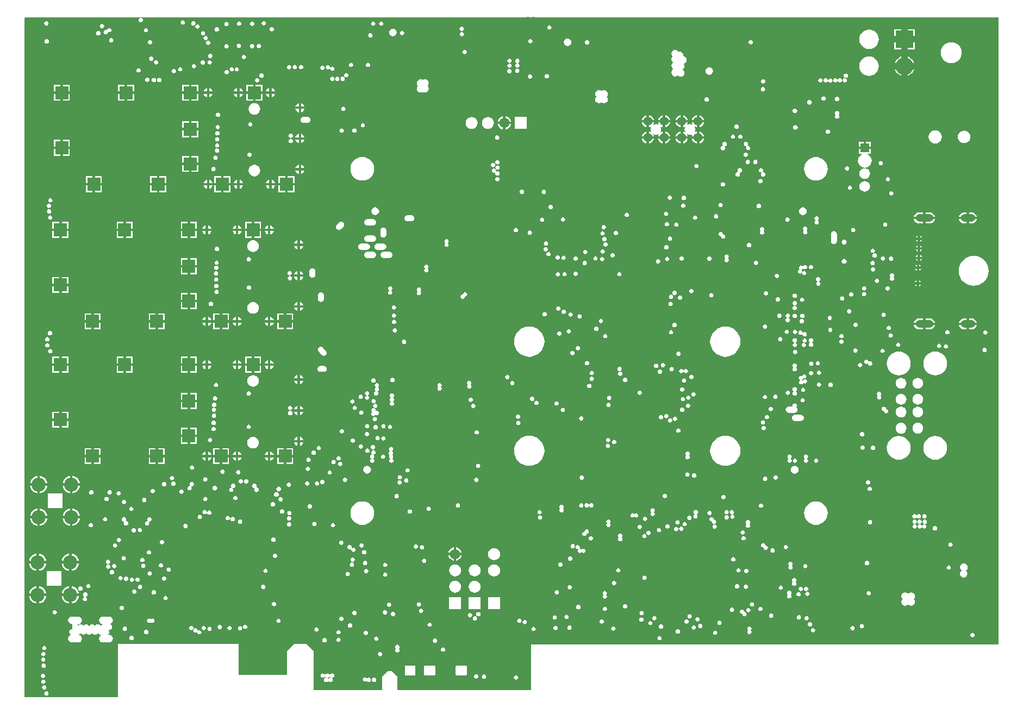
<source format=gbr>
G04*
G04 #@! TF.GenerationSoftware,Altium Limited,Altium Designer,23.7.1 (13)*
G04*
G04 Layer_Physical_Order=5*
G04 Layer_Color=1930808*
%FSLAX25Y25*%
%MOIN*%
G70*
G04*
G04 #@! TF.SameCoordinates,27D51526-8311-448D-B6E4-34D2AC34C314*
G04*
G04*
G04 #@! TF.FilePolarity,Positive*
G04*
G01*
G75*
%ADD190C,0.10827*%
%ADD191R,0.10827X0.10827*%
%ADD193R,0.05472X0.05472*%
%ADD237C,0.06299*%
%ADD239R,0.07874X0.07874*%
%ADD245O,0.11024X0.04724*%
%ADD246O,0.09055X0.04724*%
%ADD250C,0.25000*%
%ADD251C,0.05500*%
%ADD252C,0.08661*%
%ADD254C,0.01600*%
%ADD255C,0.01800*%
%ADD256C,0.01968*%
%ADD257C,0.02000*%
G36*
X569278Y20107D02*
Y-364693D01*
X282449Y-364693D01*
Y-392667D01*
X200449D01*
Y-384193D01*
X197249Y-380993D01*
X194449D01*
X191249Y-384193D01*
Y-392667D01*
X149149D01*
Y-368693D01*
X144549Y-364093D01*
X137349D01*
X132849Y-368593D01*
Y-383366D01*
X103149D01*
Y-364393D01*
X29149D01*
Y-396793D01*
X-28251D01*
Y19807D01*
X-27951Y20107D01*
X569278Y20107D01*
D02*
G37*
%LPC*%
G36*
X43130Y19783D02*
X42623Y19682D01*
X42193Y19395D01*
X41906Y18965D01*
X41805Y18458D01*
X41906Y17950D01*
X42193Y17520D01*
X42623Y17233D01*
X43130Y17132D01*
X43637Y17233D01*
X44068Y17520D01*
X44355Y17950D01*
X44456Y18458D01*
X44355Y18965D01*
X44068Y19395D01*
X43637Y19682D01*
X43130Y19783D01*
D02*
G37*
G36*
X68876Y18292D02*
X68368Y18191D01*
X67938Y17903D01*
X67651Y17473D01*
X67550Y16966D01*
X67651Y16459D01*
X67938Y16029D01*
X68368Y15742D01*
X68876Y15641D01*
X69383Y15742D01*
X69813Y16029D01*
X70100Y16459D01*
X70201Y16966D01*
X70100Y17473D01*
X69813Y17903D01*
X69383Y18191D01*
X68876Y18292D01*
D02*
G37*
G36*
X118580Y17836D02*
X118073Y17735D01*
X117643Y17447D01*
X117356Y17017D01*
X117255Y16510D01*
X117356Y16003D01*
X117643Y15573D01*
X118073Y15285D01*
X118580Y15185D01*
X119088Y15285D01*
X119518Y15573D01*
X119805Y16003D01*
X119906Y16510D01*
X119805Y17017D01*
X119518Y17447D01*
X119088Y17735D01*
X118580Y17836D01*
D02*
G37*
G36*
X-14712Y17777D02*
X-15219Y17676D01*
X-15649Y17389D01*
X-15936Y16959D01*
X-16037Y16451D01*
X-15936Y15944D01*
X-15649Y15514D01*
X-15219Y15227D01*
X-14712Y15126D01*
X-14205Y15227D01*
X-13775Y15514D01*
X-13487Y15944D01*
X-13386Y16451D01*
X-13487Y16959D01*
X-13775Y17389D01*
X-14205Y17676D01*
X-14712Y17777D01*
D02*
G37*
G36*
X75375Y17758D02*
X74867Y17657D01*
X74437Y17370D01*
X74150Y16940D01*
X74049Y16432D01*
X74150Y15925D01*
X74437Y15495D01*
X74867Y15208D01*
X75375Y15107D01*
X75882Y15208D01*
X76312Y15495D01*
X76599Y15925D01*
X76700Y16432D01*
X76599Y16940D01*
X76312Y17370D01*
X75882Y17657D01*
X75375Y17758D01*
D02*
G37*
G36*
X103443Y17654D02*
X102936Y17553D01*
X102506Y17266D01*
X102218Y16836D01*
X102118Y16329D01*
X102218Y15822D01*
X102506Y15392D01*
X102936Y15104D01*
X103443Y15003D01*
X103950Y15104D01*
X104380Y15392D01*
X104668Y15822D01*
X104769Y16329D01*
X104668Y16836D01*
X104380Y17266D01*
X103950Y17553D01*
X103443Y17654D01*
D02*
G37*
G36*
X190607Y17625D02*
X190100Y17524D01*
X189670Y17236D01*
X189383Y16806D01*
X189282Y16299D01*
X189383Y15792D01*
X189670Y15362D01*
X190100Y15075D01*
X190607Y14974D01*
X191115Y15075D01*
X191545Y15362D01*
X191832Y15792D01*
X191933Y16299D01*
X191832Y16806D01*
X191545Y17236D01*
X191115Y17524D01*
X190607Y17625D01*
D02*
G37*
G36*
X185657D02*
X185150Y17524D01*
X184720Y17236D01*
X184432Y16806D01*
X184332Y16299D01*
X184432Y15792D01*
X184720Y15362D01*
X185150Y15075D01*
X185657Y14974D01*
X186164Y15075D01*
X186594Y15362D01*
X186881Y15792D01*
X186982Y16299D01*
X186881Y16806D01*
X186594Y17236D01*
X186164Y17524D01*
X185657Y17625D01*
D02*
G37*
G36*
X111420Y17564D02*
X110912Y17463D01*
X110482Y17175D01*
X110195Y16745D01*
X110094Y16238D01*
X110195Y15731D01*
X110482Y15301D01*
X110912Y15014D01*
X111420Y14913D01*
X111927Y15014D01*
X112357Y15301D01*
X112644Y15731D01*
X112745Y16238D01*
X112644Y16745D01*
X112357Y17175D01*
X111927Y17463D01*
X111420Y17564D01*
D02*
G37*
G36*
X95720Y17332D02*
X95213Y17231D01*
X94782Y16944D01*
X94495Y16514D01*
X94394Y16007D01*
X94495Y15499D01*
X94782Y15069D01*
X95213Y14782D01*
X95720Y14681D01*
X96227Y14782D01*
X96657Y15069D01*
X96944Y15499D01*
X97045Y16007D01*
X96944Y16514D01*
X96657Y16944D01*
X96227Y17231D01*
X95720Y17332D01*
D02*
G37*
G36*
X19337Y16105D02*
X18830Y16004D01*
X18400Y15717D01*
X18113Y15287D01*
X18012Y14780D01*
X18113Y14273D01*
X18400Y13843D01*
X18830Y13555D01*
X19337Y13454D01*
X19845Y13555D01*
X20275Y13843D01*
X20562Y14273D01*
X20663Y14780D01*
X20562Y15287D01*
X20275Y15717D01*
X19845Y16004D01*
X19337Y16105D01*
D02*
G37*
G36*
X77953Y15856D02*
X77446Y15755D01*
X77016Y15468D01*
X76728Y15037D01*
X76627Y14530D01*
X76728Y14023D01*
X77016Y13593D01*
X77446Y13306D01*
X77953Y13205D01*
X78460Y13306D01*
X78890Y13593D01*
X79177Y14023D01*
X79278Y14530D01*
X79177Y15037D01*
X78890Y15468D01*
X78460Y15755D01*
X77953Y15856D01*
D02*
G37*
G36*
X293701Y15277D02*
X293194Y15176D01*
X292763Y14889D01*
X292476Y14459D01*
X292375Y13952D01*
X292476Y13445D01*
X292763Y13015D01*
X293194Y12727D01*
X293701Y12626D01*
X294208Y12727D01*
X294638Y13015D01*
X294925Y13445D01*
X295026Y13952D01*
X294925Y14459D01*
X294638Y14889D01*
X294208Y15176D01*
X293701Y15277D01*
D02*
G37*
G36*
X23760Y13605D02*
X23253Y13504D01*
X22823Y13217D01*
X22535Y12787D01*
X22467Y12445D01*
X22148Y12297D01*
X22129Y12310D01*
X21622Y12411D01*
X21114Y12310D01*
X20684Y12023D01*
X20397Y11593D01*
X20296Y11085D01*
X20397Y10578D01*
X20684Y10148D01*
X21114Y9861D01*
X21622Y9760D01*
X22129Y9861D01*
X22559Y10148D01*
X22846Y10578D01*
X22914Y10920D01*
X23233Y11068D01*
X23253Y11055D01*
X23760Y10954D01*
X24267Y11055D01*
X24697Y11342D01*
X24984Y11772D01*
X25085Y12279D01*
X24984Y12787D01*
X24697Y13217D01*
X24267Y13504D01*
X23760Y13605D01*
D02*
G37*
G36*
X239929Y14455D02*
X239421Y14355D01*
X238991Y14067D01*
X238704Y13637D01*
X238603Y13130D01*
X238704Y12623D01*
X238991Y12193D01*
X239421Y11905D01*
X239929Y11804D01*
X240436Y11905D01*
X240866Y12193D01*
X241153Y12623D01*
X241254Y13130D01*
X241153Y13637D01*
X240866Y14067D01*
X240436Y14355D01*
X239929Y14455D01*
D02*
G37*
G36*
X123475Y14164D02*
X122968Y14064D01*
X122538Y13776D01*
X122250Y13346D01*
X122149Y12839D01*
X122250Y12332D01*
X122538Y11902D01*
X122968Y11614D01*
X123475Y11514D01*
X123982Y11614D01*
X124412Y11902D01*
X124699Y12332D01*
X124800Y12839D01*
X124699Y13346D01*
X124412Y13776D01*
X123982Y14064D01*
X123475Y14164D01*
D02*
G37*
G36*
X89764Y14071D02*
X89257Y13970D01*
X88827Y13682D01*
X88539Y13252D01*
X88438Y12745D01*
X88539Y12238D01*
X88827Y11808D01*
X89257Y11521D01*
X89764Y11420D01*
X90271Y11521D01*
X90701Y11808D01*
X90988Y12238D01*
X91089Y12745D01*
X90988Y13252D01*
X90701Y13682D01*
X90271Y13970D01*
X89764Y14071D01*
D02*
G37*
G36*
X46302Y13605D02*
X45794Y13504D01*
X45364Y13217D01*
X45077Y12787D01*
X44976Y12279D01*
X45077Y11772D01*
X45364Y11342D01*
X45794Y11055D01*
X46302Y10954D01*
X46809Y11055D01*
X47239Y11342D01*
X47526Y11772D01*
X47627Y12279D01*
X47526Y12787D01*
X47239Y13217D01*
X46809Y13504D01*
X46302Y13605D01*
D02*
G37*
G36*
X203326Y11893D02*
X202819Y11792D01*
X202389Y11504D01*
X202102Y11074D01*
X202001Y10567D01*
X202102Y10060D01*
X202389Y9630D01*
X202819Y9342D01*
X203326Y9242D01*
X203834Y9342D01*
X204264Y9630D01*
X204551Y10060D01*
X204652Y10567D01*
X204551Y11074D01*
X204264Y11504D01*
X203834Y11792D01*
X203326Y11893D01*
D02*
G37*
G36*
X17126Y11722D02*
X16619Y11621D01*
X16189Y11334D01*
X15901Y10904D01*
X15800Y10396D01*
X15901Y9889D01*
X16189Y9459D01*
X16619Y9172D01*
X17126Y9071D01*
X17633Y9172D01*
X18063Y9459D01*
X18351Y9889D01*
X18451Y10396D01*
X18351Y10904D01*
X18063Y11334D01*
X17633Y11621D01*
X17126Y11722D01*
D02*
G37*
G36*
X81314Y11674D02*
X80807Y11573D01*
X80377Y11286D01*
X80090Y10856D01*
X79989Y10349D01*
X80090Y9841D01*
X80377Y9411D01*
X80807Y9124D01*
X81314Y9023D01*
X81822Y9124D01*
X82252Y9411D01*
X82539Y9841D01*
X82640Y10349D01*
X82539Y10856D01*
X82252Y11286D01*
X81822Y11573D01*
X81314Y11674D01*
D02*
G37*
G36*
X517671Y12889D02*
X513457D01*
Y8675D01*
X517671D01*
Y12889D01*
D02*
G37*
G36*
X509457D02*
X505244D01*
Y8675D01*
X509457D01*
Y12889D01*
D02*
G37*
G36*
X239993Y11240D02*
X239486Y11139D01*
X239055Y10852D01*
X238768Y10422D01*
X238667Y9915D01*
X238768Y9408D01*
X239055Y8978D01*
X239486Y8690D01*
X239993Y8589D01*
X240500Y8690D01*
X240930Y8978D01*
X241217Y9408D01*
X241318Y9915D01*
X241217Y10422D01*
X240930Y10852D01*
X240500Y11139D01*
X239993Y11240D01*
D02*
G37*
G36*
X197696Y13185D02*
X196798Y13007D01*
X196037Y12499D01*
X195529Y11738D01*
X195351Y10841D01*
X195529Y9943D01*
X196037Y9182D01*
X196798Y8674D01*
X197696Y8495D01*
X198593Y8674D01*
X199354Y9182D01*
X199862Y9943D01*
X200041Y10841D01*
X199862Y11738D01*
X199354Y12499D01*
X198593Y13007D01*
X197696Y13185D01*
D02*
G37*
G36*
X183908Y10421D02*
X183401Y10320D01*
X182971Y10032D01*
X182684Y9602D01*
X182583Y9095D01*
X182684Y8588D01*
X182971Y8158D01*
X183401Y7871D01*
X183908Y7770D01*
X184415Y7871D01*
X184845Y8158D01*
X185133Y8588D01*
X185233Y9095D01*
X185133Y9602D01*
X184845Y10032D01*
X184415Y10320D01*
X183908Y10421D01*
D02*
G37*
G36*
X82940Y8812D02*
X82432Y8711D01*
X82002Y8424D01*
X81715Y7994D01*
X81614Y7486D01*
X81715Y6979D01*
X82002Y6549D01*
X82432Y6262D01*
X82940Y6161D01*
X83447Y6262D01*
X83877Y6549D01*
X84164Y6979D01*
X84265Y7486D01*
X84164Y7994D01*
X83877Y8424D01*
X83447Y8711D01*
X82940Y8812D01*
D02*
G37*
G36*
X24987Y7397D02*
X24480Y7296D01*
X24050Y7009D01*
X23762Y6579D01*
X23661Y6072D01*
X23762Y5565D01*
X24050Y5134D01*
X24480Y4847D01*
X24987Y4746D01*
X25494Y4847D01*
X25924Y5134D01*
X26211Y5565D01*
X26312Y6072D01*
X26211Y6579D01*
X25924Y7009D01*
X25494Y7296D01*
X24987Y7397D01*
D02*
G37*
G36*
X281994Y6892D02*
X281487Y6791D01*
X281057Y6503D01*
X280770Y6073D01*
X280669Y5566D01*
X280770Y5059D01*
X281057Y4629D01*
X281487Y4341D01*
X281994Y4241D01*
X282502Y4341D01*
X282931Y4629D01*
X283219Y5059D01*
X283320Y5566D01*
X283219Y6073D01*
X282931Y6503D01*
X282502Y6791D01*
X281994Y6892D01*
D02*
G37*
G36*
X-14542Y6716D02*
X-15049Y6615D01*
X-15479Y6328D01*
X-15766Y5897D01*
X-15867Y5390D01*
X-15766Y4883D01*
X-15479Y4453D01*
X-15049Y4166D01*
X-14542Y4065D01*
X-14035Y4166D01*
X-13604Y4453D01*
X-13317Y4883D01*
X-13216Y5390D01*
X-13317Y5897D01*
X-13604Y6328D01*
X-14035Y6615D01*
X-14542Y6716D01*
D02*
G37*
G36*
X417196Y6250D02*
X416688Y6149D01*
X416258Y5862D01*
X415971Y5432D01*
X415870Y4925D01*
X415971Y4418D01*
X416258Y3988D01*
X416688Y3700D01*
X417196Y3599D01*
X417703Y3700D01*
X418133Y3988D01*
X418420Y4418D01*
X418521Y4925D01*
X418420Y5432D01*
X418133Y5862D01*
X417703Y6149D01*
X417196Y6250D01*
D02*
G37*
G36*
X48829Y6210D02*
X48322Y6109D01*
X47892Y5822D01*
X47605Y5392D01*
X47504Y4885D01*
X47605Y4377D01*
X47892Y3947D01*
X48322Y3660D01*
X48829Y3559D01*
X49336Y3660D01*
X49766Y3947D01*
X50054Y4377D01*
X50155Y4885D01*
X50054Y5392D01*
X49766Y5822D01*
X49336Y6109D01*
X48829Y6210D01*
D02*
G37*
G36*
X316829Y6131D02*
X316322Y6030D01*
X315892Y5743D01*
X315604Y5313D01*
X315504Y4806D01*
X315604Y4299D01*
X315892Y3869D01*
X316322Y3581D01*
X316829Y3480D01*
X317336Y3581D01*
X317766Y3869D01*
X318054Y4299D01*
X318154Y4806D01*
X318054Y5313D01*
X317766Y5743D01*
X317336Y6030D01*
X316829Y6131D01*
D02*
G37*
G36*
X84449Y5895D02*
X83942Y5794D01*
X83512Y5507D01*
X83224Y5077D01*
X83123Y4570D01*
X83224Y4062D01*
X83512Y3632D01*
X83942Y3345D01*
X84449Y3244D01*
X84956Y3345D01*
X85386Y3632D01*
X85673Y4062D01*
X85774Y4570D01*
X85673Y5077D01*
X85386Y5507D01*
X84956Y5794D01*
X84449Y5895D01*
D02*
G37*
G36*
X304893Y7226D02*
X303996Y7047D01*
X303235Y6539D01*
X302727Y5778D01*
X302548Y4881D01*
X302727Y3983D01*
X303235Y3223D01*
X303996Y2714D01*
X304893Y2536D01*
X305791Y2714D01*
X306552Y3223D01*
X307060Y3983D01*
X307238Y4881D01*
X307060Y5778D01*
X306552Y6539D01*
X305791Y7047D01*
X304893Y7226D01*
D02*
G37*
G36*
X103217Y4012D02*
X102709Y3911D01*
X102279Y3624D01*
X101992Y3194D01*
X101891Y2687D01*
X101992Y2180D01*
X102279Y1750D01*
X102709Y1462D01*
X103217Y1361D01*
X103724Y1462D01*
X104154Y1750D01*
X104441Y2180D01*
X104542Y2687D01*
X104441Y3194D01*
X104154Y3624D01*
X103724Y3911D01*
X103217Y4012D01*
D02*
G37*
G36*
X115551Y3857D02*
X115044Y3756D01*
X114614Y3468D01*
X114327Y3038D01*
X114226Y2531D01*
X114327Y2024D01*
X114614Y1594D01*
X115044Y1307D01*
X115551Y1206D01*
X116058Y1307D01*
X116488Y1594D01*
X116776Y2024D01*
X116877Y2531D01*
X116776Y3038D01*
X116488Y3468D01*
X116058Y3756D01*
X115551Y3857D01*
D02*
G37*
G36*
X111374Y3786D02*
X110867Y3685D01*
X110437Y3398D01*
X110150Y2968D01*
X110049Y2460D01*
X110150Y1953D01*
X110437Y1523D01*
X110867Y1236D01*
X111374Y1135D01*
X111881Y1236D01*
X112311Y1523D01*
X112599Y1953D01*
X112700Y2460D01*
X112599Y2968D01*
X112311Y3398D01*
X111881Y3685D01*
X111374Y3786D01*
D02*
G37*
G36*
X95654Y3749D02*
X95147Y3649D01*
X94717Y3361D01*
X94429Y2931D01*
X94328Y2424D01*
X94429Y1917D01*
X94717Y1487D01*
X95147Y1199D01*
X95654Y1099D01*
X96161Y1199D01*
X96591Y1487D01*
X96878Y1917D01*
X96979Y2424D01*
X96878Y2931D01*
X96591Y3361D01*
X96161Y3649D01*
X95654Y3749D01*
D02*
G37*
G36*
X489757Y12617D02*
X488598Y12503D01*
X487484Y12165D01*
X486456Y11616D01*
X485556Y10877D01*
X484817Y9976D01*
X484268Y8949D01*
X483930Y7834D01*
X483815Y6675D01*
X483930Y5516D01*
X484268Y4401D01*
X484817Y3374D01*
X485556Y2474D01*
X486456Y1735D01*
X487484Y1185D01*
X488598Y847D01*
X489757Y733D01*
X490917Y847D01*
X492031Y1185D01*
X493059Y1735D01*
X493959Y2474D01*
X494698Y3374D01*
X495247Y4401D01*
X495585Y5516D01*
X495700Y6675D01*
X495585Y7834D01*
X495247Y8949D01*
X494698Y9976D01*
X493959Y10877D01*
X493059Y11616D01*
X492031Y12165D01*
X490917Y12503D01*
X489757Y12617D01*
D02*
G37*
G36*
X517671Y4675D02*
X513457D01*
Y462D01*
X517671D01*
Y4675D01*
D02*
G37*
G36*
X509457D02*
X505244D01*
Y462D01*
X509457D01*
Y4675D01*
D02*
G37*
G36*
X241732Y210D02*
X241225Y109D01*
X240795Y-178D01*
X240508Y-608D01*
X240407Y-1115D01*
X240508Y-1623D01*
X240795Y-2053D01*
X241225Y-2340D01*
X241732Y-2441D01*
X242239Y-2340D01*
X242670Y-2053D01*
X242957Y-1623D01*
X243058Y-1115D01*
X242957Y-608D01*
X242670Y-178D01*
X242239Y109D01*
X241732Y210D01*
D02*
G37*
G36*
X85705Y-2200D02*
X85198Y-2301D01*
X84768Y-2589D01*
X84480Y-3019D01*
X84380Y-3526D01*
X84480Y-4033D01*
X84768Y-4463D01*
X85198Y-4750D01*
X85705Y-4851D01*
X86212Y-4750D01*
X86642Y-4463D01*
X86930Y-4033D01*
X87030Y-3526D01*
X86930Y-3019D01*
X86642Y-2589D01*
X86212Y-2301D01*
X85705Y-2200D01*
D02*
G37*
G36*
X106370Y-2822D02*
X105863Y-2923D01*
X105433Y-3210D01*
X105146Y-3640D01*
X105045Y-4148D01*
X105146Y-4655D01*
X105433Y-5085D01*
X105863Y-5372D01*
X106370Y-5473D01*
X106878Y-5372D01*
X107308Y-5085D01*
X107595Y-4655D01*
X107696Y-4148D01*
X107595Y-3640D01*
X107308Y-3210D01*
X106878Y-2923D01*
X106370Y-2822D01*
D02*
G37*
G36*
X49538Y-3859D02*
X49031Y-3960D01*
X48601Y-4248D01*
X48313Y-4678D01*
X48212Y-5185D01*
X48313Y-5692D01*
X48601Y-6122D01*
X49031Y-6409D01*
X49538Y-6510D01*
X50045Y-6409D01*
X50475Y-6122D01*
X50762Y-5692D01*
X50863Y-5185D01*
X50762Y-4678D01*
X50475Y-4248D01*
X50045Y-3960D01*
X49538Y-3859D01*
D02*
G37*
G36*
X269253Y-5089D02*
X268746Y-5190D01*
X268316Y-5477D01*
X268029Y-5907D01*
X267928Y-6415D01*
X268029Y-6922D01*
X268316Y-7352D01*
X268746Y-7639D01*
X269253Y-7740D01*
X269760Y-7639D01*
X270190Y-7352D01*
X270478Y-6922D01*
X270579Y-6415D01*
X270478Y-5907D01*
X270190Y-5477D01*
X269760Y-5190D01*
X269253Y-5089D01*
D02*
G37*
G36*
X513457Y-3938D02*
Y-7825D01*
X517344D01*
X517226Y-7435D01*
X516649Y-6356D01*
X515872Y-5410D01*
X514926Y-4634D01*
X513847Y-4057D01*
X513457Y-3938D01*
D02*
G37*
G36*
X509457Y-3938D02*
X509068Y-4057D01*
X507989Y-4634D01*
X507043Y-5410D01*
X506266Y-6356D01*
X505689Y-7435D01*
X505571Y-7825D01*
X509457D01*
Y-3938D01*
D02*
G37*
G36*
X540158Y4856D02*
X538903Y4733D01*
X537697Y4367D01*
X536585Y3772D01*
X535610Y2973D01*
X534810Y1998D01*
X534216Y886D01*
X533850Y-320D01*
X533727Y-1575D01*
X533850Y-2829D01*
X534216Y-4036D01*
X534810Y-5148D01*
X535610Y-6122D01*
X536585Y-6922D01*
X537697Y-7516D01*
X538903Y-7882D01*
X540158Y-8006D01*
X541412Y-7882D01*
X542619Y-7516D01*
X543730Y-6922D01*
X544705Y-6122D01*
X545505Y-5148D01*
X546099Y-4036D01*
X546465Y-2829D01*
X546589Y-1575D01*
X546465Y-320D01*
X546099Y886D01*
X545505Y1998D01*
X544705Y2973D01*
X543730Y3772D01*
X542619Y4367D01*
X541412Y4733D01*
X540158Y4856D01*
D02*
G37*
G36*
X52559Y-6093D02*
X52052Y-6194D01*
X51622Y-6481D01*
X51335Y-6911D01*
X51234Y-7418D01*
X51335Y-7926D01*
X51622Y-8356D01*
X52052Y-8643D01*
X52559Y-8744D01*
X53066Y-8643D01*
X53496Y-8356D01*
X53784Y-7926D01*
X53885Y-7418D01*
X53784Y-6911D01*
X53496Y-6481D01*
X53066Y-6194D01*
X52559Y-6093D01*
D02*
G37*
G36*
X85331Y-6097D02*
X84824Y-6198D01*
X84394Y-6485D01*
X84106Y-6915D01*
X84005Y-7422D01*
X84106Y-7930D01*
X84394Y-8360D01*
X84824Y-8647D01*
X85331Y-8748D01*
X85838Y-8647D01*
X86268Y-8360D01*
X86555Y-7930D01*
X86656Y-7422D01*
X86555Y-6915D01*
X86268Y-6485D01*
X85838Y-6198D01*
X85331Y-6097D01*
D02*
G37*
G36*
X81194Y-6202D02*
X80686Y-6303D01*
X80256Y-6591D01*
X79969Y-7021D01*
X79868Y-7528D01*
X79969Y-8035D01*
X80256Y-8465D01*
X80686Y-8753D01*
X81194Y-8854D01*
X81701Y-8753D01*
X82131Y-8465D01*
X82418Y-8035D01*
X82519Y-7528D01*
X82418Y-7021D01*
X82131Y-6591D01*
X81701Y-6303D01*
X81194Y-6202D01*
D02*
G37*
G36*
X182485Y-7743D02*
X181978Y-7844D01*
X181548Y-8131D01*
X181261Y-8561D01*
X181160Y-9068D01*
X181261Y-9575D01*
X181548Y-10006D01*
X181978Y-10293D01*
X182485Y-10394D01*
X182992Y-10293D01*
X183423Y-10006D01*
X183710Y-9575D01*
X183811Y-9068D01*
X183710Y-8561D01*
X183423Y-8131D01*
X182992Y-7844D01*
X182485Y-7743D01*
D02*
G37*
G36*
X172052D02*
X171545Y-7844D01*
X171115Y-8131D01*
X170828Y-8561D01*
X170727Y-9068D01*
X170828Y-9575D01*
X171115Y-10006D01*
X171545Y-10293D01*
X172052Y-10394D01*
X172559Y-10293D01*
X172989Y-10006D01*
X173277Y-9575D01*
X173378Y-9068D01*
X173277Y-8561D01*
X172989Y-8131D01*
X172559Y-7844D01*
X172052Y-7743D01*
D02*
G37*
G36*
X274076Y-5243D02*
X273569Y-5344D01*
X273139Y-5631D01*
X272851Y-6061D01*
X272750Y-6569D01*
X272851Y-7076D01*
X273139Y-7506D01*
X273569Y-7793D01*
X273839Y-7847D01*
Y-8153D01*
X273569Y-8207D01*
X273139Y-8494D01*
X272851Y-8924D01*
X272750Y-9431D01*
X272851Y-9938D01*
X273139Y-10368D01*
X273569Y-10656D01*
X274076Y-10757D01*
X274583Y-10656D01*
X275013Y-10368D01*
X275301Y-9938D01*
X275401Y-9431D01*
X275301Y-8924D01*
X275013Y-8494D01*
X274583Y-8207D01*
X274313Y-8153D01*
Y-7847D01*
X274583Y-7793D01*
X275013Y-7506D01*
X275301Y-7076D01*
X275401Y-6569D01*
X275301Y-6061D01*
X275013Y-5631D01*
X274583Y-5344D01*
X274076Y-5243D01*
D02*
G37*
G36*
X269253Y-8106D02*
X268746Y-8207D01*
X268316Y-8494D01*
X268029Y-8924D01*
X267928Y-9431D01*
X268029Y-9938D01*
X268316Y-10368D01*
X268746Y-10656D01*
X269253Y-10757D01*
X269760Y-10656D01*
X270190Y-10368D01*
X270478Y-9938D01*
X270579Y-9431D01*
X270478Y-8924D01*
X270190Y-8494D01*
X269760Y-8207D01*
X269253Y-8106D01*
D02*
G37*
G36*
X75691Y-8503D02*
X75184Y-8604D01*
X74754Y-8892D01*
X74467Y-9322D01*
X74366Y-9829D01*
X74467Y-10336D01*
X74754Y-10766D01*
X75184Y-11053D01*
X75691Y-11154D01*
X76198Y-11053D01*
X76628Y-10766D01*
X76916Y-10336D01*
X77017Y-9829D01*
X76916Y-9322D01*
X76628Y-8892D01*
X76198Y-8604D01*
X75691Y-8503D01*
D02*
G37*
G36*
X141431Y-9026D02*
X140924Y-9127D01*
X140494Y-9414D01*
X140206Y-9844D01*
X140105Y-10352D01*
X140206Y-10859D01*
X140494Y-11289D01*
X140924Y-11576D01*
X141431Y-11677D01*
X141938Y-11576D01*
X142368Y-11289D01*
X142655Y-10859D01*
X142756Y-10352D01*
X142655Y-9844D01*
X142368Y-9414D01*
X141938Y-9127D01*
X141431Y-9026D01*
D02*
G37*
G36*
X137554D02*
X137046Y-9127D01*
X136616Y-9414D01*
X136329Y-9844D01*
X136228Y-10352D01*
X136329Y-10859D01*
X136616Y-11289D01*
X137046Y-11576D01*
X137554Y-11677D01*
X138061Y-11576D01*
X138491Y-11289D01*
X138778Y-10859D01*
X138879Y-10352D01*
X138778Y-9844D01*
X138491Y-9414D01*
X138061Y-9127D01*
X137554Y-9026D01*
D02*
G37*
G36*
X134076Y-9105D02*
X133568Y-9206D01*
X133138Y-9493D01*
X132851Y-9923D01*
X132750Y-10430D01*
X132851Y-10938D01*
X133138Y-11368D01*
X133568Y-11655D01*
X134076Y-11756D01*
X134583Y-11655D01*
X135013Y-11368D01*
X135300Y-10938D01*
X135401Y-10430D01*
X135300Y-9923D01*
X135013Y-9493D01*
X134583Y-9206D01*
X134076Y-9105D01*
D02*
G37*
G36*
X154551Y-9500D02*
X154044Y-9601D01*
X153614Y-9888D01*
X153326Y-10318D01*
X153226Y-10826D01*
X153326Y-11333D01*
X153614Y-11763D01*
X154044Y-12050D01*
X154551Y-12151D01*
X155058Y-12050D01*
X155488Y-11763D01*
X155776Y-11333D01*
X155877Y-10826D01*
X155776Y-10318D01*
X155488Y-9888D01*
X155058Y-9601D01*
X154551Y-9500D01*
D02*
G37*
G36*
X157879Y-9105D02*
X157372Y-9206D01*
X156942Y-9493D01*
X156654Y-9923D01*
X156553Y-10430D01*
X156654Y-10938D01*
X156942Y-11368D01*
X157372Y-11655D01*
X157879Y-11756D01*
X158386Y-11655D01*
X158816Y-11368D01*
X159026Y-11053D01*
X159309Y-11170D01*
X159274Y-11347D01*
X159374Y-11854D01*
X159662Y-12284D01*
X160092Y-12572D01*
X160599Y-12673D01*
X161106Y-12572D01*
X161536Y-12284D01*
X161824Y-11854D01*
X161925Y-11347D01*
X161824Y-10840D01*
X161536Y-10410D01*
X161106Y-10122D01*
X160599Y-10022D01*
X160092Y-10122D01*
X159662Y-10410D01*
X159452Y-10724D01*
X159169Y-10607D01*
X159204Y-10430D01*
X159104Y-9923D01*
X158816Y-9493D01*
X158386Y-9206D01*
X157879Y-9105D01*
D02*
G37*
G36*
X67323Y-10353D02*
X66816Y-10454D01*
X66386Y-10741D01*
X66098Y-11171D01*
X65997Y-11678D01*
X66098Y-12186D01*
X66386Y-12616D01*
X66816Y-12903D01*
X67323Y-13004D01*
X67830Y-12903D01*
X68260Y-12616D01*
X68547Y-12186D01*
X68648Y-11678D01*
X68547Y-11171D01*
X68260Y-10741D01*
X67830Y-10454D01*
X67323Y-10353D01*
D02*
G37*
G36*
X101978Y-10401D02*
X101471Y-10502D01*
X101041Y-10789D01*
X100754Y-11219D01*
X100653Y-11727D01*
X100754Y-12234D01*
X101041Y-12664D01*
X101471Y-12951D01*
X101978Y-13052D01*
X102486Y-12951D01*
X102916Y-12664D01*
X103203Y-12234D01*
X103304Y-11727D01*
X103203Y-11219D01*
X102916Y-10789D01*
X102486Y-10502D01*
X101978Y-10401D01*
D02*
G37*
G36*
X98901D02*
X98394Y-10502D01*
X97964Y-10789D01*
X97676Y-11219D01*
X97575Y-11727D01*
X97676Y-12234D01*
X97964Y-12664D01*
X98394Y-12951D01*
X98901Y-13052D01*
X99408Y-12951D01*
X99838Y-12664D01*
X100125Y-12234D01*
X100226Y-11727D01*
X100125Y-11219D01*
X99838Y-10789D01*
X99408Y-10502D01*
X98901Y-10401D01*
D02*
G37*
G36*
X41778Y-11014D02*
X41271Y-11115D01*
X40841Y-11402D01*
X40554Y-11833D01*
X40453Y-12340D01*
X40554Y-12847D01*
X40841Y-13277D01*
X41271Y-13564D01*
X41778Y-13665D01*
X42285Y-13564D01*
X42715Y-13277D01*
X43003Y-12847D01*
X43104Y-12340D01*
X43003Y-11833D01*
X42715Y-11402D01*
X42285Y-11115D01*
X41778Y-11014D01*
D02*
G37*
G36*
X274076Y-11336D02*
X273569Y-11436D01*
X273139Y-11724D01*
X272851Y-12154D01*
X272750Y-12661D01*
X272851Y-13168D01*
X273139Y-13598D01*
X273569Y-13885D01*
X274076Y-13986D01*
X274583Y-13885D01*
X275013Y-13598D01*
X275301Y-13168D01*
X275401Y-12661D01*
X275301Y-12154D01*
X275013Y-11724D01*
X274583Y-11436D01*
X274076Y-11336D01*
D02*
G37*
G36*
X63386Y-11480D02*
X62879Y-11581D01*
X62449Y-11868D01*
X62161Y-12298D01*
X62060Y-12805D01*
X62161Y-13313D01*
X62449Y-13743D01*
X62879Y-14030D01*
X63386Y-14131D01*
X63893Y-14030D01*
X64323Y-13743D01*
X64610Y-13313D01*
X64711Y-12805D01*
X64610Y-12298D01*
X64323Y-11868D01*
X63893Y-11581D01*
X63386Y-11480D01*
D02*
G37*
G36*
X269199Y-11542D02*
X268692Y-11643D01*
X268262Y-11931D01*
X267974Y-12361D01*
X267874Y-12868D01*
X267974Y-13375D01*
X268262Y-13805D01*
X268692Y-14092D01*
X269199Y-14193D01*
X269706Y-14092D01*
X270136Y-13805D01*
X270424Y-13375D01*
X270524Y-12868D01*
X270424Y-12361D01*
X270136Y-11931D01*
X269706Y-11643D01*
X269199Y-11542D01*
D02*
G37*
G36*
X95818Y-12151D02*
X95311Y-12252D01*
X94881Y-12539D01*
X94594Y-12969D01*
X94493Y-13476D01*
X94594Y-13983D01*
X94881Y-14413D01*
X95311Y-14701D01*
X95818Y-14802D01*
X96325Y-14701D01*
X96755Y-14413D01*
X97043Y-13983D01*
X97144Y-13476D01*
X97043Y-12969D01*
X96755Y-12539D01*
X96325Y-12252D01*
X95818Y-12151D01*
D02*
G37*
G36*
X391743Y-10441D02*
X390845Y-10619D01*
X390085Y-11128D01*
X389576Y-11888D01*
X389398Y-12786D01*
X389576Y-13683D01*
X390085Y-14444D01*
X390845Y-14952D01*
X391743Y-15131D01*
X392640Y-14952D01*
X393401Y-14444D01*
X393909Y-13683D01*
X394088Y-12786D01*
X393909Y-11888D01*
X393401Y-11128D01*
X392640Y-10619D01*
X391743Y-10441D01*
D02*
G37*
G36*
X517344Y-11825D02*
X513457D01*
Y-15711D01*
X513847Y-15593D01*
X514926Y-15016D01*
X515872Y-14240D01*
X516649Y-13294D01*
X517226Y-12214D01*
X517344Y-11825D01*
D02*
G37*
G36*
X509457D02*
X505571D01*
X505689Y-12214D01*
X506266Y-13294D01*
X507043Y-14240D01*
X507989Y-15016D01*
X509068Y-15593D01*
X509457Y-15711D01*
Y-11825D01*
D02*
G37*
G36*
X489757Y-3883D02*
X488598Y-3997D01*
X487484Y-4335D01*
X486456Y-4884D01*
X485556Y-5623D01*
X484817Y-6524D01*
X484268Y-7551D01*
X483930Y-8666D01*
X483815Y-9825D01*
X483930Y-10984D01*
X484268Y-12099D01*
X484817Y-13126D01*
X485556Y-14026D01*
X486456Y-14765D01*
X487484Y-15315D01*
X488598Y-15653D01*
X489757Y-15767D01*
X490917Y-15653D01*
X492031Y-15315D01*
X493059Y-14765D01*
X493959Y-14026D01*
X494698Y-13126D01*
X495247Y-12099D01*
X495585Y-10984D01*
X495700Y-9825D01*
X495585Y-8666D01*
X495247Y-7551D01*
X494698Y-6524D01*
X493959Y-5623D01*
X493059Y-4884D01*
X492031Y-4335D01*
X490917Y-3997D01*
X489757Y-3883D01*
D02*
G37*
G36*
X370866Y249D02*
X369969Y71D01*
X369208Y-438D01*
X368700Y-1198D01*
X368521Y-2096D01*
X368700Y-2993D01*
X369208Y-3754D01*
Y-3871D01*
X368700Y-4632D01*
X368521Y-5529D01*
X368700Y-6427D01*
X369208Y-7188D01*
X369389Y-7309D01*
Y-7609D01*
X369208Y-7730D01*
X368700Y-8490D01*
X368521Y-9388D01*
X368700Y-10285D01*
X369208Y-11046D01*
X369742Y-11403D01*
Y-11703D01*
X369208Y-12060D01*
X368700Y-12821D01*
X368521Y-13719D01*
X368700Y-14616D01*
X369208Y-15377D01*
X369969Y-15885D01*
X370866Y-16064D01*
X371764Y-15885D01*
X372452Y-15425D01*
X372554Y-15577D01*
X373315Y-16086D01*
X374213Y-16264D01*
X375110Y-16086D01*
X375871Y-15577D01*
X376379Y-14817D01*
X376558Y-13919D01*
X376379Y-13022D01*
X375871Y-12261D01*
X375499Y-12013D01*
Y-11713D01*
X375871Y-11465D01*
X376379Y-10704D01*
X376558Y-9807D01*
X376379Y-8909D01*
X376094Y-8483D01*
X376209Y-8206D01*
X376421Y-8163D01*
X377182Y-7655D01*
X377691Y-6894D01*
X377869Y-5997D01*
X377691Y-5099D01*
X377182Y-4339D01*
X376421Y-3830D01*
X375781Y-3703D01*
X375896Y-3124D01*
X375717Y-2226D01*
X375209Y-1465D01*
X374448Y-957D01*
X373551Y-779D01*
X372846Y-919D01*
X372524Y-438D01*
X371764Y71D01*
X370866Y249D01*
D02*
G37*
G36*
X169121Y-14042D02*
X168614Y-14143D01*
X168184Y-14430D01*
X167897Y-14860D01*
X167796Y-15367D01*
X167897Y-15875D01*
X168184Y-16305D01*
X168614Y-16592D01*
X169121Y-16693D01*
X169629Y-16592D01*
X170059Y-16305D01*
X170346Y-15875D01*
X170447Y-15367D01*
X170346Y-14860D01*
X170059Y-14430D01*
X169629Y-14143D01*
X169121Y-14042D01*
D02*
G37*
G36*
X117179Y-14244D02*
X116672Y-14345D01*
X116242Y-14633D01*
X115954Y-15063D01*
X115853Y-15570D01*
X115954Y-16077D01*
X116242Y-16507D01*
X116672Y-16794D01*
X117179Y-16895D01*
X117686Y-16794D01*
X118116Y-16507D01*
X118403Y-16077D01*
X118504Y-15570D01*
X118403Y-15063D01*
X118116Y-14633D01*
X117686Y-14345D01*
X117179Y-14244D01*
D02*
G37*
G36*
X475530Y-14306D02*
X475023Y-14407D01*
X474593Y-14695D01*
X474306Y-15125D01*
X474205Y-15632D01*
X474306Y-16139D01*
X474593Y-16569D01*
X475023Y-16857D01*
X475530Y-16957D01*
X476038Y-16857D01*
X476468Y-16569D01*
X476755Y-16139D01*
X476856Y-15632D01*
X476755Y-15125D01*
X476468Y-14695D01*
X476038Y-14407D01*
X475530Y-14306D01*
D02*
G37*
G36*
X292094Y-14628D02*
X291587Y-14728D01*
X291157Y-15016D01*
X290870Y-15446D01*
X290769Y-15953D01*
X290870Y-16460D01*
X291157Y-16890D01*
X291587Y-17178D01*
X292094Y-17278D01*
X292601Y-17178D01*
X293032Y-16890D01*
X293319Y-16460D01*
X293420Y-15953D01*
X293319Y-15446D01*
X293032Y-15016D01*
X292601Y-14728D01*
X292094Y-14628D01*
D02*
G37*
G36*
X281890Y-14821D02*
X281382Y-14922D01*
X280953Y-15210D01*
X280665Y-15640D01*
X280564Y-16147D01*
X280665Y-16654D01*
X280953Y-17084D01*
X281382Y-17371D01*
X281890Y-17472D01*
X282397Y-17371D01*
X282827Y-17084D01*
X283114Y-16654D01*
X283215Y-16147D01*
X283114Y-15640D01*
X282827Y-15210D01*
X282397Y-14922D01*
X281890Y-14821D01*
D02*
G37*
G36*
X471844Y-17173D02*
X471337Y-17274D01*
X470907Y-17561D01*
X470620Y-17991D01*
X470572Y-18231D01*
X470266D01*
X470218Y-17991D01*
X469931Y-17561D01*
X469501Y-17274D01*
X468994Y-17173D01*
X468486Y-17274D01*
X468056Y-17561D01*
X467769Y-17991D01*
X467668Y-18498D01*
X467769Y-19005D01*
X468056Y-19435D01*
X468486Y-19723D01*
X468994Y-19824D01*
X469501Y-19723D01*
X469931Y-19435D01*
X470218Y-19005D01*
X470266Y-18765D01*
X470572D01*
X470620Y-19005D01*
X470907Y-19435D01*
X471337Y-19723D01*
X471844Y-19824D01*
X472352Y-19723D01*
X472782Y-19435D01*
X473069Y-19005D01*
X473170Y-18498D01*
X473069Y-17991D01*
X472782Y-17561D01*
X472352Y-17274D01*
X471844Y-17173D01*
D02*
G37*
G36*
X217323Y-17844D02*
X216425Y-18023D01*
X216038Y-18281D01*
X215652Y-18023D01*
X214754Y-17844D01*
X213857Y-18023D01*
X213096Y-18531D01*
X212588Y-19292D01*
X212409Y-20189D01*
X212588Y-21087D01*
X213096Y-21847D01*
Y-21960D01*
X212588Y-22720D01*
X212409Y-23618D01*
X212588Y-24515D01*
X213096Y-25276D01*
X213857Y-25784D01*
X214754Y-25963D01*
X215652Y-25784D01*
X216038Y-25526D01*
X216425Y-25784D01*
X217323Y-25963D01*
X218220Y-25784D01*
X218981Y-25276D01*
X219489Y-24515D01*
X219668Y-23618D01*
X219489Y-22720D01*
X218981Y-21960D01*
Y-21847D01*
X219489Y-21087D01*
X219668Y-20189D01*
X219489Y-19292D01*
X218981Y-18531D01*
X218220Y-18023D01*
X217323Y-17844D01*
D02*
G37*
G36*
X160599Y-16205D02*
X160092Y-16306D01*
X159662Y-16593D01*
X159374Y-17023D01*
X159274Y-17530D01*
X159374Y-18037D01*
X159662Y-18467D01*
X160092Y-18755D01*
X160599Y-18856D01*
X161106Y-18755D01*
X161536Y-18467D01*
X161824Y-18037D01*
X161925Y-17530D01*
X161824Y-17023D01*
X161536Y-16593D01*
X161106Y-16306D01*
X160599Y-16205D01*
D02*
G37*
G36*
X166902Y-16267D02*
X166395Y-16368D01*
X165965Y-16655D01*
X165678Y-17085D01*
X165577Y-17592D01*
X165678Y-18100D01*
X165965Y-18530D01*
X166395Y-18817D01*
X166902Y-18918D01*
X167410Y-18817D01*
X167840Y-18530D01*
X168127Y-18100D01*
X168228Y-17592D01*
X168127Y-17085D01*
X167840Y-16655D01*
X167410Y-16368D01*
X166902Y-16267D01*
D02*
G37*
G36*
X163588D02*
X163081Y-16368D01*
X162651Y-16655D01*
X162364Y-17085D01*
X162263Y-17592D01*
X162364Y-18100D01*
X162651Y-18530D01*
X163081Y-18817D01*
X163588Y-18918D01*
X164095Y-18817D01*
X164525Y-18530D01*
X164813Y-18100D01*
X164914Y-17592D01*
X164813Y-17085D01*
X164525Y-16655D01*
X164095Y-16368D01*
X163588Y-16267D01*
D02*
G37*
G36*
X47156Y-16802D02*
X46649Y-16903D01*
X46219Y-17190D01*
X45932Y-17620D01*
X45831Y-18127D01*
X45932Y-18634D01*
X46219Y-19064D01*
X46649Y-19352D01*
X47156Y-19453D01*
X47663Y-19352D01*
X48093Y-19064D01*
X48381Y-18634D01*
X48482Y-18127D01*
X48381Y-17620D01*
X48093Y-17190D01*
X47663Y-16903D01*
X47156Y-16802D01*
D02*
G37*
G36*
X54528Y-16963D02*
X54020Y-17064D01*
X53590Y-17352D01*
X53303Y-17782D01*
X53202Y-18289D01*
X53303Y-18796D01*
X53590Y-19226D01*
X54020Y-19513D01*
X54528Y-19614D01*
X55035Y-19513D01*
X55465Y-19226D01*
X55752Y-18796D01*
X55853Y-18289D01*
X55752Y-17782D01*
X55465Y-17352D01*
X55035Y-17064D01*
X54528Y-16963D01*
D02*
G37*
G36*
X51161D02*
X50653Y-17064D01*
X50223Y-17352D01*
X49936Y-17782D01*
X49835Y-18289D01*
X49936Y-18796D01*
X50223Y-19226D01*
X50653Y-19513D01*
X51161Y-19614D01*
X51668Y-19513D01*
X52098Y-19226D01*
X52385Y-18796D01*
X52486Y-18289D01*
X52385Y-17782D01*
X52098Y-17352D01*
X51668Y-17064D01*
X51161Y-16963D01*
D02*
G37*
G36*
X114569Y-17155D02*
X114062Y-17256D01*
X113632Y-17543D01*
X113345Y-17973D01*
X113244Y-18480D01*
X113345Y-18988D01*
X113632Y-19418D01*
X114062Y-19705D01*
X114569Y-19806D01*
X115077Y-19705D01*
X115507Y-19418D01*
X115794Y-18988D01*
X115895Y-18480D01*
X115794Y-17973D01*
X115507Y-17543D01*
X115077Y-17256D01*
X114569Y-17155D01*
D02*
G37*
G36*
X474868Y-17173D02*
X474361Y-17274D01*
X473931Y-17561D01*
X473644Y-17991D01*
X473543Y-18498D01*
X473644Y-19005D01*
X473931Y-19435D01*
X474361Y-19723D01*
X474868Y-19824D01*
X475376Y-19723D01*
X475806Y-19435D01*
X476093Y-19005D01*
X476194Y-18498D01*
X476093Y-17991D01*
X475806Y-17561D01*
X475376Y-17274D01*
X474868Y-17173D01*
D02*
G37*
G36*
X459964D02*
X459457Y-17274D01*
X459027Y-17561D01*
X458740Y-17991D01*
X458639Y-18498D01*
X458740Y-19005D01*
X459027Y-19435D01*
X459457Y-19723D01*
X459964Y-19824D01*
X460471Y-19723D01*
X460901Y-19435D01*
X461189Y-19005D01*
X461290Y-18498D01*
X461189Y-17991D01*
X460901Y-17561D01*
X460471Y-17274D01*
X459964Y-17173D01*
D02*
G37*
G36*
X463138D02*
X462631Y-17274D01*
X462201Y-17561D01*
X461914Y-17991D01*
X461813Y-18498D01*
X461914Y-19005D01*
X462201Y-19435D01*
X462631Y-19723D01*
X463138Y-19824D01*
X463645Y-19723D01*
X464075Y-19435D01*
X464363Y-19005D01*
X464407Y-18784D01*
X464427Y-18684D01*
X464716Y-18719D01*
X464738Y-18825D01*
X464817Y-19226D01*
X465104Y-19656D01*
X465534Y-19943D01*
X466042Y-20044D01*
X466549Y-19943D01*
X466979Y-19656D01*
X467266Y-19226D01*
X467367Y-18719D01*
X467266Y-18211D01*
X466979Y-17781D01*
X466549Y-17494D01*
X466042Y-17393D01*
X465534Y-17494D01*
X465104Y-17781D01*
X464817Y-18211D01*
X464773Y-18432D01*
X464753Y-18533D01*
X464464Y-18498D01*
X464442Y-18391D01*
X464363Y-17991D01*
X464075Y-17561D01*
X463645Y-17274D01*
X463138Y-17173D01*
D02*
G37*
G36*
X424755Y-17764D02*
X424248Y-17865D01*
X423818Y-18152D01*
X423531Y-18583D01*
X423430Y-19090D01*
X423531Y-19597D01*
X423818Y-20027D01*
X424248Y-20314D01*
X424755Y-20415D01*
X425262Y-20314D01*
X425693Y-20027D01*
X425980Y-19597D01*
X426081Y-19090D01*
X425980Y-18583D01*
X425693Y-18152D01*
X425262Y-17865D01*
X424755Y-17764D01*
D02*
G37*
G36*
X424673Y-22598D02*
X424165Y-22699D01*
X423736Y-22986D01*
X423448Y-23416D01*
X423347Y-23923D01*
X423448Y-24430D01*
X423736Y-24860D01*
X424165Y-25148D01*
X424673Y-25249D01*
X425180Y-25148D01*
X425610Y-24860D01*
X425897Y-24430D01*
X425998Y-23923D01*
X425897Y-23416D01*
X425610Y-22986D01*
X425180Y-22699D01*
X424673Y-22598D01*
D02*
G37*
G36*
X123388Y-23297D02*
Y-25343D01*
X125434D01*
X125145Y-24645D01*
X124685Y-24046D01*
X124085Y-23585D01*
X123388Y-23297D01*
D02*
G37*
G36*
X121888Y-23297D02*
X121190Y-23585D01*
X120591Y-24046D01*
X120131Y-24645D01*
X119842Y-25343D01*
X121888D01*
Y-23297D01*
D02*
G37*
G36*
X85199Y-23297D02*
Y-25343D01*
X87245D01*
X86956Y-24645D01*
X86496Y-24046D01*
X85896Y-23585D01*
X85199Y-23297D01*
D02*
G37*
G36*
X83699Y-23297D02*
X83001Y-23585D01*
X82402Y-24046D01*
X81942Y-24645D01*
X81653Y-25343D01*
X83699D01*
Y-23297D01*
D02*
G37*
G36*
X103703Y-23297D02*
Y-25343D01*
X105749D01*
X105460Y-24645D01*
X105000Y-24046D01*
X104400Y-23585D01*
X103703Y-23297D01*
D02*
G37*
G36*
X102203Y-23297D02*
X101505Y-23585D01*
X100906Y-24046D01*
X100446Y-24645D01*
X100157Y-25343D01*
X102203D01*
Y-23297D01*
D02*
G37*
G36*
X-378Y-21175D02*
X-4565D01*
Y-25362D01*
X-378D01*
Y-21175D01*
D02*
G37*
G36*
X-6065D02*
X-10252D01*
Y-25362D01*
X-6065D01*
Y-21175D01*
D02*
G37*
G36*
X117732D02*
X113545D01*
Y-25362D01*
X117732D01*
Y-21175D01*
D02*
G37*
G36*
X78362D02*
X74175D01*
Y-25362D01*
X78362D01*
Y-21175D01*
D02*
G37*
G36*
X38992D02*
X34805D01*
Y-25362D01*
X38992D01*
Y-21175D01*
D02*
G37*
G36*
X112045D02*
X107858D01*
Y-25362D01*
X112045D01*
Y-21175D01*
D02*
G37*
G36*
X72675D02*
X68488D01*
Y-25362D01*
X72675D01*
Y-21175D01*
D02*
G37*
G36*
X33305D02*
X29118D01*
Y-25362D01*
X33305D01*
Y-21175D01*
D02*
G37*
G36*
X122638Y-26092D02*
D01*
D01*
D01*
D02*
G37*
G36*
X121888Y-26842D02*
X119842D01*
X120131Y-27540D01*
X120591Y-28139D01*
X121190Y-28600D01*
X121888Y-28888D01*
Y-26842D01*
D02*
G37*
G36*
X83699Y-26842D02*
X81653D01*
X81942Y-27540D01*
X82402Y-28139D01*
X83001Y-28600D01*
X83699Y-28888D01*
Y-26842D01*
D02*
G37*
G36*
X105749Y-26843D02*
X103703D01*
Y-28888D01*
X104400Y-28600D01*
X105000Y-28139D01*
X105460Y-27540D01*
X105749Y-26843D01*
D02*
G37*
G36*
X102203D02*
X100157D01*
X100446Y-27540D01*
X100906Y-28139D01*
X101505Y-28600D01*
X102203Y-28888D01*
Y-26843D01*
D02*
G37*
G36*
X87245Y-26842D02*
X85199D01*
Y-28888D01*
X85896Y-28600D01*
X86496Y-28139D01*
X86956Y-27540D01*
X87245Y-26842D01*
D02*
G37*
G36*
X125434Y-26842D02*
X123388D01*
Y-28888D01*
X124085Y-28600D01*
X124685Y-28139D01*
X125145Y-27540D01*
X125434Y-26842D01*
D02*
G37*
G36*
X461861Y-28304D02*
X461353Y-28405D01*
X460923Y-28692D01*
X460636Y-29122D01*
X460535Y-29629D01*
X460636Y-30137D01*
X460923Y-30567D01*
X461353Y-30854D01*
X461861Y-30955D01*
X462368Y-30854D01*
X462798Y-30567D01*
X463085Y-30137D01*
X463186Y-29629D01*
X463085Y-29122D01*
X462798Y-28692D01*
X462368Y-28405D01*
X461861Y-28304D01*
D02*
G37*
G36*
X117732Y-26862D02*
X113545D01*
Y-31049D01*
X117732D01*
Y-26862D01*
D02*
G37*
G36*
X112045D02*
X107858D01*
Y-31049D01*
X112045D01*
Y-26862D01*
D02*
G37*
G36*
X78362D02*
X74175D01*
Y-31049D01*
X78362D01*
Y-26862D01*
D02*
G37*
G36*
X72675D02*
X68488D01*
Y-31049D01*
X72675D01*
Y-26862D01*
D02*
G37*
G36*
X38992D02*
X34805D01*
Y-31049D01*
X38992D01*
Y-26862D01*
D02*
G37*
G36*
X33305D02*
X29118D01*
Y-31049D01*
X33305D01*
Y-26862D01*
D02*
G37*
G36*
X-378Y-26862D02*
X-4565D01*
Y-31049D01*
X-378D01*
Y-26862D01*
D02*
G37*
G36*
X-6065D02*
X-10252D01*
Y-31049D01*
X-6065D01*
Y-26862D01*
D02*
G37*
G36*
X470095Y-28564D02*
X469588Y-28665D01*
X469158Y-28952D01*
X468871Y-29382D01*
X468770Y-29889D01*
X468871Y-30396D01*
X469158Y-30826D01*
X469588Y-31114D01*
X470095Y-31215D01*
X470603Y-31114D01*
X471033Y-30826D01*
X471320Y-30396D01*
X471421Y-29889D01*
X471320Y-29382D01*
X471033Y-28952D01*
X470603Y-28665D01*
X470095Y-28564D01*
D02*
G37*
G36*
X390190Y-28898D02*
X389683Y-28999D01*
X389253Y-29286D01*
X388965Y-29716D01*
X388864Y-30224D01*
X388965Y-30731D01*
X389253Y-31161D01*
X389683Y-31448D01*
X390190Y-31549D01*
X390697Y-31448D01*
X391127Y-31161D01*
X391414Y-30731D01*
X391515Y-30224D01*
X391414Y-29716D01*
X391127Y-29286D01*
X390697Y-28999D01*
X390190Y-28898D01*
D02*
G37*
G36*
X324106Y-24438D02*
X323209Y-24616D01*
X322448Y-25124D01*
X321940Y-25885D01*
X321761Y-26783D01*
X321940Y-27680D01*
X322339Y-28278D01*
X322425Y-28503D01*
X322339Y-28729D01*
X321940Y-29326D01*
X321761Y-30224D01*
X321940Y-31121D01*
X322448Y-31882D01*
X323209Y-32390D01*
X324106Y-32569D01*
X325004Y-32390D01*
X325636Y-31968D01*
X326268Y-32390D01*
X327165Y-32569D01*
X328063Y-32390D01*
X328824Y-31882D01*
X329332Y-31121D01*
X329510Y-30224D01*
X329332Y-29326D01*
X328824Y-28565D01*
Y-28537D01*
X329332Y-27776D01*
X329510Y-26879D01*
X329332Y-25981D01*
X328824Y-25221D01*
X328063Y-24712D01*
X327165Y-24534D01*
X326268Y-24712D01*
X325708Y-25087D01*
X325004Y-24616D01*
X324106Y-24438D01*
D02*
G37*
G36*
X453277Y-30615D02*
X452731Y-30724D01*
X452268Y-31034D01*
X451959Y-31497D01*
X451850Y-32043D01*
X451959Y-32589D01*
X452268Y-33052D01*
X452731Y-33362D01*
X453277Y-33470D01*
X453824Y-33362D01*
X454287Y-33052D01*
X454596Y-32589D01*
X454705Y-32043D01*
X454596Y-31497D01*
X454287Y-31034D01*
X453824Y-30724D01*
X453277Y-30615D01*
D02*
G37*
G36*
X141498Y-32470D02*
Y-34516D01*
X143544D01*
X143255Y-33818D01*
X142795Y-33219D01*
X142195Y-32759D01*
X141498Y-32470D01*
D02*
G37*
G36*
X139998Y-32470D02*
X139301Y-32759D01*
X138701Y-33219D01*
X138241Y-33818D01*
X137952Y-34516D01*
X139998D01*
Y-32470D01*
D02*
G37*
G36*
X167354Y-34631D02*
X166847Y-34732D01*
X166417Y-35020D01*
X166129Y-35450D01*
X166028Y-35957D01*
X166129Y-36464D01*
X166417Y-36894D01*
X166847Y-37181D01*
X167354Y-37282D01*
X167861Y-37181D01*
X168291Y-36894D01*
X168579Y-36464D01*
X168679Y-35957D01*
X168579Y-35450D01*
X168291Y-35020D01*
X167861Y-34732D01*
X167354Y-34631D01*
D02*
G37*
G36*
X139998Y-36016D02*
X137952D01*
X138241Y-36713D01*
X138701Y-37313D01*
X139301Y-37773D01*
X139998Y-38062D01*
Y-36016D01*
D02*
G37*
G36*
X143544D02*
X141498D01*
Y-38062D01*
X142195Y-37773D01*
X142795Y-37313D01*
X143255Y-36713D01*
X143544Y-36016D01*
D02*
G37*
G36*
X444272Y-35734D02*
X443726Y-35842D01*
X443262Y-36152D01*
X442953Y-36615D01*
X442844Y-37161D01*
X442953Y-37707D01*
X443262Y-38170D01*
X443726Y-38480D01*
X444272Y-38588D01*
X444818Y-38480D01*
X445281Y-38170D01*
X445591Y-37707D01*
X445699Y-37161D01*
X445591Y-36615D01*
X445281Y-36152D01*
X444818Y-35842D01*
X444272Y-35734D01*
D02*
G37*
G36*
X112795Y-32471D02*
X111868Y-32593D01*
X111004Y-32951D01*
X110263Y-33520D01*
X109693Y-34262D01*
X109335Y-35126D01*
X109213Y-36053D01*
X109335Y-36980D01*
X109693Y-37844D01*
X110263Y-38586D01*
X111004Y-39155D01*
X111868Y-39513D01*
X112795Y-39635D01*
X113722Y-39513D01*
X114586Y-39155D01*
X115328Y-38586D01*
X115897Y-37844D01*
X116255Y-36980D01*
X116377Y-36053D01*
X116255Y-35126D01*
X115897Y-34262D01*
X115328Y-33520D01*
X114586Y-32951D01*
X113722Y-32593D01*
X112795Y-32471D01*
D02*
G37*
G36*
X90487Y-38307D02*
X89980Y-38408D01*
X89550Y-38695D01*
X89263Y-39125D01*
X89162Y-39632D01*
X89263Y-40139D01*
X89550Y-40569D01*
X89980Y-40857D01*
X90487Y-40958D01*
X90995Y-40857D01*
X91425Y-40569D01*
X91712Y-40139D01*
X91813Y-39632D01*
X91712Y-39125D01*
X91425Y-38695D01*
X90995Y-38408D01*
X90487Y-38307D01*
D02*
G37*
G36*
X470135Y-37297D02*
X469628Y-37398D01*
X469198Y-37685D01*
X468911Y-38115D01*
X468810Y-38622D01*
X468911Y-39129D01*
X469198Y-39560D01*
Y-39785D01*
X468911Y-40215D01*
X468810Y-40722D01*
X468911Y-41230D01*
X469198Y-41660D01*
X469628Y-41947D01*
X470135Y-42048D01*
X470642Y-41947D01*
X471072Y-41660D01*
X471360Y-41230D01*
X471460Y-40722D01*
X471360Y-40215D01*
X471072Y-39785D01*
Y-39560D01*
X471360Y-39129D01*
X471460Y-38622D01*
X471360Y-38115D01*
X471072Y-37685D01*
X470642Y-37398D01*
X470135Y-37297D01*
D02*
G37*
G36*
X364773Y-39898D02*
Y-42832D01*
X367706D01*
X367676Y-42603D01*
X367298Y-41691D01*
X366697Y-40908D01*
X365914Y-40306D01*
X365002Y-39929D01*
X364773Y-39898D01*
D02*
G37*
G36*
X363273D02*
X363044Y-39929D01*
X362131Y-40306D01*
X361348Y-40908D01*
X360747Y-41691D01*
X360369Y-42603D01*
X360339Y-42832D01*
X363273D01*
Y-39898D01*
D02*
G37*
G36*
X354772D02*
Y-42832D01*
X357706D01*
X357676Y-42603D01*
X357298Y-41691D01*
X356697Y-40908D01*
X355914Y-40306D01*
X355001Y-39929D01*
X354772Y-39898D01*
D02*
G37*
G36*
X353273D02*
X353044Y-39929D01*
X352131Y-40306D01*
X351348Y-40908D01*
X350747Y-41691D01*
X350369Y-42603D01*
X350339Y-42832D01*
X353273D01*
Y-39898D01*
D02*
G37*
G36*
X385648Y-39908D02*
Y-42841D01*
X388582D01*
X388552Y-42612D01*
X388174Y-41700D01*
X387573Y-40917D01*
X386790Y-40315D01*
X385877Y-39938D01*
X385648Y-39908D01*
D02*
G37*
G36*
X384148D02*
X383919Y-39938D01*
X383007Y-40315D01*
X382224Y-40917D01*
X381623Y-41700D01*
X381245Y-42612D01*
X381215Y-42841D01*
X384148D01*
Y-39908D01*
D02*
G37*
G36*
X375648D02*
Y-42841D01*
X378582D01*
X378552Y-42612D01*
X378174Y-41700D01*
X377573Y-40917D01*
X376790Y-40315D01*
X375877Y-39938D01*
X375648Y-39908D01*
D02*
G37*
G36*
X374148D02*
X373919Y-39938D01*
X373007Y-40315D01*
X372224Y-40917D01*
X371623Y-41700D01*
X371245Y-42612D01*
X371215Y-42841D01*
X374148D01*
Y-39908D01*
D02*
G37*
G36*
X266799Y-40538D02*
Y-43875D01*
X270136D01*
X270092Y-43541D01*
X269674Y-42532D01*
X269009Y-41665D01*
X268142Y-41000D01*
X267133Y-40582D01*
X266799Y-40538D01*
D02*
G37*
G36*
X265299Y-40538D02*
X264966Y-40582D01*
X263957Y-41000D01*
X263090Y-41665D01*
X262425Y-42532D01*
X262007Y-43541D01*
X261963Y-43875D01*
X265299D01*
Y-40538D01*
D02*
G37*
G36*
X145449Y-40814D02*
X142832D01*
X142732Y-40855D01*
X142625D01*
X142147Y-41053D01*
X142071Y-41129D01*
X141971Y-41170D01*
X141606Y-41536D01*
X141564Y-41635D01*
X141488Y-41711D01*
X141290Y-42189D01*
Y-42297D01*
X141249Y-42396D01*
Y-42913D01*
X141290Y-43013D01*
Y-43121D01*
X141488Y-43598D01*
X141564Y-43674D01*
X141606Y-43774D01*
X141971Y-44140D01*
X142071Y-44181D01*
X142147Y-44257D01*
X142625Y-44455D01*
X142732D01*
X142832Y-44496D01*
X145449D01*
X145548Y-44455D01*
X145656D01*
X146134Y-44257D01*
X146210Y-44181D01*
X146309Y-44140D01*
X146675Y-43774D01*
X146716Y-43674D01*
X146792Y-43598D01*
X146990Y-43121D01*
Y-43013D01*
X147032Y-42913D01*
Y-42396D01*
X146990Y-42297D01*
Y-42189D01*
X146792Y-41711D01*
X146716Y-41635D01*
X146675Y-41536D01*
X146309Y-41170D01*
X146210Y-41129D01*
X146134Y-41053D01*
X145656Y-40855D01*
X145548D01*
X145449Y-40814D01*
D02*
G37*
G36*
X363273Y-44332D02*
X360339D01*
X360369Y-44561D01*
X360737Y-45450D01*
X360700Y-45522D01*
X360536Y-45691D01*
X359871Y-45416D01*
X359022Y-45304D01*
X358174Y-45416D01*
X357509Y-45691D01*
X357345Y-45522D01*
X357308Y-45450D01*
X357676Y-44561D01*
X357706Y-44332D01*
X354772D01*
Y-47266D01*
X355001Y-47236D01*
X355890Y-46867D01*
X355962Y-46905D01*
X356132Y-47069D01*
X355856Y-47734D01*
X355745Y-48582D01*
X355856Y-49431D01*
X356132Y-50096D01*
X355962Y-50260D01*
X355890Y-50297D01*
X355001Y-49929D01*
X354772Y-49898D01*
Y-52832D01*
X357706D01*
X357676Y-52603D01*
X357308Y-51714D01*
X357345Y-51643D01*
X357509Y-51473D01*
X358174Y-51749D01*
X359022Y-51860D01*
X359871Y-51749D01*
X360536Y-51473D01*
X360700Y-51643D01*
X360737Y-51714D01*
X360369Y-52603D01*
X360339Y-52832D01*
X363273D01*
Y-49898D01*
X363044Y-49929D01*
X362155Y-50297D01*
X362083Y-50260D01*
X361913Y-50096D01*
X362189Y-49431D01*
X362301Y-48582D01*
X362189Y-47734D01*
X361913Y-47069D01*
X362083Y-46905D01*
X362155Y-46867D01*
X363044Y-47236D01*
X363273Y-47266D01*
Y-44332D01*
D02*
G37*
G36*
X384148Y-44341D02*
X381215D01*
X381245Y-44570D01*
X381613Y-45459D01*
X381576Y-45531D01*
X381412Y-45700D01*
X380747Y-45425D01*
X379898Y-45313D01*
X379050Y-45425D01*
X378385Y-45700D01*
X378221Y-45531D01*
X378184Y-45459D01*
X378552Y-44570D01*
X378582Y-44341D01*
X375648D01*
Y-47275D01*
X375877Y-47245D01*
X376766Y-46876D01*
X376838Y-46913D01*
X377008Y-47078D01*
X376732Y-47743D01*
X376620Y-48591D01*
X376732Y-49439D01*
X377008Y-50105D01*
X376838Y-50269D01*
X376766Y-50306D01*
X375877Y-49938D01*
X375648Y-49907D01*
Y-52841D01*
X378582D01*
X378552Y-52612D01*
X378184Y-51723D01*
X378221Y-51652D01*
X378385Y-51482D01*
X379050Y-51757D01*
X379898Y-51869D01*
X380747Y-51757D01*
X381412Y-51482D01*
X381576Y-51652D01*
X381613Y-51723D01*
X381245Y-52612D01*
X381215Y-52841D01*
X384148D01*
Y-49907D01*
X383919Y-49938D01*
X383031Y-50306D01*
X382959Y-50269D01*
X382789Y-50105D01*
X383065Y-49439D01*
X383176Y-48591D01*
X383065Y-47743D01*
X382789Y-47078D01*
X382959Y-46913D01*
X383031Y-46876D01*
X383919Y-47245D01*
X384148Y-47275D01*
Y-44341D01*
D02*
G37*
G36*
X110312Y-44124D02*
X109804Y-44225D01*
X109374Y-44513D01*
X109087Y-44943D01*
X108986Y-45450D01*
X109087Y-45957D01*
X109374Y-46387D01*
X109804Y-46674D01*
X110312Y-46775D01*
X110819Y-46674D01*
X111249Y-46387D01*
X111536Y-45957D01*
X111637Y-45450D01*
X111536Y-44943D01*
X111249Y-44513D01*
X110819Y-44225D01*
X110312Y-44124D01*
D02*
G37*
G36*
X367706Y-44332D02*
X364773D01*
Y-47266D01*
X365002Y-47236D01*
X365914Y-46858D01*
X366697Y-46257D01*
X367298Y-45473D01*
X367676Y-44561D01*
X367706Y-44332D01*
D02*
G37*
G36*
X353273D02*
X350339D01*
X350369Y-44561D01*
X350747Y-45473D01*
X351348Y-46257D01*
X352131Y-46858D01*
X353044Y-47236D01*
X353273Y-47266D01*
Y-44332D01*
D02*
G37*
G36*
X388582Y-44341D02*
X385648D01*
Y-47275D01*
X385877Y-47245D01*
X386790Y-46867D01*
X387573Y-46266D01*
X388174Y-45482D01*
X388552Y-44570D01*
X388582Y-44341D01*
D02*
G37*
G36*
X374148D02*
X371215D01*
X371245Y-44570D01*
X371623Y-45482D01*
X372224Y-46266D01*
X373007Y-46867D01*
X373919Y-47245D01*
X374148Y-47275D01*
Y-44341D01*
D02*
G37*
G36*
X179310Y-44710D02*
X178803Y-44811D01*
X178373Y-45098D01*
X178086Y-45528D01*
X177985Y-46036D01*
X178086Y-46543D01*
X178373Y-46973D01*
X178803Y-47260D01*
X179310Y-47361D01*
X179817Y-47260D01*
X180247Y-46973D01*
X180535Y-46543D01*
X180636Y-46036D01*
X180535Y-45528D01*
X180247Y-45098D01*
X179817Y-44811D01*
X179310Y-44710D01*
D02*
G37*
G36*
X78362Y-43537D02*
X74175D01*
Y-47724D01*
X78362D01*
Y-43537D01*
D02*
G37*
G36*
X72675D02*
X68488D01*
Y-47724D01*
X72675D01*
Y-43537D01*
D02*
G37*
G36*
X408523Y-45572D02*
X408016Y-45673D01*
X407586Y-45960D01*
X407299Y-46390D01*
X407198Y-46898D01*
X407299Y-47405D01*
X407586Y-47835D01*
X408016Y-48122D01*
X408523Y-48223D01*
X409030Y-48122D01*
X409460Y-47835D01*
X409748Y-47405D01*
X409849Y-46898D01*
X409748Y-46390D01*
X409460Y-45960D01*
X409030Y-45673D01*
X408523Y-45572D01*
D02*
G37*
G36*
X279699Y-40975D02*
X272400D01*
Y-48274D01*
X279699D01*
Y-40975D01*
D02*
G37*
G36*
X256049Y-40944D02*
X255097Y-41069D01*
X254209Y-41437D01*
X253446Y-42022D01*
X252861Y-42784D01*
X252494Y-43672D01*
X252368Y-44625D01*
X252494Y-45577D01*
X252861Y-46465D01*
X253446Y-47228D01*
X254209Y-47813D01*
X255097Y-48180D01*
X256049Y-48306D01*
X257002Y-48180D01*
X257890Y-47813D01*
X258652Y-47228D01*
X259237Y-46465D01*
X259605Y-45577D01*
X259731Y-44625D01*
X259605Y-43672D01*
X259237Y-42784D01*
X258652Y-42022D01*
X257890Y-41437D01*
X257002Y-41069D01*
X256049Y-40944D01*
D02*
G37*
G36*
X246049D02*
X245097Y-41069D01*
X244209Y-41437D01*
X243446Y-42022D01*
X242861Y-42784D01*
X242494Y-43672D01*
X242368Y-44625D01*
X242494Y-45577D01*
X242861Y-46465D01*
X243446Y-47228D01*
X244209Y-47813D01*
X245097Y-48180D01*
X246049Y-48306D01*
X247002Y-48180D01*
X247890Y-47813D01*
X248652Y-47228D01*
X249237Y-46465D01*
X249605Y-45577D01*
X249730Y-44625D01*
X249605Y-43672D01*
X249237Y-42784D01*
X248652Y-42022D01*
X247890Y-41437D01*
X247002Y-41069D01*
X246049Y-40944D01*
D02*
G37*
G36*
X90309Y-45799D02*
X89802Y-45900D01*
X89372Y-46187D01*
X89085Y-46617D01*
X88984Y-47125D01*
X89085Y-47632D01*
X89372Y-48062D01*
X89802Y-48349D01*
X90309Y-48450D01*
X90817Y-48349D01*
X91247Y-48062D01*
X91534Y-47632D01*
X91635Y-47125D01*
X91534Y-46617D01*
X91247Y-46187D01*
X90817Y-45900D01*
X90309Y-45799D01*
D02*
G37*
G36*
X265299Y-45375D02*
X261963D01*
X262007Y-45708D01*
X262425Y-46718D01*
X263090Y-47584D01*
X263957Y-48250D01*
X264966Y-48668D01*
X265299Y-48711D01*
Y-45375D01*
D02*
G37*
G36*
X270136D02*
X266799D01*
Y-48711D01*
X267133Y-48668D01*
X268142Y-48250D01*
X269009Y-47584D01*
X269674Y-46718D01*
X270092Y-45708D01*
X270136Y-45375D01*
D02*
G37*
G36*
X444572Y-45970D02*
X444026Y-46078D01*
X443562Y-46388D01*
X443253Y-46851D01*
X443144Y-47397D01*
X443253Y-47943D01*
X443562Y-48407D01*
X444026Y-48716D01*
X444572Y-48825D01*
X445118Y-48716D01*
X445581Y-48407D01*
X445891Y-47943D01*
X445999Y-47397D01*
X445891Y-46851D01*
X445581Y-46388D01*
X445118Y-46078D01*
X444572Y-45970D01*
D02*
G37*
G36*
X174156Y-47986D02*
X173649Y-48087D01*
X173219Y-48374D01*
X172931Y-48804D01*
X172830Y-49311D01*
X172931Y-49818D01*
X173219Y-50248D01*
X173649Y-50536D01*
X174156Y-50637D01*
X174663Y-50536D01*
X175093Y-50248D01*
X175380Y-49818D01*
X175481Y-49311D01*
X175380Y-48804D01*
X175093Y-48374D01*
X174663Y-48087D01*
X174156Y-47986D01*
D02*
G37*
G36*
X166339D02*
X165832Y-48087D01*
X165402Y-48374D01*
X165114Y-48804D01*
X165014Y-49311D01*
X165114Y-49818D01*
X165402Y-50248D01*
X165832Y-50536D01*
X166339Y-50637D01*
X166846Y-50536D01*
X167276Y-50248D01*
X167563Y-49818D01*
X167664Y-49311D01*
X167563Y-48804D01*
X167276Y-48374D01*
X166846Y-48087D01*
X166339Y-47986D01*
D02*
G37*
G36*
X464442Y-48657D02*
X463935Y-48758D01*
X463505Y-49045D01*
X463217Y-49475D01*
X463116Y-49982D01*
X463217Y-50489D01*
X463505Y-50920D01*
X463935Y-51207D01*
X464442Y-51308D01*
X464949Y-51207D01*
X465379Y-50920D01*
X465666Y-50489D01*
X465767Y-49982D01*
X465666Y-49475D01*
X465379Y-49045D01*
X464949Y-48758D01*
X464442Y-48657D01*
D02*
G37*
G36*
X90121Y-49631D02*
X89614Y-49732D01*
X89184Y-50019D01*
X88897Y-50449D01*
X88796Y-50956D01*
X88897Y-51464D01*
X89184Y-51894D01*
X89614Y-52181D01*
X90121Y-52282D01*
X90629Y-52181D01*
X91059Y-51894D01*
X91346Y-51464D01*
X91447Y-50956D01*
X91346Y-50449D01*
X91059Y-50019D01*
X90629Y-49732D01*
X90121Y-49631D01*
D02*
G37*
G36*
X364773Y-49898D02*
Y-52832D01*
X367706D01*
X367676Y-52603D01*
X367298Y-51691D01*
X366697Y-50908D01*
X365914Y-50306D01*
X365002Y-49929D01*
X364773Y-49898D01*
D02*
G37*
G36*
X353273D02*
X353044Y-49929D01*
X352131Y-50306D01*
X351348Y-50908D01*
X350747Y-51691D01*
X350369Y-52603D01*
X350339Y-52832D01*
X353273D01*
Y-49898D01*
D02*
G37*
G36*
X385648Y-49907D02*
Y-52841D01*
X388582D01*
X388552Y-52612D01*
X388174Y-51700D01*
X387573Y-50917D01*
X386790Y-50315D01*
X385877Y-49938D01*
X385648Y-49907D01*
D02*
G37*
G36*
X374148D02*
X373919Y-49938D01*
X373007Y-50315D01*
X372224Y-50917D01*
X371623Y-51700D01*
X371245Y-52612D01*
X371215Y-52841D01*
X374148D01*
Y-49907D01*
D02*
G37*
G36*
X78362Y-49224D02*
X74175D01*
Y-53411D01*
X78362D01*
Y-49224D01*
D02*
G37*
G36*
X72675D02*
X68488D01*
Y-53411D01*
X72675D01*
Y-49224D01*
D02*
G37*
G36*
X141498Y-51367D02*
Y-53413D01*
X143544D01*
X143255Y-52716D01*
X142795Y-52116D01*
X142195Y-51656D01*
X141498Y-51367D01*
D02*
G37*
G36*
X139998Y-51367D02*
X139301Y-51656D01*
X138701Y-52116D01*
X138241Y-52716D01*
X137952Y-53413D01*
X139998D01*
Y-51367D01*
D02*
G37*
G36*
X135168Y-51142D02*
X134660Y-51242D01*
X134230Y-51530D01*
X133943Y-51960D01*
X133842Y-52467D01*
X133943Y-52974D01*
X134230Y-53404D01*
X134660Y-53692D01*
X135168Y-53792D01*
X135675Y-53692D01*
X136105Y-53404D01*
X136392Y-52974D01*
X136493Y-52467D01*
X136392Y-51960D01*
X136105Y-51530D01*
X135675Y-51242D01*
X135168Y-51142D01*
D02*
G37*
G36*
X410827Y-51682D02*
X410320Y-51783D01*
X409890Y-52070D01*
X409602Y-52500D01*
X409501Y-53007D01*
X409602Y-53515D01*
X409890Y-53945D01*
X410320Y-54232D01*
X410827Y-54333D01*
X411334Y-54232D01*
X411764Y-53945D01*
X412051Y-53515D01*
X412152Y-53007D01*
X412051Y-52500D01*
X411764Y-52070D01*
X411334Y-51783D01*
X410827Y-51682D01*
D02*
G37*
G36*
X406262D02*
X405755Y-51783D01*
X405325Y-52070D01*
X405037Y-52500D01*
X404937Y-53007D01*
X405037Y-53515D01*
X405325Y-53945D01*
X405755Y-54232D01*
X406262Y-54333D01*
X406769Y-54232D01*
X407199Y-53945D01*
X407486Y-53515D01*
X407587Y-53007D01*
X407486Y-52500D01*
X407199Y-52070D01*
X406769Y-51783D01*
X406262Y-51682D01*
D02*
G37*
G36*
X261649Y-52270D02*
X261142Y-52370D01*
X260712Y-52658D01*
X260425Y-53088D01*
X260324Y-53595D01*
X260425Y-54102D01*
X260712Y-54532D01*
X261142Y-54820D01*
X261649Y-54920D01*
X262157Y-54820D01*
X262587Y-54532D01*
X262874Y-54102D01*
X262975Y-53595D01*
X262874Y-53088D01*
X262587Y-52658D01*
X262157Y-52370D01*
X261649Y-52270D01*
D02*
G37*
G36*
X90004Y-53322D02*
X89496Y-53423D01*
X89066Y-53710D01*
X88779Y-54140D01*
X88678Y-54647D01*
X88779Y-55154D01*
X89066Y-55584D01*
X89496Y-55872D01*
X90004Y-55973D01*
X90511Y-55872D01*
X90941Y-55584D01*
X91228Y-55154D01*
X91329Y-54647D01*
X91228Y-54140D01*
X90941Y-53710D01*
X90511Y-53423D01*
X90004Y-53322D01*
D02*
G37*
G36*
X139998Y-54913D02*
X137952D01*
X138241Y-55611D01*
X138701Y-56210D01*
X139301Y-56670D01*
X139998Y-56959D01*
Y-54913D01*
D02*
G37*
G36*
X143544D02*
X141498D01*
Y-56959D01*
X142195Y-56670D01*
X142795Y-56210D01*
X143255Y-55611D01*
X143544Y-54913D01*
D02*
G37*
G36*
X135131Y-54365D02*
X134624Y-54466D01*
X134194Y-54753D01*
X133907Y-55183D01*
X133806Y-55690D01*
X133907Y-56198D01*
X134194Y-56628D01*
X134624Y-56915D01*
X135131Y-57016D01*
X135639Y-56915D01*
X136069Y-56628D01*
X136356Y-56198D01*
X136457Y-55690D01*
X136356Y-55183D01*
X136069Y-54753D01*
X135639Y-54466D01*
X135131Y-54365D01*
D02*
G37*
G36*
X548032Y-49270D02*
X547027Y-49402D01*
X546092Y-49790D01*
X545288Y-50406D01*
X544672Y-51210D01*
X544284Y-52145D01*
X544152Y-53150D01*
X544284Y-54154D01*
X544672Y-55089D01*
X545288Y-55893D01*
X546092Y-56510D01*
X547027Y-56897D01*
X548032Y-57029D01*
X549036Y-56897D01*
X549971Y-56510D01*
X550775Y-55893D01*
X551391Y-55089D01*
X551779Y-54154D01*
X551911Y-53150D01*
X551779Y-52145D01*
X551391Y-51210D01*
X550775Y-50406D01*
X549971Y-49790D01*
X549036Y-49402D01*
X548032Y-49270D01*
D02*
G37*
G36*
X530315Y-49071D02*
X529259Y-49210D01*
X528276Y-49618D01*
X527431Y-50266D01*
X526783Y-51111D01*
X526376Y-52094D01*
X526237Y-53150D01*
X526376Y-54205D01*
X526783Y-55189D01*
X527431Y-56033D01*
X528276Y-56681D01*
X529259Y-57089D01*
X530315Y-57228D01*
X531370Y-57089D01*
X532354Y-56681D01*
X533199Y-56033D01*
X533847Y-55189D01*
X534254Y-54205D01*
X534393Y-53150D01*
X534254Y-52094D01*
X533847Y-51111D01*
X533199Y-50266D01*
X532354Y-49618D01*
X531370Y-49210D01*
X530315Y-49071D01*
D02*
G37*
G36*
X367706Y-54332D02*
X364773D01*
Y-57266D01*
X365002Y-57236D01*
X365914Y-56858D01*
X366697Y-56257D01*
X367298Y-55473D01*
X367676Y-54561D01*
X367706Y-54332D01*
D02*
G37*
G36*
X363273D02*
X360339D01*
X360369Y-54561D01*
X360747Y-55473D01*
X361348Y-56257D01*
X362131Y-56858D01*
X363044Y-57236D01*
X363273Y-57266D01*
Y-54332D01*
D02*
G37*
G36*
X357706D02*
X354772D01*
Y-57266D01*
X355001Y-57236D01*
X355914Y-56858D01*
X356697Y-56257D01*
X357298Y-55473D01*
X357676Y-54561D01*
X357706Y-54332D01*
D02*
G37*
G36*
X353273D02*
X350339D01*
X350369Y-54561D01*
X350747Y-55473D01*
X351348Y-56257D01*
X352131Y-56858D01*
X353044Y-57236D01*
X353273Y-57266D01*
Y-54332D01*
D02*
G37*
G36*
X388582Y-54341D02*
X385648D01*
Y-57275D01*
X385877Y-57245D01*
X386790Y-56867D01*
X387573Y-56266D01*
X388174Y-55482D01*
X388552Y-54570D01*
X388582Y-54341D01*
D02*
G37*
G36*
X384148D02*
X381215D01*
X381245Y-54570D01*
X381623Y-55482D01*
X382224Y-56266D01*
X383007Y-56867D01*
X383919Y-57245D01*
X384148Y-57275D01*
Y-54341D01*
D02*
G37*
G36*
X378582D02*
X375648D01*
Y-57275D01*
X375877Y-57245D01*
X376790Y-56867D01*
X377573Y-56266D01*
X378174Y-55482D01*
X378552Y-54570D01*
X378582Y-54341D01*
D02*
G37*
G36*
X374148D02*
X371215D01*
X371245Y-54570D01*
X371623Y-55482D01*
X372224Y-56266D01*
X373007Y-56867D01*
X373919Y-57245D01*
X374148Y-57275D01*
Y-54341D01*
D02*
G37*
G36*
X-378Y-54955D02*
X-4565D01*
Y-59142D01*
X-378D01*
Y-54955D01*
D02*
G37*
G36*
X-6065D02*
X-10252D01*
Y-59142D01*
X-6065D01*
Y-54955D01*
D02*
G37*
G36*
X490848Y-56207D02*
X487862D01*
Y-59193D01*
X490848D01*
Y-56207D01*
D02*
G37*
G36*
X486362D02*
X483376D01*
Y-59193D01*
X486362D01*
Y-56207D01*
D02*
G37*
G36*
X89980Y-57012D02*
X89473Y-57113D01*
X89043Y-57401D01*
X88756Y-57831D01*
X88655Y-58338D01*
X88756Y-58845D01*
X89043Y-59275D01*
X89473Y-59562D01*
X89980Y-59663D01*
X90488Y-59562D01*
X90918Y-59275D01*
X91205Y-58845D01*
X91306Y-58338D01*
X91205Y-57831D01*
X90918Y-57401D01*
X90488Y-57113D01*
X89980Y-57012D01*
D02*
G37*
G36*
X414210Y-56227D02*
X413702Y-56328D01*
X413272Y-56616D01*
X412985Y-57046D01*
X412884Y-57553D01*
X412985Y-58060D01*
X413272Y-58490D01*
X413702Y-58777D01*
X414210Y-58878D01*
X414500Y-58820D01*
X414617Y-59103D01*
X414599Y-59115D01*
X414311Y-59545D01*
X414210Y-60053D01*
X414311Y-60560D01*
X414599Y-60990D01*
X415028Y-61277D01*
X415536Y-61378D01*
X416043Y-61277D01*
X416473Y-60990D01*
X416760Y-60560D01*
X416861Y-60053D01*
X416760Y-59545D01*
X416473Y-59115D01*
X416043Y-58828D01*
X415536Y-58727D01*
X415245Y-58785D01*
X415128Y-58503D01*
X415147Y-58490D01*
X415434Y-58060D01*
X415535Y-57553D01*
X415434Y-57046D01*
X415147Y-56616D01*
X414717Y-56328D01*
X414210Y-56227D01*
D02*
G37*
G36*
X401210Y-56125D02*
X400663Y-56234D01*
X400200Y-56543D01*
X399891Y-57007D01*
X399782Y-57553D01*
X399891Y-58099D01*
X400047Y-58332D01*
X400033Y-58407D01*
X399895Y-58645D01*
X399448Y-58734D01*
X398985Y-59043D01*
X398675Y-59506D01*
X398567Y-60053D01*
X398675Y-60599D01*
X398985Y-61062D01*
X399448Y-61371D01*
X399994Y-61480D01*
X400540Y-61371D01*
X401004Y-61062D01*
X401313Y-60599D01*
X401422Y-60053D01*
X401313Y-59506D01*
X401157Y-59273D01*
X401170Y-59198D01*
X401309Y-58960D01*
X401756Y-58872D01*
X402219Y-58562D01*
X402528Y-58099D01*
X402637Y-57553D01*
X402528Y-57007D01*
X402219Y-56543D01*
X401756Y-56234D01*
X401210Y-56125D01*
D02*
G37*
G36*
X89886Y-60280D02*
X89379Y-60381D01*
X88949Y-60668D01*
X88662Y-61098D01*
X88561Y-61606D01*
X88662Y-62113D01*
X88949Y-62543D01*
X89379Y-62830D01*
X89886Y-62931D01*
X90394Y-62830D01*
X90824Y-62543D01*
X91111Y-62113D01*
X91212Y-61606D01*
X91111Y-61098D01*
X90824Y-60668D01*
X90394Y-60381D01*
X89886Y-60280D01*
D02*
G37*
G36*
X-378Y-60642D02*
X-4565D01*
Y-64829D01*
X-378D01*
Y-60642D01*
D02*
G37*
G36*
X-6065D02*
X-10252D01*
Y-64829D01*
X-6065D01*
Y-60642D01*
D02*
G37*
G36*
X414099Y-62766D02*
X413592Y-62867D01*
X413162Y-63154D01*
X412875Y-63584D01*
X412774Y-64091D01*
X412875Y-64599D01*
X413162Y-65029D01*
X413592Y-65316D01*
X414099Y-65417D01*
X414607Y-65316D01*
X415037Y-65029D01*
X415324Y-64599D01*
X415425Y-64091D01*
X415324Y-63584D01*
X415037Y-63154D01*
X414607Y-62867D01*
X414099Y-62766D01*
D02*
G37*
G36*
X109827Y-62777D02*
X109320Y-62878D01*
X108890Y-63165D01*
X108603Y-63595D01*
X108502Y-64102D01*
X108603Y-64609D01*
X108890Y-65039D01*
X109320Y-65327D01*
X109827Y-65428D01*
X110334Y-65327D01*
X110764Y-65039D01*
X111052Y-64609D01*
X111153Y-64102D01*
X111052Y-63595D01*
X110764Y-63165D01*
X110334Y-62878D01*
X109827Y-62777D01*
D02*
G37*
G36*
X88891Y-64663D02*
X88384Y-64764D01*
X87954Y-65051D01*
X87667Y-65481D01*
X87566Y-65988D01*
X87667Y-66496D01*
X87954Y-66926D01*
X88384Y-67213D01*
X88891Y-67314D01*
X89399Y-67213D01*
X89829Y-66926D01*
X90116Y-66496D01*
X90217Y-65988D01*
X90116Y-65481D01*
X89829Y-65051D01*
X89399Y-64764D01*
X88891Y-64663D01*
D02*
G37*
G36*
X78362Y-64797D02*
X74175D01*
Y-68984D01*
X78362D01*
Y-64797D01*
D02*
G37*
G36*
X72675D02*
X68488D01*
Y-68984D01*
X72675D01*
Y-64797D01*
D02*
G37*
G36*
X420073Y-67257D02*
X419566Y-67358D01*
X419136Y-67646D01*
X418849Y-68076D01*
X418748Y-68583D01*
X418849Y-69090D01*
X419136Y-69520D01*
X419566Y-69807D01*
X420073Y-69908D01*
X420580Y-69807D01*
X421010Y-69520D01*
X421298Y-69090D01*
X421399Y-68583D01*
X421298Y-68076D01*
X421010Y-67646D01*
X420580Y-67358D01*
X420073Y-67257D01*
D02*
G37*
G36*
X415376D02*
X414869Y-67358D01*
X414439Y-67646D01*
X414152Y-68076D01*
X414051Y-68583D01*
X414152Y-69090D01*
X414439Y-69520D01*
X414869Y-69807D01*
X415376Y-69908D01*
X415883Y-69807D01*
X416314Y-69520D01*
X416601Y-69090D01*
X416702Y-68583D01*
X416601Y-68076D01*
X416314Y-67646D01*
X415883Y-67358D01*
X415376Y-67257D01*
D02*
G37*
G36*
X261864Y-67391D02*
X261357Y-67492D01*
X260927Y-67779D01*
X260639Y-68209D01*
X260539Y-68717D01*
X260639Y-69224D01*
X260927Y-69654D01*
X261357Y-69941D01*
X261864Y-70042D01*
X262371Y-69941D01*
X262801Y-69654D01*
X263088Y-69224D01*
X263189Y-68717D01*
X263088Y-68209D01*
X262801Y-67779D01*
X262371Y-67492D01*
X261864Y-67391D01*
D02*
G37*
G36*
X496878Y-67998D02*
X496371Y-68099D01*
X495941Y-68386D01*
X495654Y-68816D01*
X495553Y-69323D01*
X495654Y-69831D01*
X495941Y-70261D01*
X496371Y-70548D01*
X496878Y-70649D01*
X497386Y-70548D01*
X497816Y-70261D01*
X498103Y-69831D01*
X498204Y-69323D01*
X498103Y-68816D01*
X497816Y-68386D01*
X497386Y-68099D01*
X496878Y-67998D01*
D02*
G37*
G36*
X259199Y-69118D02*
X258692Y-69218D01*
X258262Y-69506D01*
X257974Y-69936D01*
X257874Y-70443D01*
X257974Y-70950D01*
X258262Y-71380D01*
X258692Y-71668D01*
X259199Y-71768D01*
X259706Y-71668D01*
X260136Y-71380D01*
X260423Y-70950D01*
X260524Y-70443D01*
X260423Y-69936D01*
X260136Y-69506D01*
X259706Y-69218D01*
X259199Y-69118D01*
D02*
G37*
G36*
X490848Y-60694D02*
X487112D01*
X483376D01*
Y-63680D01*
X485248D01*
X485308Y-63980D01*
X484976Y-64117D01*
X484091Y-64796D01*
X483412Y-65681D01*
X482985Y-66712D01*
X482839Y-67817D01*
X482985Y-68923D01*
X483412Y-69954D01*
X484091Y-70839D01*
X484976Y-71518D01*
X486006Y-71945D01*
X487112Y-72090D01*
X488218Y-71945D01*
X489248Y-71518D01*
X490133Y-70839D01*
X490812Y-69954D01*
X491239Y-68923D01*
X491385Y-67817D01*
X491239Y-66712D01*
X490812Y-65681D01*
X490133Y-64796D01*
X489248Y-64117D01*
X488916Y-63980D01*
X488976Y-63680D01*
X490848D01*
Y-60694D01*
D02*
G37*
G36*
X141498Y-70265D02*
Y-72311D01*
X143544D01*
X143255Y-71614D01*
X142795Y-71014D01*
X142195Y-70554D01*
X141498Y-70265D01*
D02*
G37*
G36*
X139998Y-70265D02*
X139301Y-70554D01*
X138701Y-71014D01*
X138241Y-71614D01*
X137952Y-72311D01*
X139998D01*
Y-70265D01*
D02*
G37*
G36*
X383906Y-69740D02*
X383399Y-69841D01*
X382969Y-70129D01*
X382682Y-70559D01*
X382581Y-71066D01*
X382682Y-71573D01*
X382969Y-72003D01*
X383399Y-72290D01*
X383906Y-72391D01*
X384413Y-72290D01*
X384843Y-72003D01*
X385131Y-71573D01*
X385232Y-71066D01*
X385131Y-70559D01*
X384843Y-70129D01*
X384413Y-69841D01*
X383906Y-69740D01*
D02*
G37*
G36*
X261937Y-70629D02*
X261430Y-70730D01*
X260999Y-71017D01*
X260712Y-71447D01*
X260611Y-71955D01*
X260712Y-72462D01*
X260999Y-72892D01*
X261430Y-73179D01*
X261937Y-73280D01*
X262444Y-73179D01*
X262874Y-72892D01*
X263161Y-72462D01*
X263262Y-71955D01*
X263161Y-71447D01*
X262874Y-71017D01*
X262444Y-70730D01*
X261937Y-70629D01*
D02*
G37*
G36*
X476298Y-71208D02*
X475790Y-71309D01*
X475360Y-71596D01*
X475073Y-72026D01*
X474972Y-72534D01*
X475073Y-73041D01*
X475360Y-73471D01*
X475790Y-73758D01*
X476298Y-73859D01*
X476805Y-73758D01*
X477235Y-73471D01*
X477522Y-73041D01*
X477623Y-72534D01*
X477522Y-72026D01*
X477235Y-71596D01*
X476805Y-71309D01*
X476298Y-71208D01*
D02*
G37*
G36*
X87729Y-71580D02*
X87222Y-71681D01*
X86792Y-71968D01*
X86505Y-72398D01*
X86404Y-72905D01*
X86505Y-73413D01*
X86792Y-73843D01*
X87222Y-74130D01*
X87729Y-74231D01*
X88237Y-74130D01*
X88667Y-73843D01*
X88954Y-73413D01*
X89055Y-72905D01*
X88954Y-72398D01*
X88667Y-71968D01*
X88237Y-71681D01*
X87729Y-71580D01*
D02*
G37*
G36*
X78362Y-70484D02*
X74175D01*
Y-74671D01*
X78362D01*
Y-70484D01*
D02*
G37*
G36*
X72675D02*
X68488D01*
Y-74671D01*
X72675D01*
Y-70484D01*
D02*
G37*
G36*
X139998Y-73811D02*
X137952D01*
X138241Y-74509D01*
X138701Y-75108D01*
X139301Y-75568D01*
X139998Y-75857D01*
Y-73811D01*
D02*
G37*
G36*
X143544D02*
X141498D01*
Y-75857D01*
X142195Y-75568D01*
X142795Y-75108D01*
X143255Y-74509D01*
X143544Y-73811D01*
D02*
G37*
G36*
X259674Y-72546D02*
X259167Y-72647D01*
X258737Y-72934D01*
X258450Y-73364D01*
X258349Y-73872D01*
X258450Y-74379D01*
X258737Y-74809D01*
X259167Y-75096D01*
X259674Y-75197D01*
X260181Y-75096D01*
X260385Y-74960D01*
X260492Y-75020D01*
X260628Y-75158D01*
X260539Y-75610D01*
X260639Y-76117D01*
X260927Y-76547D01*
X261357Y-76834D01*
X261864Y-76935D01*
X262371Y-76834D01*
X262801Y-76547D01*
X263088Y-76117D01*
X263189Y-75610D01*
X263088Y-75102D01*
X262801Y-74672D01*
X262371Y-74385D01*
X261864Y-74284D01*
X261357Y-74385D01*
X261153Y-74521D01*
X261046Y-74461D01*
X260910Y-74323D01*
X260999Y-73872D01*
X260899Y-73364D01*
X260611Y-72934D01*
X260181Y-72647D01*
X259674Y-72546D01*
D02*
G37*
G36*
X112795Y-70267D02*
X111868Y-70389D01*
X111004Y-70746D01*
X110263Y-71316D01*
X109693Y-72057D01*
X109335Y-72921D01*
X109213Y-73848D01*
X109335Y-74775D01*
X109693Y-75639D01*
X110263Y-76381D01*
X111004Y-76950D01*
X111868Y-77308D01*
X112795Y-77430D01*
X113722Y-77308D01*
X114586Y-76950D01*
X115328Y-76381D01*
X115897Y-75639D01*
X116255Y-74775D01*
X116377Y-73848D01*
X116255Y-72921D01*
X115897Y-72057D01*
X115328Y-71316D01*
X114586Y-70746D01*
X113722Y-70389D01*
X112795Y-70267D01*
D02*
G37*
G36*
X423429Y-72391D02*
X422922Y-72492D01*
X422492Y-72780D01*
X422205Y-73210D01*
X422104Y-73717D01*
X422205Y-74224D01*
X422492Y-74654D01*
X422922Y-74941D01*
X423429Y-75042D01*
X423720Y-74985D01*
X423837Y-75267D01*
X423818Y-75279D01*
X423531Y-75709D01*
X423430Y-76217D01*
X423531Y-76724D01*
X423818Y-77154D01*
X424248Y-77441D01*
X424755Y-77542D01*
X425262Y-77441D01*
X425693Y-77154D01*
X425980Y-76724D01*
X426081Y-76217D01*
X425980Y-75709D01*
X425693Y-75279D01*
X425262Y-74992D01*
X424755Y-74891D01*
X424465Y-74949D01*
X424348Y-74667D01*
X424366Y-74654D01*
X424654Y-74224D01*
X424755Y-73717D01*
X424654Y-73210D01*
X424366Y-72780D01*
X423936Y-72492D01*
X423429Y-72391D01*
D02*
G37*
G36*
X410429Y-72289D02*
X409883Y-72398D01*
X409420Y-72707D01*
X409110Y-73171D01*
X409002Y-73717D01*
X409110Y-74263D01*
X409266Y-74496D01*
X409253Y-74571D01*
X409114Y-74809D01*
X408668Y-74898D01*
X408204Y-75207D01*
X407895Y-75670D01*
X407786Y-76217D01*
X407895Y-76763D01*
X408204Y-77226D01*
X408668Y-77536D01*
X409214Y-77644D01*
X409760Y-77536D01*
X410223Y-77226D01*
X410533Y-76763D01*
X410641Y-76217D01*
X410533Y-75670D01*
X410377Y-75437D01*
X410390Y-75362D01*
X410529Y-75125D01*
X410975Y-75036D01*
X411439Y-74726D01*
X411748Y-74263D01*
X411857Y-73717D01*
X411748Y-73171D01*
X411439Y-72707D01*
X410975Y-72398D01*
X410429Y-72289D01*
D02*
G37*
G36*
X487112Y-72427D02*
X486267Y-72539D01*
X485480Y-72865D01*
X484804Y-73383D01*
X484285Y-74059D01*
X483959Y-74847D01*
X483848Y-75691D01*
X483959Y-76536D01*
X484285Y-77324D01*
X484804Y-78000D01*
X485480Y-78518D01*
X486267Y-78844D01*
X487112Y-78956D01*
X487957Y-78844D01*
X488744Y-78518D01*
X489420Y-78000D01*
X489939Y-77324D01*
X490265Y-76536D01*
X490376Y-75691D01*
X490265Y-74847D01*
X489939Y-74059D01*
X489420Y-73383D01*
X488744Y-72865D01*
X487957Y-72539D01*
X487112Y-72427D01*
D02*
G37*
G36*
X457114Y-65526D02*
X455702Y-65665D01*
X454345Y-66076D01*
X453094Y-66745D01*
X451998Y-67645D01*
X451098Y-68741D01*
X450429Y-69992D01*
X450018Y-71349D01*
X449879Y-72760D01*
X450018Y-74172D01*
X450429Y-75529D01*
X451098Y-76780D01*
X451998Y-77876D01*
X453094Y-78776D01*
X454345Y-79445D01*
X455702Y-79856D01*
X457114Y-79995D01*
X458525Y-79856D01*
X459882Y-79445D01*
X461133Y-78776D01*
X462229Y-77876D01*
X463129Y-76780D01*
X463798Y-75529D01*
X464210Y-74172D01*
X464349Y-72760D01*
X464210Y-71349D01*
X463798Y-69992D01*
X463129Y-68741D01*
X462229Y-67645D01*
X461133Y-66745D01*
X459882Y-66076D01*
X458525Y-65665D01*
X457114Y-65526D01*
D02*
G37*
G36*
X178964D02*
X177553Y-65665D01*
X176195Y-66076D01*
X174945Y-66745D01*
X173848Y-67645D01*
X172949Y-68741D01*
X172280Y-69992D01*
X171868Y-71349D01*
X171729Y-72760D01*
X171868Y-74172D01*
X172280Y-75529D01*
X172949Y-76780D01*
X173848Y-77876D01*
X174945Y-78776D01*
X176195Y-79445D01*
X177553Y-79856D01*
X178964Y-79995D01*
X180376Y-79856D01*
X181733Y-79445D01*
X182984Y-78776D01*
X184080Y-77876D01*
X184980Y-76780D01*
X185648Y-75529D01*
X186060Y-74172D01*
X186199Y-72760D01*
X186060Y-71349D01*
X185648Y-69992D01*
X184980Y-68741D01*
X184080Y-67645D01*
X182984Y-66745D01*
X181733Y-66076D01*
X180376Y-65665D01*
X178964Y-65526D01*
D02*
G37*
G36*
X501312Y-77790D02*
X500805Y-77891D01*
X500375Y-78178D01*
X500087Y-78608D01*
X499987Y-79115D01*
X500087Y-79623D01*
X500375Y-80053D01*
X500805Y-80340D01*
X501312Y-80441D01*
X501819Y-80340D01*
X502249Y-80053D01*
X502537Y-79623D01*
X502637Y-79115D01*
X502537Y-78608D01*
X502249Y-78178D01*
X501819Y-77891D01*
X501312Y-77790D01*
D02*
G37*
G36*
X261864D02*
X261357Y-77891D01*
X260927Y-78178D01*
X260639Y-78608D01*
X260539Y-79115D01*
X260639Y-79623D01*
X260927Y-80053D01*
X261357Y-80340D01*
X261864Y-80441D01*
X262371Y-80340D01*
X262801Y-80053D01*
X263088Y-79623D01*
X263189Y-79115D01*
X263088Y-78608D01*
X262801Y-78178D01*
X262371Y-77891D01*
X261864Y-77790D01*
D02*
G37*
G36*
X137417Y-77278D02*
X133230D01*
Y-81464D01*
X137417D01*
Y-77278D01*
D02*
G37*
G36*
X98047D02*
X93860D01*
Y-81464D01*
X98047D01*
Y-77278D01*
D02*
G37*
G36*
X58677D02*
X54490D01*
Y-81464D01*
X58677D01*
Y-77278D01*
D02*
G37*
G36*
X19307D02*
X15120D01*
Y-81464D01*
X19307D01*
Y-77278D01*
D02*
G37*
G36*
X131730D02*
X127543D01*
Y-81464D01*
X131730D01*
Y-77278D01*
D02*
G37*
G36*
X92360D02*
X88173D01*
Y-81464D01*
X92360D01*
Y-77278D01*
D02*
G37*
G36*
X52990D02*
X48803D01*
Y-81464D01*
X52990D01*
Y-77278D01*
D02*
G37*
G36*
X13620D02*
X9433D01*
Y-81464D01*
X13620D01*
Y-77278D01*
D02*
G37*
G36*
X123388Y-79438D02*
Y-81484D01*
X125434D01*
X125145Y-80787D01*
X124685Y-80187D01*
X124085Y-79727D01*
X123388Y-79438D01*
D02*
G37*
G36*
X121888Y-79438D02*
X121190Y-79727D01*
X120591Y-80187D01*
X120131Y-80787D01*
X119842Y-81484D01*
X121888D01*
Y-79438D01*
D02*
G37*
G36*
X85199D02*
Y-81484D01*
X87245D01*
X86956Y-80787D01*
X86496Y-80187D01*
X85896Y-79727D01*
X85199Y-79438D01*
D02*
G37*
G36*
X83699Y-79438D02*
X83001Y-79727D01*
X82402Y-80187D01*
X81942Y-80787D01*
X81653Y-81484D01*
X83699D01*
Y-79438D01*
D02*
G37*
G36*
X103703Y-79438D02*
Y-81484D01*
X105749D01*
X105460Y-80787D01*
X105000Y-80187D01*
X104400Y-79727D01*
X103703Y-79438D01*
D02*
G37*
G36*
X102203Y-79438D02*
X101505Y-79727D01*
X100906Y-80187D01*
X100446Y-80787D01*
X100157Y-81484D01*
X102203D01*
Y-79438D01*
D02*
G37*
G36*
X423112Y-78992D02*
X422605Y-79092D01*
X422175Y-79380D01*
X421888Y-79810D01*
X421787Y-80317D01*
X421888Y-80824D01*
X422175Y-81254D01*
X422605Y-81542D01*
X423112Y-81643D01*
X423620Y-81542D01*
X424050Y-81254D01*
X424337Y-80824D01*
X424438Y-80317D01*
X424337Y-79810D01*
X424050Y-79380D01*
X423620Y-79092D01*
X423112Y-78992D01*
D02*
G37*
G36*
X400134Y-81005D02*
X399626Y-81106D01*
X399196Y-81393D01*
X398909Y-81823D01*
X398808Y-82330D01*
X398909Y-82838D01*
X399196Y-83268D01*
X399626Y-83555D01*
X400134Y-83656D01*
X400641Y-83555D01*
X401071Y-83268D01*
X401358Y-82838D01*
X401459Y-82330D01*
X401358Y-81823D01*
X401071Y-81393D01*
X400641Y-81106D01*
X400134Y-81005D01*
D02*
G37*
G36*
X105749Y-82984D02*
X103703D01*
Y-85030D01*
X104400Y-84741D01*
X105000Y-84281D01*
X105460Y-83682D01*
X105749Y-82984D01*
D02*
G37*
G36*
X87245Y-82984D02*
X85199D01*
Y-85030D01*
X85896Y-84741D01*
X86496Y-84281D01*
X86956Y-83682D01*
X87245Y-82984D01*
D02*
G37*
G36*
X121888Y-82984D02*
X119842D01*
X120131Y-83682D01*
X120591Y-84281D01*
X121190Y-84741D01*
X121888Y-85030D01*
Y-82984D01*
D02*
G37*
G36*
X125434D02*
X123388D01*
Y-85030D01*
X124085Y-84741D01*
X124685Y-84281D01*
X125145Y-83682D01*
X125434Y-82984D01*
D02*
G37*
G36*
X83699Y-82984D02*
X81653D01*
X81942Y-83682D01*
X82402Y-84281D01*
X83001Y-84741D01*
X83699Y-85030D01*
Y-82984D01*
D02*
G37*
G36*
X102203Y-82984D02*
X100157D01*
X100446Y-83682D01*
X100906Y-84281D01*
X101505Y-84741D01*
X102203Y-85030D01*
Y-82984D01*
D02*
G37*
G36*
X477994Y-83059D02*
X477487Y-83160D01*
X477057Y-83448D01*
X476769Y-83878D01*
X476669Y-84385D01*
X476769Y-84892D01*
X477057Y-85322D01*
X477487Y-85609D01*
X477994Y-85710D01*
X478501Y-85609D01*
X478931Y-85322D01*
X479219Y-84892D01*
X479319Y-84385D01*
X479219Y-83878D01*
X478931Y-83448D01*
X478501Y-83160D01*
X477994Y-83059D01*
D02*
G37*
G36*
X487112Y-80301D02*
X486267Y-80413D01*
X485480Y-80739D01*
X484804Y-81257D01*
X484285Y-81933D01*
X483959Y-82721D01*
X483848Y-83565D01*
X483959Y-84410D01*
X484285Y-85198D01*
X484804Y-85874D01*
X485480Y-86392D01*
X486267Y-86718D01*
X487112Y-86830D01*
X487957Y-86718D01*
X488744Y-86392D01*
X489420Y-85874D01*
X489939Y-85198D01*
X490265Y-84410D01*
X490376Y-83565D01*
X490265Y-82721D01*
X489939Y-81933D01*
X489420Y-81257D01*
X488744Y-80739D01*
X487957Y-80413D01*
X487112Y-80301D01*
D02*
G37*
G36*
X137417Y-82964D02*
X133230D01*
Y-87152D01*
X137417D01*
Y-82964D01*
D02*
G37*
G36*
X131730D02*
X127543D01*
Y-87152D01*
X131730D01*
Y-82964D01*
D02*
G37*
G36*
X98047D02*
X93860D01*
Y-87152D01*
X98047D01*
Y-82964D01*
D02*
G37*
G36*
X92360D02*
X88173D01*
Y-87152D01*
X92360D01*
Y-82964D01*
D02*
G37*
G36*
X58677D02*
X54490D01*
Y-87152D01*
X58677D01*
Y-82964D01*
D02*
G37*
G36*
X52990D02*
X48803D01*
Y-87152D01*
X52990D01*
Y-82964D01*
D02*
G37*
G36*
X19307D02*
X15120D01*
Y-87152D01*
X19307D01*
Y-82964D01*
D02*
G37*
G36*
X13620D02*
X9433D01*
Y-87152D01*
X13620D01*
Y-82964D01*
D02*
G37*
G36*
X276832Y-85521D02*
X276325Y-85622D01*
X275895Y-85909D01*
X275607Y-86339D01*
X275506Y-86846D01*
X275607Y-87353D01*
X275895Y-87783D01*
X276325Y-88071D01*
X276832Y-88172D01*
X277339Y-88071D01*
X277769Y-87783D01*
X278057Y-87353D01*
X278157Y-86846D01*
X278057Y-86339D01*
X277769Y-85909D01*
X277339Y-85622D01*
X276832Y-85521D01*
D02*
G37*
G36*
X290297Y-85605D02*
X289790Y-85706D01*
X289360Y-85993D01*
X289073Y-86423D01*
X288972Y-86930D01*
X289073Y-87438D01*
X289360Y-87868D01*
X289790Y-88155D01*
X290297Y-88256D01*
X290805Y-88155D01*
X291234Y-87868D01*
X291522Y-87438D01*
X291623Y-86930D01*
X291522Y-86423D01*
X291234Y-85993D01*
X290805Y-85706D01*
X290297Y-85605D01*
D02*
G37*
G36*
X503337Y-86468D02*
X502830Y-86569D01*
X502400Y-86856D01*
X502112Y-87286D01*
X502012Y-87793D01*
X502112Y-88300D01*
X502400Y-88730D01*
X502830Y-89018D01*
X503337Y-89119D01*
X503844Y-89018D01*
X504274Y-88730D01*
X504562Y-88300D01*
X504663Y-87793D01*
X504562Y-87286D01*
X504274Y-86856D01*
X503844Y-86569D01*
X503337Y-86468D01*
D02*
G37*
G36*
X367539Y-89114D02*
X367032Y-89214D01*
X366602Y-89502D01*
X366315Y-89932D01*
X366214Y-90439D01*
X366315Y-90946D01*
X366602Y-91376D01*
X367032Y-91664D01*
X367539Y-91764D01*
X368047Y-91664D01*
X368477Y-91376D01*
X368764Y-90946D01*
X368865Y-90439D01*
X368764Y-89932D01*
X368477Y-89502D01*
X368047Y-89214D01*
X367539Y-89114D01*
D02*
G37*
G36*
X376147Y-89280D02*
X375639Y-89381D01*
X375209Y-89668D01*
X374922Y-90098D01*
X374821Y-90605D01*
X374922Y-91113D01*
X375209Y-91543D01*
X375639Y-91830D01*
X376147Y-91931D01*
X376654Y-91830D01*
X377084Y-91543D01*
X377371Y-91113D01*
X377472Y-90605D01*
X377371Y-90098D01*
X377084Y-89668D01*
X376654Y-89381D01*
X376147Y-89280D01*
D02*
G37*
G36*
X-12320Y-90726D02*
X-12827Y-90827D01*
X-13257Y-91114D01*
X-13545Y-91545D01*
X-13646Y-92052D01*
X-13545Y-92559D01*
X-13257Y-92989D01*
X-12827Y-93276D01*
X-12320Y-93377D01*
X-11813Y-93276D01*
X-11383Y-92989D01*
X-11095Y-92559D01*
X-10995Y-92052D01*
X-11095Y-91545D01*
X-11383Y-91114D01*
X-11813Y-90827D01*
X-12320Y-90726D01*
D02*
G37*
G36*
X398703Y-93655D02*
X398196Y-93756D01*
X397766Y-94043D01*
X397478Y-94473D01*
X397377Y-94980D01*
X397478Y-95487D01*
X397766Y-95917D01*
X398196Y-96205D01*
X398703Y-96306D01*
X399210Y-96205D01*
X399640Y-95917D01*
X399928Y-95487D01*
X400029Y-94980D01*
X399928Y-94473D01*
X399640Y-94043D01*
X399210Y-93756D01*
X398703Y-93655D01*
D02*
G37*
G36*
X375787Y-94048D02*
X375280Y-94149D01*
X374850Y-94437D01*
X374563Y-94867D01*
X374462Y-95374D01*
X374563Y-95881D01*
X374850Y-96311D01*
X375280Y-96599D01*
X375787Y-96699D01*
X376295Y-96599D01*
X376725Y-96311D01*
X377012Y-95881D01*
X377113Y-95374D01*
X377012Y-94867D01*
X376725Y-94437D01*
X376295Y-94149D01*
X375787Y-94048D01*
D02*
G37*
G36*
X-13207Y-94135D02*
X-13714Y-94236D01*
X-14144Y-94523D01*
X-14432Y-94953D01*
X-14533Y-95460D01*
X-14432Y-95968D01*
X-14144Y-96398D01*
X-13714Y-96685D01*
X-13207Y-96786D01*
X-12700Y-96685D01*
X-12270Y-96398D01*
X-11983Y-95968D01*
X-11882Y-95460D01*
X-11983Y-94953D01*
X-12270Y-94523D01*
X-12700Y-94236D01*
X-13207Y-94135D01*
D02*
G37*
G36*
X422096Y-94257D02*
X421589Y-94358D01*
X421159Y-94645D01*
X420872Y-95075D01*
X420771Y-95583D01*
X420872Y-96090D01*
X421159Y-96520D01*
X421589Y-96807D01*
X422096Y-96908D01*
X422604Y-96807D01*
X423034Y-96520D01*
X423321Y-96090D01*
X423422Y-95583D01*
X423321Y-95075D01*
X423034Y-94645D01*
X422604Y-94358D01*
X422096Y-94257D01*
D02*
G37*
G36*
X294523Y-94847D02*
X294016Y-94948D01*
X293585Y-95235D01*
X293298Y-95665D01*
X293197Y-96172D01*
X293298Y-96680D01*
X293585Y-97110D01*
X294016Y-97397D01*
X294523Y-97498D01*
X295030Y-97397D01*
X295460Y-97110D01*
X295747Y-96680D01*
X295848Y-96172D01*
X295747Y-95665D01*
X295460Y-95235D01*
X295030Y-94948D01*
X294523Y-94847D01*
D02*
G37*
G36*
X-13114Y-97590D02*
X-13621Y-97691D01*
X-14051Y-97978D01*
X-14338Y-98408D01*
X-14439Y-98915D01*
X-14338Y-99423D01*
X-14051Y-99853D01*
X-13621Y-100140D01*
X-13114Y-100241D01*
X-12607Y-100140D01*
X-12177Y-99853D01*
X-11889Y-99423D01*
X-11788Y-98915D01*
X-11889Y-98408D01*
X-12177Y-97978D01*
X-12607Y-97691D01*
X-13114Y-97590D01*
D02*
G37*
G36*
X449165Y-96368D02*
X448240Y-96552D01*
X447456Y-97075D01*
X446932Y-97859D01*
X446748Y-98784D01*
X446932Y-99709D01*
X447456Y-100493D01*
X448240Y-101017D01*
X449165Y-101200D01*
X450090Y-101017D01*
X450874Y-100493D01*
X451397Y-99709D01*
X451581Y-98784D01*
X451397Y-97859D01*
X450874Y-97075D01*
X450090Y-96552D01*
X449165Y-96368D01*
D02*
G37*
G36*
X186913D02*
X185988Y-96552D01*
X185204Y-97075D01*
X184680Y-97859D01*
X184496Y-98784D01*
X184680Y-99709D01*
X185204Y-100493D01*
X185988Y-101017D01*
X186913Y-101200D01*
X187838Y-101017D01*
X188621Y-100493D01*
X189145Y-99709D01*
X189329Y-98784D01*
X189145Y-97859D01*
X188621Y-97075D01*
X187838Y-96552D01*
X186913Y-96368D01*
D02*
G37*
G36*
X365204Y-99063D02*
X364696Y-99164D01*
X364266Y-99452D01*
X363979Y-99882D01*
X363878Y-100389D01*
X363979Y-100896D01*
X364266Y-101326D01*
X364696Y-101613D01*
X365204Y-101714D01*
X365711Y-101613D01*
X366141Y-101326D01*
X366428Y-100896D01*
X366529Y-100389D01*
X366428Y-99882D01*
X366141Y-99452D01*
X365711Y-99164D01*
X365204Y-99063D01*
D02*
G37*
G36*
X526811Y-99484D02*
X524411D01*
Y-102125D01*
X530103D01*
X530087Y-101998D01*
X529748Y-101180D01*
X529209Y-100478D01*
X528507Y-99939D01*
X527689Y-99600D01*
X526811Y-99484D01*
D02*
G37*
G36*
X522911D02*
X520512D01*
X519634Y-99600D01*
X518816Y-99939D01*
X518114Y-100478D01*
X517575Y-101180D01*
X517236Y-101998D01*
X517219Y-102125D01*
X522911D01*
Y-99484D01*
D02*
G37*
G36*
X552520D02*
X551104D01*
Y-102126D01*
X555812D01*
X555795Y-101998D01*
X555456Y-101180D01*
X554918Y-100478D01*
X554215Y-99939D01*
X553397Y-99600D01*
X552520Y-99484D01*
D02*
G37*
G36*
X549604D02*
X548189D01*
X547311Y-99600D01*
X546493Y-99939D01*
X545791Y-100478D01*
X545252Y-101180D01*
X544913Y-101998D01*
X544897Y-102126D01*
X549604D01*
Y-99484D01*
D02*
G37*
G36*
X341153Y-99680D02*
X340646Y-99781D01*
X340216Y-100068D01*
X339928Y-100498D01*
X339827Y-101006D01*
X339928Y-101513D01*
X340216Y-101943D01*
X340646Y-102230D01*
X341153Y-102331D01*
X341660Y-102230D01*
X342090Y-101943D01*
X342377Y-101513D01*
X342478Y-101006D01*
X342377Y-100498D01*
X342090Y-100068D01*
X341660Y-99781D01*
X341153Y-99680D01*
D02*
G37*
G36*
X395910Y-100583D02*
X395403Y-100684D01*
X394973Y-100971D01*
X394685Y-101401D01*
X394584Y-101909D01*
X394685Y-102416D01*
X394973Y-102846D01*
X395403Y-103133D01*
X395910Y-103234D01*
X396417Y-103133D01*
X396847Y-102846D01*
X397134Y-102416D01*
X397235Y-101909D01*
X397134Y-101401D01*
X396847Y-100971D01*
X396417Y-100684D01*
X395910Y-100583D01*
D02*
G37*
G36*
X-12447Y-101375D02*
X-12955Y-101476D01*
X-13385Y-101763D01*
X-13672Y-102193D01*
X-13773Y-102700D01*
X-13672Y-103208D01*
X-13385Y-103638D01*
X-12955Y-103925D01*
X-12447Y-104026D01*
X-11940Y-103925D01*
X-11510Y-103638D01*
X-11223Y-103208D01*
X-11122Y-102700D01*
X-11223Y-102193D01*
X-11510Y-101763D01*
X-11940Y-101476D01*
X-12447Y-101375D01*
D02*
G37*
G36*
X383062Y-101402D02*
X382555Y-101503D01*
X382125Y-101791D01*
X381837Y-102221D01*
X381736Y-102728D01*
X381837Y-103235D01*
X382125Y-103665D01*
X382555Y-103953D01*
X383062Y-104053D01*
X383569Y-103953D01*
X383999Y-103665D01*
X384286Y-103235D01*
X384387Y-102728D01*
X384286Y-102221D01*
X383999Y-101791D01*
X383569Y-101503D01*
X383062Y-101402D01*
D02*
G37*
G36*
X209365Y-101282D02*
X206497D01*
X206398Y-101324D01*
X206290D01*
X205812Y-101522D01*
X205736Y-101598D01*
X205637Y-101639D01*
X205271Y-102005D01*
X205230Y-102104D01*
X205154Y-102180D01*
X204956Y-102658D01*
Y-102766D01*
X204915Y-102865D01*
Y-103382D01*
X204956Y-103482D01*
Y-103589D01*
X205154Y-104067D01*
X205230Y-104143D01*
X205271Y-104243D01*
X205637Y-104608D01*
X205736Y-104650D01*
X205812Y-104726D01*
X206290Y-104924D01*
X206398D01*
X206497Y-104965D01*
X209365D01*
X209464Y-104924D01*
X209572D01*
X210050Y-104726D01*
X210126Y-104650D01*
X210225Y-104608D01*
X210591Y-104243D01*
X210632Y-104143D01*
X210708Y-104067D01*
X210906Y-103589D01*
Y-103482D01*
X210947Y-103382D01*
Y-102865D01*
X210906Y-102766D01*
Y-102658D01*
X210708Y-102180D01*
X210632Y-102104D01*
X210591Y-102005D01*
X210225Y-101639D01*
X210126Y-101598D01*
X210050Y-101522D01*
X209572Y-101324D01*
X209464D01*
X209365Y-101282D01*
D02*
G37*
G36*
X301994Y-102455D02*
X301487Y-102556D01*
X301057Y-102843D01*
X300769Y-103273D01*
X300668Y-103780D01*
X300769Y-104287D01*
X301057Y-104717D01*
X301487Y-105005D01*
X301994Y-105106D01*
X302501Y-105005D01*
X302931Y-104717D01*
X303218Y-104287D01*
X303319Y-103780D01*
X303218Y-103273D01*
X302931Y-102843D01*
X302501Y-102556D01*
X301994Y-102455D01*
D02*
G37*
G36*
X165898Y-105145D02*
X165798Y-105185D01*
X165691Y-105183D01*
X165209Y-105372D01*
X165132Y-105447D01*
X165032Y-105487D01*
X164846Y-105666D01*
X164846Y-105666D01*
X164846Y-105666D01*
X163337Y-107123D01*
X163337Y-107123D01*
X163151Y-107302D01*
X163108Y-107401D01*
X163031Y-107476D01*
X162825Y-107950D01*
X162823Y-108058D01*
X162780Y-108157D01*
X162771Y-108674D01*
X162810Y-108774D01*
X162808Y-108881D01*
X162998Y-109363D01*
X163073Y-109440D01*
X163112Y-109540D01*
X163471Y-109912D01*
X163570Y-109955D01*
X163645Y-110033D01*
X164119Y-110239D01*
X164227Y-110241D01*
X164326Y-110284D01*
X164843Y-110293D01*
X164943Y-110253D01*
X165050Y-110255D01*
X165532Y-110066D01*
X165609Y-109991D01*
X165709Y-109951D01*
X167404Y-108315D01*
X167404Y-108315D01*
X167590Y-108135D01*
X167633Y-108037D01*
X167710Y-107962D01*
X167916Y-107488D01*
X167918Y-107380D01*
X167961Y-107281D01*
X167970Y-106764D01*
X167931Y-106664D01*
X167933Y-106556D01*
X167743Y-106075D01*
X167668Y-105998D01*
X167629Y-105898D01*
X167270Y-105526D01*
X167171Y-105483D01*
X167096Y-105405D01*
X166622Y-105199D01*
X166514Y-105197D01*
X166416Y-105154D01*
X165898Y-105145D01*
D02*
G37*
G36*
X439664Y-102572D02*
X439156Y-102673D01*
X438727Y-102960D01*
X438439Y-103390D01*
X438338Y-103898D01*
X438439Y-104405D01*
X438727Y-104835D01*
X439156Y-105122D01*
X439664Y-105223D01*
X440171Y-105122D01*
X440601Y-104835D01*
X440888Y-104405D01*
X440989Y-103898D01*
X440888Y-103390D01*
X440601Y-102960D01*
X440171Y-102673D01*
X439664Y-102572D01*
D02*
G37*
G36*
X289212Y-102682D02*
X288705Y-102783D01*
X288275Y-103071D01*
X287988Y-103501D01*
X287887Y-104008D01*
X287988Y-104515D01*
X288275Y-104945D01*
X288705Y-105232D01*
X289212Y-105333D01*
X289720Y-105232D01*
X290150Y-104945D01*
X290437Y-104515D01*
X290538Y-104008D01*
X290437Y-103501D01*
X290150Y-103071D01*
X289720Y-102783D01*
X289212Y-102682D01*
D02*
G37*
G36*
X555812Y-103626D02*
X551104D01*
Y-106267D01*
X552520D01*
X553397Y-106151D01*
X554215Y-105812D01*
X554918Y-105273D01*
X555456Y-104571D01*
X555795Y-103753D01*
X555812Y-103626D01*
D02*
G37*
G36*
X549604D02*
X544897D01*
X544913Y-103753D01*
X545252Y-104571D01*
X545791Y-105273D01*
X546493Y-105812D01*
X547311Y-106151D01*
X548189Y-106267D01*
X549604D01*
Y-103626D01*
D02*
G37*
G36*
X530103Y-103625D02*
X524411D01*
Y-106267D01*
X526811D01*
X527689Y-106151D01*
X528507Y-105812D01*
X529209Y-105273D01*
X529748Y-104571D01*
X530087Y-103753D01*
X530103Y-103625D01*
D02*
G37*
G36*
X522911D02*
X517219D01*
X517236Y-103753D01*
X517575Y-104571D01*
X518114Y-105273D01*
X518816Y-105812D01*
X519634Y-106151D01*
X520512Y-106267D01*
X522911D01*
Y-103625D01*
D02*
G37*
G36*
X457629Y-101746D02*
X457122Y-101847D01*
X456692Y-102134D01*
X456405Y-102564D01*
X456304Y-103071D01*
X456405Y-103579D01*
X456692Y-104009D01*
X456890Y-104141D01*
Y-104502D01*
X456692Y-104634D01*
X456405Y-105064D01*
X456304Y-105571D01*
X456405Y-106079D01*
X456692Y-106509D01*
X457122Y-106796D01*
X457629Y-106897D01*
X458137Y-106796D01*
X458567Y-106509D01*
X458854Y-106079D01*
X458955Y-105571D01*
X458854Y-105064D01*
X458567Y-104634D01*
X458368Y-104502D01*
Y-104141D01*
X458567Y-104009D01*
X458854Y-103579D01*
X458955Y-103071D01*
X458854Y-102564D01*
X458567Y-102134D01*
X458137Y-101847D01*
X457629Y-101746D01*
D02*
G37*
G36*
X185889Y-103715D02*
X181716D01*
X181617Y-103756D01*
X181509D01*
X181031Y-103954D01*
X180955Y-104030D01*
X180856Y-104071D01*
X180490Y-104437D01*
X180449Y-104536D01*
X180373Y-104612D01*
X180175Y-105090D01*
Y-105198D01*
X180134Y-105297D01*
Y-105814D01*
X180175Y-105914D01*
Y-106021D01*
X180373Y-106499D01*
X180449Y-106575D01*
X180490Y-106675D01*
X180856Y-107041D01*
X180955Y-107082D01*
X181031Y-107158D01*
X181509Y-107356D01*
X181617D01*
X181716Y-107397D01*
X185889D01*
X185988Y-107356D01*
X186096D01*
X186574Y-107158D01*
X186650Y-107082D01*
X186749Y-107041D01*
X187115Y-106675D01*
X187156Y-106575D01*
X187232Y-106499D01*
X187430Y-106021D01*
Y-105914D01*
X187471Y-105814D01*
Y-105297D01*
X187430Y-105198D01*
Y-105090D01*
X187232Y-104612D01*
X187156Y-104536D01*
X187115Y-104437D01*
X186749Y-104071D01*
X186650Y-104030D01*
X186574Y-103954D01*
X186096Y-103756D01*
X185988D01*
X185889Y-103715D01*
D02*
G37*
G36*
X365751Y-105353D02*
X365244Y-105454D01*
X364814Y-105741D01*
X364526Y-106171D01*
X364425Y-106679D01*
X364526Y-107186D01*
X364814Y-107616D01*
X365244Y-107903D01*
X365751Y-108004D01*
X366258Y-107903D01*
X366688Y-107616D01*
X366975Y-107186D01*
X367076Y-106679D01*
X366975Y-106171D01*
X366688Y-105741D01*
X366258Y-105454D01*
X365751Y-105353D01*
D02*
G37*
G36*
X499634Y-105668D02*
X499127Y-105769D01*
X498697Y-106057D01*
X498410Y-106487D01*
X498309Y-106994D01*
X498410Y-107501D01*
X498697Y-107931D01*
X499127Y-108219D01*
X499634Y-108319D01*
X500141Y-108219D01*
X500571Y-107931D01*
X500859Y-107501D01*
X500960Y-106994D01*
X500859Y-106487D01*
X500571Y-106057D01*
X500141Y-105769D01*
X499634Y-105668D01*
D02*
G37*
G36*
X371545Y-105727D02*
X371037Y-105828D01*
X370607Y-106115D01*
X370320Y-106545D01*
X370219Y-107052D01*
X370320Y-107560D01*
X370607Y-107990D01*
X371037Y-108277D01*
X371545Y-108378D01*
X372052Y-108277D01*
X372482Y-107990D01*
X372769Y-107560D01*
X372870Y-107052D01*
X372769Y-106545D01*
X372482Y-106115D01*
X372052Y-105828D01*
X371545Y-105727D01*
D02*
G37*
G36*
X102915Y-107431D02*
Y-109477D01*
X104961D01*
X104672Y-108779D01*
X104212Y-108180D01*
X103613Y-107720D01*
X102915Y-107431D01*
D02*
G37*
G36*
X101415Y-107431D02*
X100718Y-107720D01*
X100118Y-108180D01*
X99658Y-108779D01*
X99369Y-109477D01*
X101415D01*
Y-107431D01*
D02*
G37*
G36*
X84411Y-107431D02*
Y-109477D01*
X86457D01*
X86168Y-108779D01*
X85708Y-108180D01*
X85109Y-107720D01*
X84411Y-107431D01*
D02*
G37*
G36*
X82911Y-107431D02*
X82214Y-107720D01*
X81614Y-108180D01*
X81154Y-108779D01*
X80866Y-109477D01*
X82911D01*
Y-107431D01*
D02*
G37*
G36*
X122600D02*
Y-109477D01*
X124646D01*
X124357Y-108779D01*
X123897Y-108180D01*
X123298Y-107720D01*
X122600Y-107431D01*
D02*
G37*
G36*
X121100Y-107431D02*
X120403Y-107720D01*
X119803Y-108180D01*
X119343Y-108779D01*
X119054Y-109477D01*
X121100D01*
Y-107431D01*
D02*
G37*
G36*
X-1165Y-105309D02*
X-5352D01*
Y-109496D01*
X-1165D01*
Y-105309D01*
D02*
G37*
G36*
X-6852D02*
X-11039D01*
Y-109496D01*
X-6852D01*
Y-105309D01*
D02*
G37*
G36*
X116945D02*
X112758D01*
Y-109496D01*
X116945D01*
Y-105309D01*
D02*
G37*
G36*
X77575D02*
X73388D01*
Y-109496D01*
X77575D01*
Y-105309D01*
D02*
G37*
G36*
X38205D02*
X34018D01*
Y-109496D01*
X38205D01*
Y-105309D01*
D02*
G37*
G36*
X32518D02*
X28331D01*
Y-109496D01*
X32518D01*
Y-105309D01*
D02*
G37*
G36*
X111258D02*
X107071D01*
Y-109496D01*
X111258D01*
Y-105309D01*
D02*
G37*
G36*
X71888D02*
X67701D01*
Y-109496D01*
X71888D01*
Y-105309D01*
D02*
G37*
G36*
X327023Y-107199D02*
X326516Y-107300D01*
X326086Y-107587D01*
X325799Y-108017D01*
X325698Y-108524D01*
X325799Y-109031D01*
X326086Y-109461D01*
X326516Y-109749D01*
X327023Y-109850D01*
X327531Y-109749D01*
X327960Y-109461D01*
X328248Y-109031D01*
X328349Y-108524D01*
X328248Y-108017D01*
X327960Y-107587D01*
X327531Y-107300D01*
X327023Y-107199D01*
D02*
G37*
G36*
X479989Y-108995D02*
X479482Y-109096D01*
X479052Y-109384D01*
X478765Y-109814D01*
X478664Y-110321D01*
X478765Y-110828D01*
X479052Y-111258D01*
X479482Y-111546D01*
X479989Y-111646D01*
X480497Y-111546D01*
X480927Y-111258D01*
X481214Y-110828D01*
X481315Y-110321D01*
X481214Y-109814D01*
X480927Y-109384D01*
X480497Y-109096D01*
X479989Y-108995D01*
D02*
G37*
G36*
X273147Y-109008D02*
X272639Y-109109D01*
X272209Y-109396D01*
X271922Y-109826D01*
X271821Y-110333D01*
X271922Y-110841D01*
X272209Y-111271D01*
X272639Y-111558D01*
X273147Y-111659D01*
X273654Y-111558D01*
X274084Y-111271D01*
X274371Y-110841D01*
X274472Y-110333D01*
X274371Y-109826D01*
X274084Y-109396D01*
X273654Y-109109D01*
X273147Y-109008D01*
D02*
G37*
G36*
X450544Y-108180D02*
X450036Y-108281D01*
X449606Y-108569D01*
X449319Y-108999D01*
X449218Y-109506D01*
X449319Y-110013D01*
X449606Y-110443D01*
Y-110669D01*
X449319Y-111099D01*
X449218Y-111606D01*
X449319Y-112113D01*
X449606Y-112543D01*
X450036Y-112830D01*
X450544Y-112931D01*
X451051Y-112830D01*
X451481Y-112543D01*
X451768Y-112113D01*
X451869Y-111606D01*
X451768Y-111099D01*
X451481Y-110669D01*
Y-110443D01*
X451768Y-110013D01*
X451869Y-109506D01*
X451768Y-108999D01*
X451481Y-108569D01*
X451051Y-108281D01*
X450544Y-108180D01*
D02*
G37*
G36*
X101415Y-110977D02*
X99369D01*
X99658Y-111674D01*
X100118Y-112274D01*
X100718Y-112734D01*
X101415Y-113022D01*
Y-110977D01*
D02*
G37*
G36*
X124646Y-110977D02*
X122600D01*
Y-113022D01*
X123298Y-112734D01*
X123897Y-112274D01*
X124357Y-111674D01*
X124646Y-110977D01*
D02*
G37*
G36*
X82911Y-110977D02*
X80866D01*
X81154Y-111674D01*
X81614Y-112274D01*
X82214Y-112734D01*
X82911Y-113022D01*
Y-110977D01*
D02*
G37*
G36*
X86457D02*
X84411D01*
Y-113022D01*
X85109Y-112734D01*
X85708Y-112274D01*
X86168Y-111674D01*
X86457Y-110977D01*
D02*
G37*
G36*
X121100Y-110977D02*
X119054D01*
X119343Y-111674D01*
X119803Y-112274D01*
X120403Y-112734D01*
X121100Y-113022D01*
Y-110977D01*
D02*
G37*
G36*
X104961Y-110977D02*
X102915D01*
Y-113023D01*
X103613Y-112734D01*
X104212Y-112274D01*
X104672Y-111674D01*
X104961Y-110977D01*
D02*
G37*
G36*
X424123Y-108410D02*
X423616Y-108510D01*
X423186Y-108798D01*
X422898Y-109228D01*
X422798Y-109735D01*
X422898Y-110242D01*
X423186Y-110672D01*
Y-110898D01*
X422898Y-111328D01*
X422798Y-111835D01*
X422898Y-112342D01*
X423186Y-112772D01*
X423616Y-113060D01*
X424123Y-113161D01*
X424630Y-113060D01*
X425060Y-112772D01*
X425348Y-112342D01*
X425449Y-111835D01*
X425348Y-111328D01*
X425060Y-110898D01*
Y-110672D01*
X425348Y-110242D01*
X425449Y-109735D01*
X425348Y-109228D01*
X425060Y-108798D01*
X424630Y-108510D01*
X424123Y-108410D01*
D02*
G37*
G36*
X281681Y-110607D02*
X281174Y-110708D01*
X280744Y-110995D01*
X280456Y-111425D01*
X280356Y-111932D01*
X280456Y-112440D01*
X280744Y-112870D01*
X281174Y-113157D01*
X281681Y-113258D01*
X282188Y-113157D01*
X282618Y-112870D01*
X282906Y-112440D01*
X283006Y-111932D01*
X282906Y-111425D01*
X282618Y-110995D01*
X282188Y-110708D01*
X281681Y-110607D01*
D02*
G37*
G36*
X334499Y-110807D02*
X333991Y-110908D01*
X333561Y-111195D01*
X333274Y-111625D01*
X333173Y-112133D01*
X333274Y-112640D01*
X333561Y-113070D01*
X333991Y-113357D01*
X334499Y-113458D01*
X335006Y-113357D01*
X335436Y-113070D01*
X335723Y-112640D01*
X335824Y-112133D01*
X335723Y-111625D01*
X335436Y-111195D01*
X335006Y-110908D01*
X334499Y-110807D01*
D02*
G37*
G36*
X326369Y-111043D02*
X325862Y-111144D01*
X325432Y-111431D01*
X325145Y-111861D01*
X325044Y-112369D01*
X325145Y-112876D01*
X325432Y-113306D01*
X325862Y-113593D01*
X326369Y-113694D01*
X326877Y-113593D01*
X327307Y-113306D01*
X327594Y-112876D01*
X327695Y-112369D01*
X327594Y-111861D01*
X327307Y-111431D01*
X326877Y-111144D01*
X326369Y-111043D01*
D02*
G37*
G36*
X520990Y-113781D02*
Y-114921D01*
X522130D01*
X522124Y-114890D01*
X521682Y-114229D01*
X521021Y-113787D01*
X520990Y-113781D01*
D02*
G37*
G36*
X519490D02*
X519460Y-113787D01*
X518798Y-114229D01*
X518356Y-114890D01*
X518350Y-114921D01*
X519490D01*
Y-113781D01*
D02*
G37*
G36*
X192093Y-108731D02*
X191576D01*
X191476Y-108772D01*
X191368D01*
X190891Y-108970D01*
X190814Y-109046D01*
X190715Y-109088D01*
X190349Y-109453D01*
X190308Y-109553D01*
X190232Y-109629D01*
X190034Y-110107D01*
Y-110214D01*
X189993Y-110314D01*
Y-113422D01*
X190034Y-113521D01*
Y-113629D01*
X190232Y-114107D01*
X190308Y-114183D01*
X190349Y-114282D01*
X190715Y-114648D01*
X190814Y-114689D01*
X190891Y-114765D01*
X191368Y-114963D01*
X191476D01*
X191576Y-115005D01*
X192093D01*
X192192Y-114963D01*
X192300D01*
X192778Y-114765D01*
X192854Y-114689D01*
X192953Y-114648D01*
X193319Y-114282D01*
X193360Y-114183D01*
X193436Y-114107D01*
X193634Y-113629D01*
Y-113521D01*
X193675Y-113422D01*
Y-110314D01*
X193634Y-110214D01*
Y-110107D01*
X193436Y-109629D01*
X193360Y-109553D01*
X193319Y-109453D01*
X192953Y-109088D01*
X192854Y-109046D01*
X192778Y-108970D01*
X192300Y-108772D01*
X192192D01*
X192093Y-108731D01*
D02*
G37*
G36*
X116945Y-110996D02*
X112758D01*
Y-115183D01*
X116945D01*
Y-110996D01*
D02*
G37*
G36*
X111258D02*
X107071D01*
Y-115183D01*
X111258D01*
Y-110996D01*
D02*
G37*
G36*
X77575D02*
X73388D01*
Y-115183D01*
X77575D01*
Y-110996D01*
D02*
G37*
G36*
X71888D02*
X67701D01*
Y-115183D01*
X71888D01*
Y-110996D01*
D02*
G37*
G36*
X38205D02*
X34018D01*
Y-115183D01*
X38205D01*
Y-110996D01*
D02*
G37*
G36*
X32518D02*
X28331D01*
Y-115183D01*
X32518D01*
Y-110996D01*
D02*
G37*
G36*
X-1165Y-110996D02*
X-5352D01*
Y-115183D01*
X-1165D01*
Y-110996D01*
D02*
G37*
G36*
X-6852D02*
X-11039D01*
Y-115183D01*
X-6852D01*
Y-110996D01*
D02*
G37*
G36*
X398745Y-111497D02*
X398238Y-111598D01*
X397808Y-111885D01*
X397520Y-112315D01*
X397420Y-112822D01*
X397520Y-113330D01*
X397808Y-113760D01*
X398238Y-114047D01*
X398745Y-114148D01*
X398905Y-114307D01*
X399006Y-114815D01*
X399293Y-115245D01*
X399723Y-115532D01*
X400230Y-115633D01*
X400737Y-115532D01*
X401167Y-115245D01*
X401455Y-114815D01*
X401555Y-114307D01*
X401455Y-113800D01*
X401167Y-113370D01*
X400737Y-113083D01*
X400230Y-112982D01*
X400071Y-112822D01*
X399970Y-112315D01*
X399682Y-111885D01*
X399252Y-111598D01*
X398745Y-111497D01*
D02*
G37*
G36*
X367686Y-114266D02*
X367179Y-114366D01*
X366749Y-114654D01*
X366461Y-115084D01*
X366361Y-115591D01*
X366461Y-116098D01*
X366749Y-116528D01*
X367179Y-116815D01*
X367686Y-116916D01*
X368193Y-116815D01*
X368623Y-116528D01*
X368911Y-116098D01*
X369012Y-115591D01*
X368911Y-115084D01*
X368623Y-114654D01*
X368193Y-114366D01*
X367686Y-114266D01*
D02*
G37*
G36*
X327442Y-114515D02*
X326935Y-114616D01*
X326505Y-114903D01*
X326218Y-115333D01*
X326117Y-115840D01*
X326218Y-116348D01*
X326505Y-116778D01*
X326935Y-117065D01*
X327442Y-117166D01*
X327949Y-117065D01*
X328379Y-116778D01*
X328667Y-116348D01*
X328767Y-115840D01*
X328667Y-115333D01*
X328379Y-114903D01*
X327949Y-114616D01*
X327442Y-114515D01*
D02*
G37*
G36*
X185889Y-113715D02*
X181716D01*
X181617Y-113756D01*
X181509D01*
X181031Y-113954D01*
X180955Y-114030D01*
X180856Y-114071D01*
X180490Y-114437D01*
X180449Y-114536D01*
X180373Y-114612D01*
X180175Y-115090D01*
Y-115198D01*
X180134Y-115297D01*
Y-115814D01*
X180175Y-115914D01*
Y-116021D01*
X180373Y-116499D01*
X180449Y-116575D01*
X180490Y-116675D01*
X180856Y-117041D01*
X180955Y-117082D01*
X181031Y-117158D01*
X181509Y-117356D01*
X181617D01*
X181716Y-117397D01*
X185889D01*
X185988Y-117356D01*
X186096D01*
X186574Y-117158D01*
X186650Y-117082D01*
X186749Y-117041D01*
X187115Y-116675D01*
X187156Y-116575D01*
X187232Y-116499D01*
X187430Y-116021D01*
Y-115914D01*
X187471Y-115814D01*
Y-115297D01*
X187430Y-115198D01*
Y-115090D01*
X187232Y-114612D01*
X187156Y-114536D01*
X187115Y-114437D01*
X186749Y-114071D01*
X186650Y-114030D01*
X186574Y-113954D01*
X186096Y-113756D01*
X185988D01*
X185889Y-113715D01*
D02*
G37*
G36*
X522130Y-116421D02*
X520990D01*
Y-117561D01*
X521021Y-117555D01*
X521682Y-117113D01*
X522124Y-116451D01*
X522130Y-116421D01*
D02*
G37*
G36*
X519490D02*
X518350D01*
X518356Y-116451D01*
X518798Y-117113D01*
X519460Y-117555D01*
X519490Y-117561D01*
Y-116421D01*
D02*
G37*
G36*
X140711Y-116604D02*
Y-118650D01*
X142756D01*
X142468Y-117952D01*
X142008Y-117353D01*
X141408Y-116893D01*
X140711Y-116604D01*
D02*
G37*
G36*
X139211Y-116604D02*
X138513Y-116893D01*
X137914Y-117353D01*
X137454Y-117952D01*
X137165Y-118650D01*
X139211D01*
Y-116604D01*
D02*
G37*
G36*
X468409Y-111034D02*
X467891D01*
X467792Y-111075D01*
X467684D01*
X467206Y-111273D01*
X467130Y-111349D01*
X467031Y-111390D01*
X466665Y-111756D01*
X466624Y-111855D01*
X466548Y-111932D01*
X466350Y-112409D01*
Y-112517D01*
X466309Y-112617D01*
Y-117399D01*
X466350Y-117499D01*
Y-117606D01*
X466548Y-118084D01*
X466624Y-118160D01*
X466665Y-118260D01*
X467031Y-118625D01*
X467130Y-118667D01*
X467206Y-118743D01*
X467684Y-118941D01*
X467792D01*
X467891Y-118982D01*
X468409D01*
X468508Y-118941D01*
X468616D01*
X469094Y-118743D01*
X469170Y-118667D01*
X469269Y-118625D01*
X469635Y-118260D01*
X469676Y-118160D01*
X469752Y-118084D01*
X469950Y-117606D01*
Y-117499D01*
X469991Y-117399D01*
Y-112617D01*
X469950Y-112517D01*
Y-112409D01*
X469752Y-111932D01*
X469676Y-111855D01*
X469635Y-111756D01*
X469269Y-111390D01*
X469170Y-111349D01*
X469094Y-111273D01*
X468616Y-111075D01*
X468508D01*
X468409Y-111034D01*
D02*
G37*
G36*
X474499Y-116170D02*
X473914Y-116286D01*
X473418Y-116618D01*
X473087Y-117114D01*
X472970Y-117699D01*
X473087Y-118284D01*
X473418Y-118781D01*
X473914Y-119112D01*
X474499Y-119228D01*
X475085Y-119112D01*
X475581Y-118781D01*
X475912Y-118284D01*
X476029Y-117699D01*
X475912Y-117114D01*
X475581Y-116618D01*
X475085Y-116286D01*
X474499Y-116170D01*
D02*
G37*
G36*
X291593Y-117256D02*
X291086Y-117357D01*
X290656Y-117644D01*
X290369Y-118074D01*
X290268Y-118581D01*
X290369Y-119089D01*
X290656Y-119519D01*
X291086Y-119806D01*
X291593Y-119907D01*
X292100Y-119806D01*
X292530Y-119519D01*
X292818Y-119089D01*
X292919Y-118581D01*
X292818Y-118074D01*
X292530Y-117644D01*
X292100Y-117357D01*
X291593Y-117256D01*
D02*
G37*
G36*
X328146Y-117807D02*
X327639Y-117908D01*
X327208Y-118195D01*
X326921Y-118625D01*
X326820Y-119132D01*
X326921Y-119640D01*
X327208Y-120070D01*
X327639Y-120357D01*
X328146Y-120458D01*
X328653Y-120357D01*
X329083Y-120070D01*
X329370Y-119640D01*
X329471Y-119132D01*
X329370Y-118625D01*
X329083Y-118195D01*
X328653Y-117908D01*
X328146Y-117807D01*
D02*
G37*
G36*
X230648Y-115930D02*
X230141Y-116031D01*
X229711Y-116318D01*
X229423Y-116748D01*
X229323Y-117255D01*
X229423Y-117763D01*
X229711Y-118193D01*
Y-118418D01*
X229423Y-118848D01*
X229323Y-119355D01*
X229423Y-119863D01*
X229711Y-120293D01*
X230141Y-120580D01*
X230648Y-120681D01*
X231155Y-120580D01*
X231585Y-120293D01*
X231873Y-119863D01*
X231974Y-119355D01*
X231873Y-118848D01*
X231585Y-118418D01*
Y-118193D01*
X231873Y-117763D01*
X231974Y-117255D01*
X231873Y-116748D01*
X231585Y-116318D01*
X231155Y-116031D01*
X230648Y-115930D01*
D02*
G37*
G36*
X520990Y-119686D02*
Y-120826D01*
X522130D01*
X522124Y-120796D01*
X521682Y-120134D01*
X521021Y-119692D01*
X520990Y-119686D01*
D02*
G37*
G36*
X519490D02*
X519460Y-119692D01*
X518798Y-120134D01*
X518356Y-120796D01*
X518350Y-120826D01*
X519490D01*
Y-119686D01*
D02*
G37*
G36*
X416194Y-118291D02*
X415686Y-118392D01*
X415256Y-118679D01*
X414969Y-119109D01*
X414868Y-119617D01*
X414969Y-120124D01*
X415256Y-120554D01*
X415686Y-120841D01*
X416194Y-120942D01*
X416701Y-120841D01*
X417131Y-120554D01*
X417418Y-120124D01*
X417519Y-119617D01*
X417418Y-119109D01*
X417131Y-118679D01*
X416701Y-118392D01*
X416194Y-118291D01*
D02*
G37*
G36*
X142756Y-120150D02*
X140711D01*
Y-122196D01*
X141408Y-121907D01*
X142008Y-121447D01*
X142468Y-120847D01*
X142756Y-120150D01*
D02*
G37*
G36*
X139211D02*
X137165D01*
X137454Y-120847D01*
X137914Y-121447D01*
X138513Y-121907D01*
X139211Y-122196D01*
Y-120150D01*
D02*
G37*
G36*
X365450Y-119582D02*
X364943Y-119683D01*
X364513Y-119970D01*
X364226Y-120400D01*
X364125Y-120907D01*
X364226Y-121415D01*
X364513Y-121845D01*
X364943Y-122132D01*
X365450Y-122233D01*
X365957Y-122132D01*
X366388Y-121845D01*
X366675Y-121415D01*
X366776Y-120907D01*
X366675Y-120400D01*
X366388Y-119970D01*
X365957Y-119683D01*
X365450Y-119582D01*
D02*
G37*
G36*
X192109Y-118714D02*
X187937D01*
X187837Y-118756D01*
X187730D01*
X187252Y-118954D01*
X187176Y-119030D01*
X187076Y-119071D01*
X186711Y-119437D01*
X186669Y-119536D01*
X186593Y-119612D01*
X186395Y-120090D01*
Y-120198D01*
X186354Y-120297D01*
Y-120814D01*
X186395Y-120914D01*
Y-121021D01*
X186593Y-121499D01*
X186669Y-121575D01*
X186711Y-121675D01*
X187076Y-122040D01*
X187176Y-122082D01*
X187252Y-122158D01*
X187730Y-122356D01*
X187837D01*
X187937Y-122397D01*
X192109D01*
X192209Y-122356D01*
X192316D01*
X192794Y-122158D01*
X192870Y-122082D01*
X192970Y-122040D01*
X193336Y-121675D01*
X193377Y-121575D01*
X193453Y-121499D01*
X193651Y-121021D01*
Y-120914D01*
X193692Y-120814D01*
Y-120297D01*
X193651Y-120198D01*
Y-120090D01*
X193453Y-119612D01*
X193377Y-119536D01*
X193336Y-119437D01*
X192970Y-119071D01*
X192870Y-119030D01*
X192794Y-118954D01*
X192316Y-118756D01*
X192209D01*
X192109Y-118714D01*
D02*
G37*
G36*
X182109D02*
X177937D01*
X177837Y-118756D01*
X177730D01*
X177252Y-118954D01*
X177176Y-119030D01*
X177076Y-119071D01*
X176711Y-119437D01*
X176669Y-119536D01*
X176593Y-119612D01*
X176395Y-120090D01*
Y-120198D01*
X176354Y-120297D01*
Y-120814D01*
X176395Y-120914D01*
Y-121021D01*
X176593Y-121499D01*
X176669Y-121575D01*
X176711Y-121675D01*
X177076Y-122040D01*
X177176Y-122082D01*
X177252Y-122158D01*
X177730Y-122356D01*
X177837D01*
X177937Y-122397D01*
X182109D01*
X182209Y-122356D01*
X182317D01*
X182794Y-122158D01*
X182870Y-122082D01*
X182970Y-122040D01*
X183336Y-121675D01*
X183377Y-121575D01*
X183453Y-121499D01*
X183651Y-121021D01*
Y-120914D01*
X183692Y-120814D01*
Y-120297D01*
X183651Y-120198D01*
Y-120090D01*
X183453Y-119612D01*
X183377Y-119536D01*
X183336Y-119437D01*
X182970Y-119071D01*
X182870Y-119030D01*
X182794Y-118954D01*
X182317Y-118756D01*
X182209D01*
X182109Y-118714D01*
D02*
G37*
G36*
X89863Y-120602D02*
X89355Y-120703D01*
X88925Y-120990D01*
X88638Y-121420D01*
X88537Y-121927D01*
X88638Y-122434D01*
X88925Y-122864D01*
X89355Y-123152D01*
X89863Y-123253D01*
X90370Y-123152D01*
X90800Y-122864D01*
X91087Y-122434D01*
X91188Y-121927D01*
X91087Y-121420D01*
X90800Y-120990D01*
X90370Y-120703D01*
X89863Y-120602D01*
D02*
G37*
G36*
X291403Y-120800D02*
X290896Y-120901D01*
X290465Y-121188D01*
X290178Y-121618D01*
X290077Y-122125D01*
X290178Y-122633D01*
X290465Y-123063D01*
X290896Y-123350D01*
X291403Y-123451D01*
X291910Y-123350D01*
X292340Y-123063D01*
X292627Y-122633D01*
X292728Y-122125D01*
X292627Y-121618D01*
X292340Y-121188D01*
X291910Y-120901D01*
X291403Y-120800D01*
D02*
G37*
G36*
X522130Y-122326D02*
X520990D01*
Y-123466D01*
X521021Y-123460D01*
X521682Y-123018D01*
X522124Y-122357D01*
X522130Y-122326D01*
D02*
G37*
G36*
X519490D02*
X518350D01*
X518356Y-122357D01*
X518798Y-123018D01*
X519460Y-123460D01*
X519490Y-123466D01*
Y-122326D01*
D02*
G37*
G36*
X112008Y-116605D02*
X111081Y-116727D01*
X110217Y-117085D01*
X109475Y-117655D01*
X108906Y-118396D01*
X108548Y-119260D01*
X108426Y-120187D01*
X108548Y-121114D01*
X108906Y-121978D01*
X109475Y-122720D01*
X110217Y-123289D01*
X111081Y-123647D01*
X112008Y-123769D01*
X112935Y-123647D01*
X113799Y-123289D01*
X114541Y-122720D01*
X115110Y-121978D01*
X115468Y-121114D01*
X115590Y-120187D01*
X115468Y-119260D01*
X115110Y-118396D01*
X114541Y-117655D01*
X113799Y-117085D01*
X112935Y-116727D01*
X112008Y-116605D01*
D02*
G37*
G36*
X492004Y-121701D02*
X491497Y-121802D01*
X491067Y-122090D01*
X490779Y-122520D01*
X490679Y-123027D01*
X490779Y-123534D01*
X491067Y-123964D01*
X491497Y-124251D01*
X492004Y-124352D01*
X492511Y-124251D01*
X492941Y-123964D01*
X493229Y-123534D01*
X493329Y-123027D01*
X493229Y-122520D01*
X492941Y-122090D01*
X492511Y-121802D01*
X492004Y-121701D01*
D02*
G37*
G36*
X326343Y-122163D02*
X325836Y-122264D01*
X325406Y-122551D01*
X325118Y-122981D01*
X325017Y-123488D01*
X325118Y-123995D01*
X325406Y-124425D01*
X325836Y-124713D01*
X326343Y-124814D01*
X326850Y-124713D01*
X327280Y-124425D01*
X327568Y-123995D01*
X327668Y-123488D01*
X327568Y-122981D01*
X327280Y-122551D01*
X326850Y-122264D01*
X326343Y-122163D01*
D02*
G37*
G36*
X315680Y-122478D02*
X315173Y-122579D01*
X314743Y-122867D01*
X314456Y-123297D01*
X314355Y-123804D01*
X314456Y-124311D01*
X314743Y-124741D01*
X315173Y-125028D01*
X315680Y-125129D01*
X316188Y-125028D01*
X316618Y-124741D01*
X316905Y-124311D01*
X317006Y-123804D01*
X316905Y-123297D01*
X316618Y-122867D01*
X316188Y-122579D01*
X315680Y-122478D01*
D02*
G37*
G36*
X553951Y-126176D02*
X553898Y-126192D01*
X553845Y-126176D01*
X552159Y-126342D01*
X552110Y-126368D01*
X552055Y-126362D01*
X550433Y-126854D01*
X550391Y-126889D01*
X550336Y-126895D01*
X548841Y-127693D01*
X548806Y-127736D01*
X548753Y-127752D01*
X547444Y-128827D01*
X547418Y-128876D01*
X547369Y-128902D01*
X546294Y-130211D01*
X546278Y-130264D01*
X546235Y-130300D01*
X545968Y-130798D01*
X545968Y-130798D01*
X545436Y-131794D01*
X545431Y-131849D01*
X545396Y-131892D01*
X544904Y-133513D01*
X544910Y-133568D01*
X544883Y-133617D01*
X544717Y-135303D01*
X544733Y-135356D01*
X544717Y-135409D01*
X544883Y-137095D01*
X544910Y-137144D01*
X544904Y-137199D01*
X545396Y-138820D01*
X545431Y-138863D01*
X545436Y-138918D01*
X546235Y-140412D01*
X546278Y-140447D01*
X546294Y-140500D01*
X547369Y-141810D01*
X547418Y-141836D01*
X547444Y-141885D01*
X548753Y-142959D01*
X548806Y-142975D01*
X548841Y-143018D01*
X550336Y-143817D01*
X550391Y-143822D01*
X550433Y-143858D01*
X552055Y-144349D01*
X552110Y-144344D01*
X552159Y-144370D01*
X553845Y-144536D01*
X553898Y-144520D01*
X553951Y-144536D01*
X555637Y-144370D01*
X555686Y-144344D01*
X555741Y-144349D01*
X557362Y-143858D01*
X557405Y-143822D01*
X557460Y-143817D01*
X558954Y-143018D01*
X558989Y-142975D01*
X559042Y-142959D01*
X560352Y-141885D01*
X560378Y-141836D01*
X560427Y-141810D01*
X561501Y-140500D01*
X561517Y-140447D01*
X561560Y-140412D01*
X562359Y-138918D01*
X562364Y-138863D01*
X562399Y-138820D01*
X562891Y-137199D01*
X562886Y-137144D01*
X562912Y-137095D01*
X563078Y-135409D01*
X563062Y-135356D01*
X563078Y-135303D01*
X562912Y-133617D01*
X562886Y-133568D01*
X562891Y-133513D01*
X562399Y-131892D01*
X562364Y-131849D01*
X562359Y-131794D01*
X561827Y-130798D01*
X561560Y-130300D01*
X561517Y-130264D01*
X561501Y-130211D01*
X560427Y-128902D01*
X560378Y-128876D01*
X560352Y-128827D01*
X559042Y-127752D01*
X558989Y-127736D01*
X558954Y-127693D01*
X557460Y-126895D01*
X557405Y-126889D01*
X557362Y-126854D01*
X555741Y-126362D01*
X555686Y-126368D01*
X555637Y-126342D01*
X553951Y-126176D01*
D02*
G37*
G36*
X293187Y-123681D02*
X292680Y-123782D01*
X292250Y-124069D01*
X291962Y-124499D01*
X291862Y-125006D01*
X291962Y-125514D01*
X292250Y-125944D01*
X292680Y-126231D01*
X293187Y-126332D01*
X293694Y-126231D01*
X294124Y-125944D01*
X294411Y-125514D01*
X294512Y-125006D01*
X294411Y-124499D01*
X294124Y-124069D01*
X293694Y-123782D01*
X293187Y-123681D01*
D02*
G37*
G36*
X520990Y-125592D02*
Y-126732D01*
X522130D01*
X522124Y-126701D01*
X521682Y-126040D01*
X521021Y-125598D01*
X520990Y-125592D01*
D02*
G37*
G36*
X519490D02*
X519460Y-125598D01*
X518798Y-126040D01*
X518356Y-126701D01*
X518350Y-126732D01*
X519490D01*
Y-125592D01*
D02*
G37*
G36*
X332460Y-124438D02*
X331953Y-124539D01*
X331523Y-124826D01*
X331236Y-125256D01*
X331135Y-125763D01*
X331236Y-126271D01*
X331523Y-126701D01*
X331953Y-126988D01*
X332460Y-127089D01*
X332968Y-126988D01*
X333398Y-126701D01*
X333685Y-126271D01*
X333786Y-125763D01*
X333685Y-125256D01*
X333398Y-124826D01*
X332968Y-124539D01*
X332460Y-124438D01*
D02*
G37*
G36*
X493153Y-124574D02*
X492646Y-124674D01*
X492216Y-124962D01*
X491928Y-125392D01*
X491828Y-125899D01*
X491928Y-126406D01*
X492216Y-126836D01*
X492646Y-127124D01*
X493153Y-127225D01*
X493660Y-127124D01*
X494090Y-126836D01*
X494378Y-126406D01*
X494479Y-125899D01*
X494378Y-125392D01*
X494090Y-124962D01*
X493660Y-124674D01*
X493153Y-124574D01*
D02*
G37*
G36*
X195889Y-123714D02*
X191716D01*
X191617Y-123756D01*
X191509D01*
X191031Y-123954D01*
X190955Y-124030D01*
X190856Y-124071D01*
X190490Y-124437D01*
X190449Y-124536D01*
X190373Y-124612D01*
X190175Y-125090D01*
Y-125198D01*
X190134Y-125297D01*
Y-125814D01*
X190175Y-125914D01*
Y-126021D01*
X190373Y-126499D01*
X190449Y-126575D01*
X190490Y-126675D01*
X190856Y-127041D01*
X190955Y-127082D01*
X191031Y-127158D01*
X191509Y-127356D01*
X191617D01*
X191716Y-127397D01*
X195889D01*
X195988Y-127356D01*
X196096D01*
X196574Y-127158D01*
X196650Y-127082D01*
X196749Y-127041D01*
X197115Y-126675D01*
X197156Y-126575D01*
X197232Y-126499D01*
X197430Y-126021D01*
Y-125914D01*
X197471Y-125814D01*
Y-125297D01*
X197430Y-125198D01*
Y-125090D01*
X197232Y-124612D01*
X197156Y-124536D01*
X197115Y-124437D01*
X196749Y-124071D01*
X196650Y-124030D01*
X196574Y-123954D01*
X196096Y-123756D01*
X195988D01*
X195889Y-123714D01*
D02*
G37*
G36*
X185889D02*
X181716D01*
X181617Y-123756D01*
X181509D01*
X181031Y-123954D01*
X180955Y-124030D01*
X180856Y-124071D01*
X180490Y-124437D01*
X180449Y-124536D01*
X180373Y-124612D01*
X180175Y-125090D01*
Y-125198D01*
X180134Y-125297D01*
Y-125814D01*
X180175Y-125914D01*
Y-126021D01*
X180373Y-126499D01*
X180449Y-126575D01*
X180490Y-126675D01*
X180856Y-127041D01*
X180955Y-127082D01*
X181031Y-127158D01*
X181509Y-127356D01*
X181617D01*
X181716Y-127397D01*
X185889D01*
X185988Y-127356D01*
X186096D01*
X186574Y-127158D01*
X186650Y-127082D01*
X186749Y-127041D01*
X187115Y-126675D01*
X187156Y-126575D01*
X187232Y-126499D01*
X187430Y-126021D01*
Y-125914D01*
X187471Y-125814D01*
Y-125297D01*
X187430Y-125198D01*
Y-125090D01*
X187232Y-124612D01*
X187156Y-124536D01*
X187115Y-124437D01*
X186749Y-124071D01*
X186650Y-124030D01*
X186574Y-123954D01*
X186096Y-123756D01*
X185988D01*
X185889Y-123714D01*
D02*
G37*
G36*
X298829Y-125806D02*
X298321Y-125907D01*
X297891Y-126194D01*
X297604Y-126624D01*
X297503Y-127132D01*
X297604Y-127639D01*
X297891Y-128069D01*
X298321Y-128356D01*
X298829Y-128457D01*
X299336Y-128356D01*
X299766Y-128069D01*
X300053Y-127639D01*
X300154Y-127132D01*
X300053Y-126624D01*
X299766Y-126194D01*
X299336Y-125907D01*
X298829Y-125806D01*
D02*
G37*
G36*
X302374Y-126059D02*
X301867Y-126160D01*
X301436Y-126447D01*
X301149Y-126877D01*
X301048Y-127384D01*
X301149Y-127891D01*
X301436Y-128321D01*
X301867Y-128609D01*
X302374Y-128709D01*
X302881Y-128609D01*
X303311Y-128321D01*
X303598Y-127891D01*
X303699Y-127384D01*
X303598Y-126877D01*
X303311Y-126447D01*
X302881Y-126160D01*
X302374Y-126059D01*
D02*
G37*
G36*
X321976Y-126350D02*
X321469Y-126451D01*
X321039Y-126738D01*
X320752Y-127168D01*
X320651Y-127675D01*
X320752Y-128182D01*
X321039Y-128612D01*
X321469Y-128900D01*
X321976Y-129000D01*
X322484Y-128900D01*
X322914Y-128612D01*
X323201Y-128182D01*
X323302Y-127675D01*
X323201Y-127168D01*
X322914Y-126738D01*
X322484Y-126451D01*
X321976Y-126350D01*
D02*
G37*
G36*
X498220Y-126446D02*
X497713Y-126547D01*
X497283Y-126834D01*
X496996Y-127264D01*
X496895Y-127771D01*
X496996Y-128279D01*
X497283Y-128709D01*
X497713Y-128996D01*
X498220Y-129097D01*
X498728Y-128996D01*
X499158Y-128709D01*
X499445Y-128279D01*
X499546Y-127771D01*
X499445Y-127264D01*
X499158Y-126834D01*
X498728Y-126547D01*
X498220Y-126446D01*
D02*
G37*
G36*
X374813Y-126493D02*
X374306Y-126593D01*
X373876Y-126881D01*
X373589Y-127311D01*
X373488Y-127818D01*
X373589Y-128325D01*
X373876Y-128755D01*
X374306Y-129043D01*
X374813Y-129144D01*
X375320Y-129043D01*
X375750Y-128755D01*
X376038Y-128325D01*
X376139Y-127818D01*
X376038Y-127311D01*
X375750Y-126881D01*
X375320Y-126593D01*
X374813Y-126493D01*
D02*
G37*
G36*
X309791D02*
X309283Y-126593D01*
X308853Y-126881D01*
X308566Y-127311D01*
X308465Y-127818D01*
X308566Y-128325D01*
X308853Y-128755D01*
X309283Y-129043D01*
X309791Y-129144D01*
X310298Y-129043D01*
X310728Y-128755D01*
X311015Y-128325D01*
X311116Y-127818D01*
X311015Y-127311D01*
X310728Y-126881D01*
X310298Y-126593D01*
X309791Y-126493D01*
D02*
G37*
G36*
X391759Y-126559D02*
X391252Y-126660D01*
X390822Y-126947D01*
X390535Y-127377D01*
X390434Y-127885D01*
X390535Y-128392D01*
X390822Y-128822D01*
X391252Y-129109D01*
X391759Y-129210D01*
X392267Y-129109D01*
X392697Y-128822D01*
X392984Y-128392D01*
X393085Y-127885D01*
X392984Y-127377D01*
X392697Y-126947D01*
X392267Y-126660D01*
X391759Y-126559D01*
D02*
G37*
G36*
X503218Y-126562D02*
X502710Y-126663D01*
X502280Y-126950D01*
X501993Y-127380D01*
X501892Y-127887D01*
X501993Y-128395D01*
X502280Y-128825D01*
X502710Y-129112D01*
X503218Y-129213D01*
X503725Y-129112D01*
X504155Y-128825D01*
X504442Y-128395D01*
X504543Y-127887D01*
X504442Y-127380D01*
X504155Y-126950D01*
X503725Y-126663D01*
X503218Y-126562D01*
D02*
G37*
G36*
X365912Y-126717D02*
X365405Y-126818D01*
X364975Y-127105D01*
X364687Y-127535D01*
X364586Y-128043D01*
X364687Y-128550D01*
X364975Y-128980D01*
X365405Y-129267D01*
X365912Y-129368D01*
X366419Y-129267D01*
X366849Y-128980D01*
X367137Y-128550D01*
X367237Y-128043D01*
X367137Y-127535D01*
X366849Y-127105D01*
X366419Y-126818D01*
X365912Y-126717D01*
D02*
G37*
G36*
X522130Y-128232D02*
X520990D01*
Y-129372D01*
X521021Y-129366D01*
X521682Y-128924D01*
X522124Y-128262D01*
X522130Y-128232D01*
D02*
G37*
G36*
X519490D02*
X518350D01*
X518356Y-128262D01*
X518798Y-128924D01*
X519460Y-129366D01*
X519490Y-129372D01*
Y-128232D01*
D02*
G37*
G36*
X325990Y-126810D02*
X325483Y-126911D01*
X325053Y-127199D01*
X324766Y-127629D01*
X324665Y-128136D01*
X324766Y-128643D01*
X325053Y-129073D01*
X325483Y-129360D01*
X325990Y-129461D01*
X326498Y-129360D01*
X326928Y-129073D01*
X327215Y-128643D01*
X327316Y-128136D01*
X327215Y-127629D01*
X326928Y-127199D01*
X326498Y-126911D01*
X325990Y-126810D01*
D02*
G37*
G36*
X109346Y-126902D02*
X108839Y-127003D01*
X108409Y-127291D01*
X108122Y-127721D01*
X108021Y-128228D01*
X108122Y-128735D01*
X108409Y-129165D01*
X108839Y-129453D01*
X109346Y-129553D01*
X109853Y-129453D01*
X110283Y-129165D01*
X110571Y-128735D01*
X110672Y-128228D01*
X110571Y-127721D01*
X110283Y-127291D01*
X109853Y-127003D01*
X109346Y-126902D01*
D02*
G37*
G36*
X402403Y-125327D02*
X401896Y-125428D01*
X401466Y-125715D01*
X401179Y-126146D01*
X401078Y-126653D01*
X401179Y-127160D01*
X401466Y-127590D01*
Y-127815D01*
X401179Y-128245D01*
X401078Y-128753D01*
X401179Y-129260D01*
X401466Y-129690D01*
X401896Y-129977D01*
X402403Y-130078D01*
X402911Y-129977D01*
X403340Y-129690D01*
X403628Y-129260D01*
X403729Y-128753D01*
X403628Y-128245D01*
X403340Y-127815D01*
Y-127590D01*
X403628Y-127160D01*
X403729Y-126653D01*
X403628Y-126146D01*
X403340Y-125715D01*
X402911Y-125428D01*
X402403Y-125327D01*
D02*
G37*
G36*
X360346Y-128191D02*
X359838Y-128292D01*
X359408Y-128579D01*
X359121Y-129009D01*
X359020Y-129517D01*
X359121Y-130024D01*
X359408Y-130454D01*
X359838Y-130741D01*
X360346Y-130842D01*
X360853Y-130741D01*
X361283Y-130454D01*
X361570Y-130024D01*
X361671Y-129517D01*
X361570Y-129009D01*
X361283Y-128579D01*
X360853Y-128292D01*
X360346Y-128191D01*
D02*
G37*
G36*
X474499Y-127981D02*
X473914Y-128098D01*
X473418Y-128429D01*
X473087Y-128926D01*
X472970Y-129511D01*
X473087Y-130096D01*
X473418Y-130592D01*
X473914Y-130924D01*
X474499Y-131040D01*
X475085Y-130924D01*
X475581Y-130592D01*
X475912Y-130096D01*
X476029Y-129511D01*
X475912Y-128926D01*
X475581Y-128429D01*
X475085Y-128098D01*
X474499Y-127981D01*
D02*
G37*
G36*
X89644Y-129058D02*
X89137Y-129159D01*
X88707Y-129446D01*
X88420Y-129876D01*
X88319Y-130384D01*
X88420Y-130891D01*
X88707Y-131321D01*
X89137Y-131608D01*
X89644Y-131709D01*
X90152Y-131608D01*
X90582Y-131321D01*
X90869Y-130891D01*
X90970Y-130384D01*
X90869Y-129876D01*
X90582Y-129446D01*
X90152Y-129159D01*
X89644Y-129058D01*
D02*
G37*
G36*
X420389Y-129142D02*
X419882Y-129243D01*
X419452Y-129531D01*
X419164Y-129961D01*
X419063Y-130468D01*
X419164Y-130975D01*
X419452Y-131405D01*
X419882Y-131692D01*
X420389Y-131793D01*
X420896Y-131692D01*
X421326Y-131405D01*
X421613Y-130975D01*
X421714Y-130468D01*
X421613Y-129961D01*
X421326Y-129531D01*
X420896Y-129243D01*
X420389Y-129142D01*
D02*
G37*
G36*
X77575Y-127672D02*
X73388D01*
Y-131859D01*
X77575D01*
Y-127672D01*
D02*
G37*
G36*
X71888D02*
X67701D01*
Y-131859D01*
X71888D01*
Y-127672D01*
D02*
G37*
G36*
X491962Y-129229D02*
X491455Y-129330D01*
X491025Y-129618D01*
X490738Y-130048D01*
X490637Y-130555D01*
X490738Y-131062D01*
X491025Y-131492D01*
X491455Y-131779D01*
X491962Y-131880D01*
X492470Y-131779D01*
X492900Y-131492D01*
X493187Y-131062D01*
X493288Y-130555D01*
X493187Y-130048D01*
X492900Y-129618D01*
X492470Y-129330D01*
X491962Y-129229D01*
D02*
G37*
G36*
X315395Y-129278D02*
X314888Y-129379D01*
X314458Y-129666D01*
X314171Y-130096D01*
X314070Y-130604D01*
X314171Y-131111D01*
X314458Y-131541D01*
X314888Y-131828D01*
X315395Y-131929D01*
X315902Y-131828D01*
X316332Y-131541D01*
X316620Y-131111D01*
X316721Y-130604D01*
X316620Y-130096D01*
X316332Y-129666D01*
X315902Y-129379D01*
X315395Y-129278D01*
D02*
G37*
G36*
X450447Y-131730D02*
X449940Y-131831D01*
X449510Y-132118D01*
X449341Y-132371D01*
X449015Y-132421D01*
X448987Y-132403D01*
X448583Y-132134D01*
X448076Y-132033D01*
X447569Y-132134D01*
X447139Y-132421D01*
X446851Y-132851D01*
X446750Y-133358D01*
X446851Y-133865D01*
X447056Y-134172D01*
X446945Y-134500D01*
X446889Y-134511D01*
X446459Y-134798D01*
X446172Y-135228D01*
X446071Y-135735D01*
X446172Y-136242D01*
X446459Y-136672D01*
X446889Y-136960D01*
X447397Y-137061D01*
X447904Y-136960D01*
X448334Y-136672D01*
X448361Y-136632D01*
X448524Y-136658D01*
X448661Y-136722D01*
X448753Y-137185D01*
X449041Y-137615D01*
X449471Y-137902D01*
X449978Y-138003D01*
X450485Y-137902D01*
X450915Y-137615D01*
X451203Y-137185D01*
X451303Y-136678D01*
X451203Y-136171D01*
X450915Y-135741D01*
X450485Y-135453D01*
X449978Y-135352D01*
X449471Y-135453D01*
X449041Y-135741D01*
X449014Y-135781D01*
X448851Y-135755D01*
X448713Y-135691D01*
X448621Y-135228D01*
X448417Y-134922D01*
X448527Y-134594D01*
X448583Y-134583D01*
X449013Y-134295D01*
X449182Y-134042D01*
X449508Y-133993D01*
X449537Y-134011D01*
X449940Y-134280D01*
X450447Y-134381D01*
X450955Y-134280D01*
X451385Y-133993D01*
X451672Y-133563D01*
X451773Y-133056D01*
X451672Y-132548D01*
X451385Y-132118D01*
X450955Y-131831D01*
X450447Y-131730D01*
D02*
G37*
G36*
X520516Y-131497D02*
Y-132637D01*
X521656D01*
X521650Y-132607D01*
X521208Y-131945D01*
X520546Y-131503D01*
X520516Y-131497D01*
D02*
G37*
G36*
X519016D02*
X518986Y-131503D01*
X518324Y-131945D01*
X517882Y-132607D01*
X517876Y-132637D01*
X519016D01*
Y-131497D01*
D02*
G37*
G36*
X454103Y-131730D02*
X453596Y-131831D01*
X453165Y-132118D01*
X452878Y-132548D01*
X452777Y-133056D01*
X452878Y-133563D01*
X453165Y-133993D01*
X453596Y-134280D01*
X454103Y-134381D01*
X454610Y-134280D01*
X455040Y-133993D01*
X455327Y-133563D01*
X455428Y-133056D01*
X455327Y-132548D01*
X455040Y-132118D01*
X454610Y-131831D01*
X454103Y-131730D01*
D02*
G37*
G36*
X89463Y-132144D02*
X88956Y-132245D01*
X88526Y-132533D01*
X88239Y-132963D01*
X88138Y-133470D01*
X88239Y-133977D01*
X88526Y-134407D01*
X88956Y-134695D01*
X89463Y-134795D01*
X89970Y-134695D01*
X90400Y-134407D01*
X90688Y-133977D01*
X90789Y-133470D01*
X90688Y-132963D01*
X90400Y-132533D01*
X89970Y-132245D01*
X89463Y-132144D01*
D02*
G37*
G36*
X521656Y-134137D02*
X520516D01*
Y-135277D01*
X520546Y-135271D01*
X521208Y-134829D01*
X521650Y-134168D01*
X521656Y-134137D01*
D02*
G37*
G36*
X519016D02*
X517876D01*
X517882Y-134168D01*
X518324Y-134829D01*
X518986Y-135271D01*
X519016Y-135277D01*
Y-134137D01*
D02*
G37*
G36*
X492214Y-133141D02*
X491707Y-133242D01*
X491277Y-133529D01*
X490990Y-133959D01*
X490889Y-134466D01*
X490990Y-134973D01*
X491277Y-135403D01*
X491707Y-135691D01*
X492214Y-135792D01*
X492722Y-135691D01*
X493152Y-135403D01*
X493439Y-134973D01*
X493540Y-134466D01*
X493439Y-133959D01*
X493152Y-133529D01*
X492722Y-133242D01*
X492214Y-133141D01*
D02*
G37*
G36*
X218295Y-131489D02*
X217788Y-131590D01*
X217358Y-131877D01*
X217071Y-132307D01*
X216970Y-132814D01*
X217071Y-133321D01*
X217358Y-133751D01*
Y-133977D01*
X217071Y-134407D01*
X216970Y-134914D01*
X217071Y-135422D01*
X217358Y-135852D01*
X217788Y-136139D01*
X218295Y-136240D01*
X218803Y-136139D01*
X219233Y-135852D01*
X219520Y-135422D01*
X219621Y-134914D01*
X219520Y-134407D01*
X219233Y-133977D01*
Y-133751D01*
X219520Y-133321D01*
X219621Y-132814D01*
X219520Y-132307D01*
X219233Y-131877D01*
X218803Y-131590D01*
X218295Y-131489D01*
D02*
G37*
G36*
X77575Y-133359D02*
X73388D01*
Y-137546D01*
X77575D01*
Y-133359D01*
D02*
G37*
G36*
X71888D02*
X67701D01*
Y-137546D01*
X71888D01*
Y-133359D01*
D02*
G37*
G36*
X140711Y-135502D02*
Y-137548D01*
X142756D01*
X142468Y-136850D01*
X142008Y-136250D01*
X141408Y-135791D01*
X140711Y-135502D01*
D02*
G37*
G36*
X139211Y-135502D02*
X138513Y-135791D01*
X137914Y-136250D01*
X137454Y-136850D01*
X137165Y-137548D01*
X139211D01*
Y-135502D01*
D02*
G37*
G36*
X134380Y-135432D02*
X133873Y-135533D01*
X133443Y-135820D01*
X133156Y-136250D01*
X133055Y-136757D01*
X133156Y-137264D01*
X133443Y-137694D01*
X133873Y-137982D01*
X134380Y-138083D01*
X134888Y-137982D01*
X135318Y-137694D01*
X135605Y-137264D01*
X135706Y-136757D01*
X135605Y-136250D01*
X135318Y-135820D01*
X134888Y-135533D01*
X134380Y-135432D01*
D02*
G37*
G36*
X89289Y-135604D02*
X88782Y-135705D01*
X88352Y-135992D01*
X88065Y-136422D01*
X87964Y-136930D01*
X88065Y-137437D01*
X88352Y-137867D01*
X88782Y-138154D01*
X89289Y-138255D01*
X89796Y-138154D01*
X90226Y-137867D01*
X90514Y-137437D01*
X90615Y-136930D01*
X90514Y-136422D01*
X90226Y-135992D01*
X89796Y-135705D01*
X89289Y-135604D01*
D02*
G37*
G36*
X309820Y-135800D02*
X309312Y-135900D01*
X308882Y-136188D01*
X308595Y-136618D01*
X308494Y-137125D01*
X308595Y-137632D01*
X308882Y-138062D01*
X309312Y-138350D01*
X309820Y-138451D01*
X310327Y-138350D01*
X310757Y-138062D01*
X311044Y-137632D01*
X311145Y-137125D01*
X311044Y-136618D01*
X310757Y-136188D01*
X310327Y-135900D01*
X309820Y-135800D01*
D02*
G37*
G36*
X303003Y-136018D02*
X302496Y-136119D01*
X302066Y-136406D01*
X301779Y-136836D01*
X301678Y-137343D01*
X301779Y-137850D01*
X302066Y-138280D01*
X302496Y-138568D01*
X303003Y-138669D01*
X303510Y-138568D01*
X303940Y-138280D01*
X304228Y-137850D01*
X304329Y-137343D01*
X304228Y-136836D01*
X303940Y-136406D01*
X303510Y-136119D01*
X303003Y-136018D01*
D02*
G37*
G36*
X336593Y-136056D02*
X336086Y-136156D01*
X335656Y-136444D01*
X335368Y-136874D01*
X335268Y-137381D01*
X335368Y-137888D01*
X335656Y-138318D01*
X336086Y-138606D01*
X336593Y-138707D01*
X337100Y-138606D01*
X337530Y-138318D01*
X337818Y-137888D01*
X337919Y-137381D01*
X337818Y-136874D01*
X337530Y-136444D01*
X337100Y-136156D01*
X336593Y-136056D01*
D02*
G37*
G36*
X298913Y-136127D02*
X298406Y-136228D01*
X297976Y-136515D01*
X297689Y-136945D01*
X297588Y-137452D01*
X297689Y-137960D01*
X297976Y-138390D01*
X298406Y-138677D01*
X298913Y-138778D01*
X299421Y-138677D01*
X299851Y-138390D01*
X300138Y-137960D01*
X300239Y-137452D01*
X300138Y-136945D01*
X299851Y-136515D01*
X299421Y-136228D01*
X298913Y-136127D01*
D02*
G37*
G36*
X148695Y-133751D02*
X148178D01*
X148079Y-133792D01*
X147971D01*
X147493Y-133990D01*
X147417Y-134066D01*
X147318Y-134108D01*
X146952Y-134473D01*
X146911Y-134573D01*
X146835Y-134649D01*
X146637Y-135127D01*
Y-135234D01*
X146595Y-135334D01*
Y-138013D01*
X146637Y-138112D01*
Y-138220D01*
X146835Y-138698D01*
X146911Y-138774D01*
X146952Y-138873D01*
X147318Y-139239D01*
X147417Y-139280D01*
X147493Y-139356D01*
X147971Y-139554D01*
X148079D01*
X148178Y-139595D01*
X148695D01*
X148795Y-139554D01*
X148902D01*
X149380Y-139356D01*
X149456Y-139280D01*
X149556Y-139239D01*
X149921Y-138873D01*
X149963Y-138774D01*
X150039Y-138698D01*
X150237Y-138220D01*
Y-138112D01*
X150278Y-138013D01*
Y-135334D01*
X150237Y-135234D01*
Y-135127D01*
X150039Y-134649D01*
X149963Y-134573D01*
X149921Y-134473D01*
X149556Y-134108D01*
X149456Y-134066D01*
X149380Y-133990D01*
X148902Y-133792D01*
X148795D01*
X148695Y-133751D01*
D02*
G37*
G36*
X433239Y-137101D02*
X432732Y-137201D01*
X432302Y-137489D01*
X432014Y-137919D01*
X431913Y-138426D01*
X432014Y-138933D01*
X432302Y-139363D01*
X432732Y-139650D01*
X433239Y-139751D01*
X433746Y-139650D01*
X434176Y-139363D01*
X434464Y-138933D01*
X434564Y-138426D01*
X434464Y-137919D01*
X434176Y-137489D01*
X433746Y-137201D01*
X433239Y-137101D01*
D02*
G37*
G36*
X142756Y-139048D02*
X140711D01*
Y-141093D01*
X141408Y-140805D01*
X142008Y-140345D01*
X142468Y-139745D01*
X142756Y-139048D01*
D02*
G37*
G36*
X139211D02*
X137165D01*
X137454Y-139745D01*
X137914Y-140345D01*
X138513Y-140805D01*
X139211Y-141093D01*
Y-139048D01*
D02*
G37*
G36*
X134616Y-138554D02*
X134109Y-138655D01*
X133679Y-138942D01*
X133391Y-139372D01*
X133290Y-139879D01*
X133391Y-140387D01*
X133679Y-140817D01*
X134109Y-141104D01*
X134616Y-141205D01*
X135123Y-141104D01*
X135553Y-140817D01*
X135840Y-140387D01*
X135941Y-139879D01*
X135840Y-139372D01*
X135553Y-138942D01*
X135123Y-138655D01*
X134616Y-138554D01*
D02*
G37*
G36*
X503815Y-136744D02*
X503308Y-136845D01*
X502878Y-137132D01*
X502591Y-137563D01*
X502490Y-138070D01*
X502591Y-138577D01*
X502878Y-139007D01*
Y-139233D01*
X502591Y-139663D01*
X502490Y-140170D01*
X502591Y-140677D01*
X502878Y-141107D01*
X503308Y-141394D01*
X503815Y-141495D01*
X504323Y-141394D01*
X504753Y-141107D01*
X505040Y-140677D01*
X505141Y-140170D01*
X505040Y-139663D01*
X504753Y-139233D01*
Y-139007D01*
X505040Y-138577D01*
X505141Y-138070D01*
X505040Y-137563D01*
X504753Y-137132D01*
X504323Y-136845D01*
X503815Y-136744D01*
D02*
G37*
G36*
X89403Y-139383D02*
X88896Y-139483D01*
X88466Y-139771D01*
X88178Y-140201D01*
X88077Y-140708D01*
X88178Y-141215D01*
X88466Y-141645D01*
X88896Y-141933D01*
X89403Y-142034D01*
X89910Y-141933D01*
X90340Y-141645D01*
X90627Y-141215D01*
X90728Y-140708D01*
X90627Y-140201D01*
X90340Y-139771D01*
X89910Y-139483D01*
X89403Y-139383D01*
D02*
G37*
G36*
X520400Y-141184D02*
Y-142324D01*
X521540D01*
X521534Y-142294D01*
X521092Y-141632D01*
X520430Y-141190D01*
X520400Y-141184D01*
D02*
G37*
G36*
X518900D02*
X518869Y-141190D01*
X518208Y-141632D01*
X517766Y-142294D01*
X517760Y-142324D01*
X518900D01*
Y-141184D01*
D02*
G37*
G36*
X494616Y-140136D02*
X494108Y-140237D01*
X493679Y-140524D01*
X493391Y-140954D01*
X493290Y-141461D01*
X493391Y-141969D01*
X493679Y-142399D01*
X494108Y-142686D01*
X494616Y-142787D01*
X495123Y-142686D01*
X495553Y-142399D01*
X495840Y-141969D01*
X495941Y-141461D01*
X495840Y-140954D01*
X495553Y-140524D01*
X495123Y-140237D01*
X494616Y-140136D01*
D02*
G37*
G36*
X-1165Y-139089D02*
X-5352D01*
Y-143276D01*
X-1165D01*
Y-139089D01*
D02*
G37*
G36*
X-6852D02*
X-11039D01*
Y-143276D01*
X-6852D01*
Y-139089D01*
D02*
G37*
G36*
X458476Y-139171D02*
X457969Y-139272D01*
X457539Y-139559D01*
X457252Y-139989D01*
X457151Y-140496D01*
X457252Y-141003D01*
X457539Y-141433D01*
X457969Y-141721D01*
X458002Y-142033D01*
X457700Y-142235D01*
X457412Y-142665D01*
X457312Y-143172D01*
X457412Y-143679D01*
X457700Y-144109D01*
X458130Y-144397D01*
X458637Y-144498D01*
X459144Y-144397D01*
X459574Y-144109D01*
X459862Y-143679D01*
X459963Y-143172D01*
X459862Y-142665D01*
X459574Y-142235D01*
X459144Y-141947D01*
X459112Y-141635D01*
X459414Y-141433D01*
X459701Y-141003D01*
X459802Y-140496D01*
X459701Y-139989D01*
X459414Y-139559D01*
X458984Y-139272D01*
X458476Y-139171D01*
D02*
G37*
G36*
X521540Y-143824D02*
X520400D01*
Y-144964D01*
X520430Y-144958D01*
X521092Y-144516D01*
X521534Y-143855D01*
X521540Y-143824D01*
D02*
G37*
G36*
X518900D02*
X517760D01*
X517766Y-143855D01*
X518208Y-144516D01*
X518869Y-144958D01*
X518900Y-144964D01*
Y-143824D01*
D02*
G37*
G36*
X89420Y-143328D02*
X88912Y-143429D01*
X88482Y-143717D01*
X88195Y-144147D01*
X88094Y-144654D01*
X88195Y-145161D01*
X88482Y-145591D01*
X88912Y-145878D01*
X89420Y-145979D01*
X89927Y-145878D01*
X90357Y-145591D01*
X90644Y-145161D01*
X90745Y-144654D01*
X90644Y-144147D01*
X90357Y-143717D01*
X89927Y-143429D01*
X89420Y-143328D01*
D02*
G37*
G36*
X109524Y-144309D02*
X109017Y-144410D01*
X108587Y-144697D01*
X108300Y-145127D01*
X108199Y-145634D01*
X108300Y-146142D01*
X108587Y-146572D01*
X109017Y-146859D01*
X109524Y-146960D01*
X110031Y-146859D01*
X110461Y-146572D01*
X110749Y-146142D01*
X110850Y-145634D01*
X110749Y-145127D01*
X110461Y-144697D01*
X110031Y-144410D01*
X109524Y-144309D01*
D02*
G37*
G36*
X501107Y-144780D02*
X500599Y-144880D01*
X500170Y-145168D01*
X499882Y-145598D01*
X499781Y-146105D01*
X499882Y-146612D01*
X500170Y-147042D01*
X500599Y-147329D01*
X501107Y-147430D01*
X501614Y-147329D01*
X502044Y-147042D01*
X502331Y-146612D01*
X502432Y-146105D01*
X502331Y-145598D01*
X502044Y-145168D01*
X501614Y-144880D01*
X501107Y-144780D01*
D02*
G37*
G36*
X486748Y-144789D02*
X486241Y-144890D01*
X485811Y-145177D01*
X485524Y-145607D01*
X485423Y-146115D01*
X485524Y-146622D01*
X485811Y-147052D01*
X486241Y-147339D01*
X486748Y-147440D01*
X487256Y-147339D01*
X487686Y-147052D01*
X487973Y-146622D01*
X488074Y-146115D01*
X487973Y-145607D01*
X487686Y-145177D01*
X487256Y-144890D01*
X486748Y-144789D01*
D02*
G37*
G36*
X-1165Y-144776D02*
X-5352D01*
Y-148963D01*
X-1165D01*
Y-144776D01*
D02*
G37*
G36*
X-6852D02*
X-11039D01*
Y-148963D01*
X-6852D01*
Y-144776D01*
D02*
G37*
G36*
X380783Y-146422D02*
X380276Y-146523D01*
X379845Y-146811D01*
X379558Y-147241D01*
X379457Y-147748D01*
X379558Y-148255D01*
X379845Y-148685D01*
X380276Y-148972D01*
X380783Y-149073D01*
X381290Y-148972D01*
X381720Y-148685D01*
X382007Y-148255D01*
X382108Y-147748D01*
X382007Y-147241D01*
X381720Y-146811D01*
X381290Y-146523D01*
X380783Y-146422D01*
D02*
G37*
G36*
X89594Y-146940D02*
X89087Y-147041D01*
X88657Y-147328D01*
X88369Y-147758D01*
X88268Y-148266D01*
X88369Y-148773D01*
X88657Y-149203D01*
X89087Y-149490D01*
X89594Y-149591D01*
X90101Y-149490D01*
X90531Y-149203D01*
X90818Y-148773D01*
X90919Y-148266D01*
X90818Y-147758D01*
X90531Y-147328D01*
X90101Y-147041D01*
X89594Y-146940D01*
D02*
G37*
G36*
X196074Y-144877D02*
X195567Y-144978D01*
X195137Y-145265D01*
X194850Y-145695D01*
X194749Y-146202D01*
X194850Y-146710D01*
X195137Y-147140D01*
X195335Y-147272D01*
Y-147633D01*
X195137Y-147765D01*
X194850Y-148195D01*
X194749Y-148702D01*
X194850Y-149210D01*
X195137Y-149640D01*
X195567Y-149927D01*
X196074Y-150028D01*
X196582Y-149927D01*
X197012Y-149640D01*
X197299Y-149210D01*
X197400Y-148702D01*
X197299Y-148195D01*
X197012Y-147765D01*
X196814Y-147633D01*
Y-147272D01*
X197012Y-147140D01*
X197299Y-146710D01*
X197400Y-146202D01*
X197299Y-145695D01*
X197012Y-145265D01*
X196582Y-144978D01*
X196074Y-144877D01*
D02*
G37*
G36*
X370444Y-147536D02*
X369936Y-147637D01*
X369506Y-147924D01*
X369219Y-148354D01*
X369118Y-148862D01*
X369219Y-149369D01*
X369506Y-149799D01*
X369936Y-150086D01*
X370444Y-150187D01*
X370951Y-150086D01*
X371381Y-149799D01*
X371668Y-149369D01*
X371769Y-148862D01*
X371668Y-148354D01*
X371381Y-147924D01*
X370951Y-147637D01*
X370444Y-147536D01*
D02*
G37*
G36*
X213745Y-145595D02*
X213238Y-145695D01*
X212808Y-145983D01*
X212521Y-146413D01*
X212420Y-146920D01*
X212521Y-147427D01*
X212808Y-147857D01*
Y-148083D01*
X212521Y-148513D01*
X212420Y-149020D01*
X212521Y-149527D01*
X212808Y-149957D01*
X213238Y-150245D01*
X213745Y-150346D01*
X214252Y-150245D01*
X214682Y-149957D01*
X214970Y-149527D01*
X215071Y-149020D01*
X214970Y-148513D01*
X214682Y-148083D01*
Y-147857D01*
X214970Y-147427D01*
X215071Y-146920D01*
X214970Y-146413D01*
X214682Y-145983D01*
X214252Y-145695D01*
X213745Y-145595D01*
D02*
G37*
G36*
X426555Y-147810D02*
X426048Y-147911D01*
X425618Y-148198D01*
X425331Y-148628D01*
X425230Y-149135D01*
X425331Y-149643D01*
X425618Y-150073D01*
X426048Y-150360D01*
X426555Y-150461D01*
X427063Y-150360D01*
X427493Y-150073D01*
X427780Y-149643D01*
X427881Y-149135D01*
X427780Y-148628D01*
X427493Y-148198D01*
X427063Y-147911D01*
X426555Y-147810D01*
D02*
G37*
G36*
X486748Y-148320D02*
X486241Y-148421D01*
X485811Y-148708D01*
X485524Y-149138D01*
X485423Y-149645D01*
X485524Y-150152D01*
X485811Y-150582D01*
X486241Y-150870D01*
X486748Y-150970D01*
X487256Y-150870D01*
X487686Y-150582D01*
X487973Y-150152D01*
X488074Y-149645D01*
X487973Y-149138D01*
X487686Y-148708D01*
X487256Y-148421D01*
X486748Y-148320D01*
D02*
G37*
G36*
X478765Y-148476D02*
X478257Y-148577D01*
X477827Y-148864D01*
X477540Y-149294D01*
X477439Y-149801D01*
X477540Y-150309D01*
X477827Y-150739D01*
X478257Y-151026D01*
X478765Y-151127D01*
X479272Y-151026D01*
X479702Y-150739D01*
X479989Y-150309D01*
X480090Y-149801D01*
X479989Y-149294D01*
X479702Y-148864D01*
X479272Y-148577D01*
X478765Y-148476D01*
D02*
G37*
G36*
X393037Y-148965D02*
X392530Y-149065D01*
X392100Y-149353D01*
X391813Y-149783D01*
X391712Y-150290D01*
X391813Y-150797D01*
X392100Y-151227D01*
X392530Y-151515D01*
X393037Y-151616D01*
X393544Y-151515D01*
X393974Y-151227D01*
X394262Y-150797D01*
X394363Y-150290D01*
X394262Y-149783D01*
X393974Y-149353D01*
X393544Y-149065D01*
X393037Y-148965D01*
D02*
G37*
G36*
X444175Y-149310D02*
X443668Y-149411D01*
X443238Y-149698D01*
X442951Y-150128D01*
X442850Y-150636D01*
X442951Y-151143D01*
X443238Y-151573D01*
X443668Y-151860D01*
X444175Y-151961D01*
X444683Y-151860D01*
X445113Y-151573D01*
X445400Y-151143D01*
X445501Y-150636D01*
X445400Y-150128D01*
X445113Y-149698D01*
X444683Y-149411D01*
X444175Y-149310D01*
D02*
G37*
G36*
X242036Y-148371D02*
X241529Y-148472D01*
X241099Y-148759D01*
X240811Y-149189D01*
X240711Y-149696D01*
X240551Y-149856D01*
X240044Y-149957D01*
X239614Y-150244D01*
X239327Y-150674D01*
X239226Y-151181D01*
X239327Y-151688D01*
X239614Y-152118D01*
X240044Y-152406D01*
X240551Y-152507D01*
X241058Y-152406D01*
X241488Y-152118D01*
X241776Y-151688D01*
X241877Y-151181D01*
X242036Y-151022D01*
X242543Y-150921D01*
X242973Y-150633D01*
X243261Y-150203D01*
X243362Y-149696D01*
X243261Y-149189D01*
X242973Y-148759D01*
X242543Y-148472D01*
X242036Y-148371D01*
D02*
G37*
G36*
X368314Y-149940D02*
X367807Y-150041D01*
X367377Y-150328D01*
X367090Y-150758D01*
X366989Y-151265D01*
X367090Y-151772D01*
X367377Y-152202D01*
X367807Y-152490D01*
X368314Y-152591D01*
X368822Y-152490D01*
X369252Y-152202D01*
X369539Y-151772D01*
X369640Y-151265D01*
X369539Y-150758D01*
X369252Y-150328D01*
X368822Y-150041D01*
X368314Y-149940D01*
D02*
G37*
G36*
X77575Y-148931D02*
X73388D01*
Y-153118D01*
X77575D01*
Y-148931D01*
D02*
G37*
G36*
X71888D02*
X67701D01*
Y-153118D01*
X71888D01*
Y-148931D01*
D02*
G37*
G36*
X373826Y-150480D02*
X373318Y-150581D01*
X372888Y-150868D01*
X372601Y-151298D01*
X372500Y-151806D01*
X372601Y-152313D01*
X372888Y-152743D01*
X373318Y-153030D01*
X373826Y-153131D01*
X374333Y-153030D01*
X374763Y-152743D01*
X375050Y-152313D01*
X375151Y-151806D01*
X375050Y-151298D01*
X374763Y-150868D01*
X374333Y-150581D01*
X373826Y-150480D01*
D02*
G37*
G36*
X473217Y-150976D02*
X472710Y-151077D01*
X472280Y-151364D01*
X471992Y-151794D01*
X471892Y-152301D01*
X471992Y-152808D01*
X472280Y-153238D01*
X472710Y-153526D01*
X473217Y-153627D01*
X473724Y-153526D01*
X474154Y-153238D01*
X474442Y-152808D01*
X474543Y-152301D01*
X474442Y-151794D01*
X474154Y-151364D01*
X473724Y-151077D01*
X473217Y-150976D01*
D02*
G37*
G36*
X433776Y-151550D02*
X433269Y-151651D01*
X432839Y-151938D01*
X432552Y-152368D01*
X432451Y-152875D01*
X432552Y-153383D01*
X432839Y-153813D01*
X433269Y-154100D01*
X433776Y-154201D01*
X434283Y-154100D01*
X434713Y-153813D01*
X435001Y-153383D01*
X435102Y-152875D01*
X435001Y-152368D01*
X434713Y-151938D01*
X434283Y-151651D01*
X433776Y-151550D01*
D02*
G37*
G36*
X448685Y-151729D02*
X448177Y-151830D01*
X447747Y-152117D01*
X447460Y-152547D01*
X447359Y-153054D01*
X447460Y-153561D01*
X447747Y-153991D01*
X448177Y-154279D01*
X448685Y-154380D01*
X449192Y-154279D01*
X449622Y-153991D01*
X449909Y-153561D01*
X450010Y-153054D01*
X449909Y-152547D01*
X449622Y-152117D01*
X449192Y-151830D01*
X448685Y-151729D01*
D02*
G37*
G36*
X153800Y-148565D02*
X153283D01*
X153183Y-148606D01*
X153076D01*
X152598Y-148804D01*
X152522Y-148880D01*
X152422Y-148921D01*
X152056Y-149287D01*
X152015Y-149386D01*
X151939Y-149462D01*
X151741Y-149940D01*
Y-150048D01*
X151700Y-150147D01*
Y-152826D01*
X151741Y-152926D01*
Y-153033D01*
X151939Y-153511D01*
X152015Y-153587D01*
X152056Y-153687D01*
X152422Y-154052D01*
X152522Y-154094D01*
X152598Y-154170D01*
X153076Y-154368D01*
X153183D01*
X153283Y-154409D01*
X153800D01*
X153899Y-154368D01*
X154007D01*
X154485Y-154170D01*
X154561Y-154094D01*
X154660Y-154052D01*
X155026Y-153687D01*
X155067Y-153587D01*
X155143Y-153511D01*
X155341Y-153033D01*
Y-152926D01*
X155382Y-152826D01*
Y-150147D01*
X155341Y-150048D01*
Y-149940D01*
X155143Y-149462D01*
X155067Y-149386D01*
X155026Y-149287D01*
X154660Y-148921D01*
X154561Y-148880D01*
X154485Y-148804D01*
X154007Y-148606D01*
X153899D01*
X153800Y-148565D01*
D02*
G37*
G36*
X140711Y-154399D02*
Y-156445D01*
X142756D01*
X142468Y-155748D01*
X142008Y-155148D01*
X141408Y-154688D01*
X140711Y-154399D01*
D02*
G37*
G36*
X139211Y-154399D02*
X138513Y-154688D01*
X137914Y-155148D01*
X137454Y-155748D01*
X137165Y-156445D01*
X139211D01*
Y-154399D01*
D02*
G37*
G36*
X367984Y-154313D02*
X367476Y-154414D01*
X367046Y-154701D01*
X366759Y-155131D01*
X366658Y-155638D01*
X366759Y-156146D01*
X367046Y-156576D01*
X367476Y-156863D01*
X367984Y-156964D01*
X368491Y-156863D01*
X368921Y-156576D01*
X369208Y-156146D01*
X369309Y-155638D01*
X369208Y-155131D01*
X368921Y-154701D01*
X368491Y-154414D01*
X367984Y-154313D01*
D02*
G37*
G36*
X86144Y-154317D02*
X85637Y-154418D01*
X85207Y-154706D01*
X84919Y-155136D01*
X84818Y-155643D01*
X84919Y-156150D01*
X85207Y-156580D01*
X85637Y-156867D01*
X86144Y-156968D01*
X86651Y-156867D01*
X87081Y-156580D01*
X87368Y-156150D01*
X87469Y-155643D01*
X87368Y-155136D01*
X87081Y-154706D01*
X86651Y-154418D01*
X86144Y-154317D01*
D02*
G37*
G36*
X77575Y-154618D02*
X73388D01*
Y-158805D01*
X77575D01*
Y-154618D01*
D02*
G37*
G36*
X71888D02*
X67701D01*
Y-158805D01*
X71888D01*
Y-154618D01*
D02*
G37*
G36*
X198367Y-156500D02*
X197860Y-156600D01*
X197430Y-156888D01*
X197143Y-157318D01*
X197042Y-157825D01*
X197143Y-158332D01*
X197430Y-158762D01*
X197860Y-159050D01*
X198367Y-159151D01*
X198874Y-159050D01*
X199304Y-158762D01*
X199592Y-158332D01*
X199692Y-157825D01*
X199592Y-157318D01*
X199304Y-156888D01*
X198874Y-156600D01*
X198367Y-156500D01*
D02*
G37*
G36*
X444230Y-153867D02*
X443723Y-153968D01*
X443293Y-154255D01*
X443005Y-154686D01*
X442904Y-155193D01*
X443005Y-155700D01*
X443293Y-156130D01*
X443723Y-156417D01*
X444226Y-156518D01*
X444175Y-156810D01*
X443668Y-156911D01*
X443238Y-157199D01*
X442951Y-157629D01*
X442850Y-158136D01*
X442951Y-158643D01*
X443238Y-159073D01*
X443668Y-159360D01*
X444175Y-159461D01*
X444683Y-159360D01*
X445113Y-159073D01*
X445400Y-158643D01*
X445501Y-158136D01*
X445400Y-157629D01*
X445113Y-157199D01*
X444683Y-156911D01*
X444179Y-156811D01*
X444230Y-156518D01*
X444737Y-156417D01*
X445167Y-156130D01*
X445455Y-155700D01*
X445555Y-155193D01*
X445455Y-154686D01*
X445167Y-154255D01*
X444737Y-153968D01*
X444230Y-153867D01*
D02*
G37*
G36*
X299201Y-157160D02*
X298694Y-157261D01*
X298264Y-157548D01*
X297977Y-157978D01*
X297876Y-158485D01*
X297977Y-158993D01*
X298264Y-159423D01*
X298694Y-159710D01*
X299201Y-159811D01*
X299709Y-159710D01*
X300139Y-159423D01*
X300426Y-158993D01*
X300527Y-158485D01*
X300426Y-157978D01*
X300139Y-157548D01*
X299709Y-157261D01*
X299201Y-157160D01*
D02*
G37*
G36*
X142756Y-157945D02*
X140711D01*
Y-159991D01*
X141408Y-159702D01*
X142008Y-159242D01*
X142468Y-158643D01*
X142756Y-157945D01*
D02*
G37*
G36*
X139211D02*
X137165D01*
X137454Y-158643D01*
X137914Y-159242D01*
X138513Y-159702D01*
X139211Y-159991D01*
Y-157945D01*
D02*
G37*
G36*
X477559Y-158865D02*
X477052Y-158966D01*
X476622Y-159253D01*
X476334Y-159683D01*
X476234Y-160190D01*
X476334Y-160697D01*
X476622Y-161127D01*
X477052Y-161415D01*
X477559Y-161516D01*
X478066Y-161415D01*
X478496Y-161127D01*
X478784Y-160697D01*
X478885Y-160190D01*
X478784Y-159683D01*
X478496Y-159253D01*
X478066Y-158966D01*
X477559Y-158865D01*
D02*
G37*
G36*
X112008Y-154401D02*
X111081Y-154523D01*
X110217Y-154881D01*
X109475Y-155450D01*
X108906Y-156192D01*
X108548Y-157055D01*
X108426Y-157983D01*
X108548Y-158910D01*
X108906Y-159774D01*
X109475Y-160515D01*
X110217Y-161084D01*
X111081Y-161442D01*
X112008Y-161564D01*
X112935Y-161442D01*
X113799Y-161084D01*
X114541Y-160515D01*
X115110Y-159774D01*
X115468Y-158910D01*
X115590Y-157983D01*
X115468Y-157055D01*
X115110Y-156192D01*
X114541Y-155450D01*
X113799Y-154881D01*
X112935Y-154523D01*
X112008Y-154401D01*
D02*
G37*
G36*
X302512Y-159148D02*
X302004Y-159249D01*
X301574Y-159537D01*
X301287Y-159967D01*
X301186Y-160474D01*
X301287Y-160981D01*
X301574Y-161411D01*
X302004Y-161698D01*
X302512Y-161799D01*
X303019Y-161698D01*
X303449Y-161411D01*
X303736Y-160981D01*
X303837Y-160474D01*
X303736Y-159967D01*
X303449Y-159537D01*
X303019Y-159249D01*
X302512Y-159148D01*
D02*
G37*
G36*
X290784Y-160632D02*
X290277Y-160733D01*
X289847Y-161021D01*
X289559Y-161451D01*
X289458Y-161958D01*
X289559Y-162465D01*
X289847Y-162895D01*
X290277Y-163182D01*
X290784Y-163283D01*
X291291Y-163182D01*
X291721Y-162895D01*
X292009Y-162465D01*
X292109Y-161958D01*
X292009Y-161451D01*
X291721Y-161021D01*
X291291Y-160733D01*
X290784Y-160632D01*
D02*
G37*
G36*
X306701Y-160748D02*
X306193Y-160849D01*
X305763Y-161136D01*
X305476Y-161566D01*
X305375Y-162073D01*
X305476Y-162581D01*
X305763Y-163011D01*
X306193Y-163298D01*
X306701Y-163399D01*
X307208Y-163298D01*
X307638Y-163011D01*
X307925Y-162581D01*
X308026Y-162073D01*
X307925Y-161566D01*
X307638Y-161136D01*
X307208Y-160849D01*
X306701Y-160748D01*
D02*
G37*
G36*
X498682Y-160976D02*
X498175Y-161077D01*
X497745Y-161364D01*
X497458Y-161794D01*
X497357Y-162301D01*
X497458Y-162809D01*
X497745Y-163239D01*
X498175Y-163526D01*
X498682Y-163627D01*
X499190Y-163526D01*
X499620Y-163239D01*
X499907Y-162809D01*
X500008Y-162301D01*
X499907Y-161794D01*
X499620Y-161364D01*
X499190Y-161077D01*
X498682Y-160976D01*
D02*
G37*
G36*
X198367Y-161443D02*
X197860Y-161544D01*
X197430Y-161832D01*
X197143Y-162262D01*
X197042Y-162769D01*
X197143Y-163276D01*
X197430Y-163706D01*
X197860Y-163994D01*
X198367Y-164094D01*
X198874Y-163994D01*
X199304Y-163706D01*
X199592Y-163276D01*
X199692Y-162769D01*
X199592Y-162262D01*
X199304Y-161832D01*
X198874Y-161544D01*
X198367Y-161443D01*
D02*
G37*
G36*
X434716Y-161551D02*
X434208Y-161652D01*
X433778Y-161939D01*
X433491Y-162369D01*
X433390Y-162876D01*
X433491Y-163383D01*
X433778Y-163814D01*
X434208Y-164101D01*
X434716Y-164202D01*
X435223Y-164101D01*
X435653Y-163814D01*
X435940Y-163383D01*
X436041Y-162876D01*
X435940Y-162369D01*
X435653Y-161939D01*
X435223Y-161652D01*
X434716Y-161551D01*
D02*
G37*
G36*
X448826Y-161647D02*
X448319Y-161748D01*
X447889Y-162035D01*
X447601Y-162465D01*
X447501Y-162972D01*
X447601Y-163480D01*
X447889Y-163910D01*
X448319Y-164197D01*
X448826Y-164298D01*
X449333Y-164197D01*
X449763Y-163910D01*
X450051Y-163480D01*
X450151Y-162972D01*
X450051Y-162465D01*
X449763Y-162035D01*
X449333Y-161748D01*
X448826Y-161647D01*
D02*
G37*
G36*
X444154Y-161650D02*
X443647Y-161751D01*
X443217Y-162039D01*
X442930Y-162469D01*
X442829Y-162976D01*
X442930Y-163483D01*
X443217Y-163913D01*
X443647Y-164200D01*
X444154Y-164301D01*
X444662Y-164200D01*
X445092Y-163913D01*
X445379Y-163483D01*
X445480Y-162976D01*
X445379Y-162469D01*
X445092Y-162039D01*
X444662Y-161751D01*
X444154Y-161650D01*
D02*
G37*
G36*
X312224Y-161966D02*
X311717Y-162067D01*
X311286Y-162354D01*
X310999Y-162784D01*
X310898Y-163292D01*
X310999Y-163799D01*
X311286Y-164229D01*
X311717Y-164516D01*
X312224Y-164617D01*
X312731Y-164516D01*
X313161Y-164229D01*
X313448Y-163799D01*
X313549Y-163292D01*
X313448Y-162784D01*
X313161Y-162354D01*
X312731Y-162067D01*
X312224Y-161966D01*
D02*
G37*
G36*
X465641Y-162879D02*
X465134Y-162980D01*
X464704Y-163267D01*
X464417Y-163697D01*
X464316Y-164204D01*
X464417Y-164711D01*
X464704Y-165141D01*
X465134Y-165429D01*
X465641Y-165530D01*
X466149Y-165429D01*
X466579Y-165141D01*
X466866Y-164711D01*
X466967Y-164204D01*
X466866Y-163697D01*
X466579Y-163267D01*
X466149Y-162980D01*
X465641Y-162879D01*
D02*
G37*
G36*
X136630Y-161412D02*
X132443D01*
Y-165599D01*
X136630D01*
Y-161412D01*
D02*
G37*
G36*
X97260D02*
X93073D01*
Y-165599D01*
X97260D01*
Y-161412D01*
D02*
G37*
G36*
X57890D02*
X53703D01*
Y-165599D01*
X57890D01*
Y-161412D01*
D02*
G37*
G36*
X18520D02*
X14333D01*
Y-165599D01*
X18520D01*
Y-161412D01*
D02*
G37*
G36*
X52203D02*
X48016D01*
Y-165599D01*
X52203D01*
Y-161412D01*
D02*
G37*
G36*
X12833D02*
X8646D01*
Y-165599D01*
X12833D01*
Y-161412D01*
D02*
G37*
G36*
X130943D02*
X126756D01*
Y-165599D01*
X130943D01*
Y-161412D01*
D02*
G37*
G36*
X91573D02*
X87386D01*
Y-165599D01*
X91573D01*
Y-161412D01*
D02*
G37*
G36*
X102915Y-163573D02*
Y-165618D01*
X104961D01*
X104672Y-164921D01*
X104212Y-164321D01*
X103613Y-163861D01*
X102915Y-163573D01*
D02*
G37*
G36*
X101415D02*
X100718Y-163861D01*
X100118Y-164321D01*
X99658Y-164921D01*
X99369Y-165618D01*
X101415D01*
Y-163573D01*
D02*
G37*
G36*
X84411Y-163573D02*
Y-165618D01*
X86457D01*
X86168Y-164921D01*
X85708Y-164321D01*
X85109Y-163861D01*
X84411Y-163573D01*
D02*
G37*
G36*
X82911Y-163573D02*
X82214Y-163861D01*
X81614Y-164321D01*
X81154Y-164921D01*
X80866Y-165618D01*
X82911D01*
Y-163573D01*
D02*
G37*
G36*
X122600Y-163573D02*
Y-165618D01*
X124646D01*
X124357Y-164921D01*
X123897Y-164321D01*
X123298Y-163861D01*
X122600Y-163573D01*
D02*
G37*
G36*
X121100Y-163572D02*
X120403Y-163861D01*
X119803Y-164321D01*
X119343Y-164921D01*
X119054Y-165618D01*
X121100D01*
Y-163572D01*
D02*
G37*
G36*
X439923Y-161510D02*
X439416Y-161611D01*
X438986Y-161899D01*
X438699Y-162329D01*
X438598Y-162836D01*
X438699Y-163343D01*
X438986Y-163773D01*
X439306Y-163987D01*
X439322Y-164098D01*
X439296Y-164319D01*
X438918Y-164571D01*
X438631Y-165001D01*
X438530Y-165509D01*
X438631Y-166016D01*
X438918Y-166446D01*
X439348Y-166733D01*
X439855Y-166834D01*
X440363Y-166733D01*
X440793Y-166446D01*
X441080Y-166016D01*
X441181Y-165509D01*
X441080Y-165001D01*
X440793Y-164571D01*
X440473Y-164358D01*
X440457Y-164247D01*
X440483Y-164025D01*
X440861Y-163773D01*
X441148Y-163343D01*
X441249Y-162836D01*
X441148Y-162329D01*
X440861Y-161899D01*
X440431Y-161611D01*
X439923Y-161510D01*
D02*
G37*
G36*
X526811Y-164445D02*
X524411D01*
Y-167086D01*
X530103D01*
X530087Y-166958D01*
X529748Y-166140D01*
X529209Y-165438D01*
X528507Y-164899D01*
X527689Y-164560D01*
X526811Y-164445D01*
D02*
G37*
G36*
X522911D02*
X520512D01*
X519634Y-164560D01*
X518816Y-164899D01*
X518114Y-165438D01*
X517575Y-166140D01*
X517236Y-166958D01*
X517219Y-167086D01*
X522911D01*
Y-164445D01*
D02*
G37*
G36*
X552520D02*
X551104D01*
Y-167086D01*
X555812D01*
X555795Y-166958D01*
X555456Y-166140D01*
X554918Y-165438D01*
X554215Y-164899D01*
X553397Y-164560D01*
X552520Y-164445D01*
D02*
G37*
G36*
X549604D02*
X548189D01*
X547311Y-164560D01*
X546493Y-164899D01*
X545791Y-165438D01*
X545252Y-166140D01*
X544913Y-166958D01*
X544897Y-167086D01*
X549604D01*
Y-164445D01*
D02*
G37*
G36*
X325306Y-164759D02*
X324799Y-164859D01*
X324369Y-165147D01*
X324082Y-165577D01*
X323981Y-166084D01*
X324082Y-166591D01*
X324369Y-167021D01*
X324799Y-167309D01*
X325306Y-167410D01*
X325814Y-167309D01*
X326244Y-167021D01*
X326531Y-166591D01*
X326632Y-166084D01*
X326531Y-165577D01*
X326244Y-165147D01*
X325814Y-164859D01*
X325306Y-164759D01*
D02*
G37*
G36*
X448468Y-164847D02*
X447961Y-164948D01*
X447531Y-165235D01*
X447244Y-165665D01*
X447143Y-166173D01*
X447244Y-166680D01*
X447531Y-167110D01*
X447961Y-167397D01*
X448468Y-167498D01*
X448976Y-167397D01*
X449406Y-167110D01*
X449693Y-166680D01*
X449794Y-166173D01*
X449693Y-165665D01*
X449406Y-165235D01*
X448976Y-164948D01*
X448468Y-164847D01*
D02*
G37*
G36*
X198460Y-165351D02*
X197953Y-165452D01*
X197523Y-165739D01*
X197236Y-166169D01*
X197135Y-166676D01*
X197236Y-167183D01*
X197523Y-167613D01*
X197953Y-167901D01*
X198460Y-168002D01*
X198967Y-167901D01*
X199397Y-167613D01*
X199685Y-167183D01*
X199785Y-166676D01*
X199685Y-166169D01*
X199397Y-165739D01*
X198967Y-165452D01*
X198460Y-165351D01*
D02*
G37*
G36*
X124646Y-167118D02*
X122600D01*
Y-169164D01*
X123298Y-168875D01*
X123897Y-168415D01*
X124357Y-167816D01*
X124646Y-167118D01*
D02*
G37*
G36*
X86457Y-167118D02*
X84411D01*
Y-169164D01*
X85109Y-168875D01*
X85708Y-168415D01*
X86168Y-167816D01*
X86457Y-167118D01*
D02*
G37*
G36*
X104961Y-167118D02*
X102915D01*
Y-169164D01*
X103613Y-168875D01*
X104212Y-168415D01*
X104672Y-167816D01*
X104961Y-167118D01*
D02*
G37*
G36*
X101415D02*
X99369D01*
X99658Y-167816D01*
X100118Y-168415D01*
X100718Y-168875D01*
X101415Y-169164D01*
Y-167118D01*
D02*
G37*
G36*
X82911Y-167118D02*
X80865D01*
X81154Y-167816D01*
X81614Y-168415D01*
X82214Y-168875D01*
X82911Y-169164D01*
Y-167118D01*
D02*
G37*
G36*
X121100Y-167118D02*
X119054D01*
X119343Y-167816D01*
X119803Y-168415D01*
X120403Y-168875D01*
X121100Y-169164D01*
Y-167118D01*
D02*
G37*
G36*
X481431Y-167166D02*
X480924Y-167267D01*
X480494Y-167554D01*
X480207Y-167984D01*
X480106Y-168491D01*
X480207Y-168999D01*
X480494Y-169429D01*
X480924Y-169716D01*
X481431Y-169817D01*
X481938Y-169716D01*
X482368Y-169429D01*
X482656Y-168999D01*
X482757Y-168491D01*
X482656Y-167984D01*
X482368Y-167554D01*
X481938Y-167267D01*
X481431Y-167166D01*
D02*
G37*
G36*
X370460Y-167280D02*
X369953Y-167380D01*
X369523Y-167668D01*
X369235Y-168098D01*
X369134Y-168605D01*
X369235Y-169112D01*
X369523Y-169542D01*
X369953Y-169829D01*
X370460Y-169930D01*
X370967Y-169829D01*
X371397Y-169542D01*
X371684Y-169112D01*
X371785Y-168605D01*
X371684Y-168098D01*
X371397Y-167668D01*
X370967Y-167380D01*
X370460Y-167280D01*
D02*
G37*
G36*
X425934Y-168204D02*
X425427Y-168305D01*
X424997Y-168592D01*
X424709Y-169022D01*
X424609Y-169529D01*
X424709Y-170036D01*
X424997Y-170466D01*
X425427Y-170754D01*
X425934Y-170854D01*
X426441Y-170754D01*
X426871Y-170466D01*
X427159Y-170036D01*
X427259Y-169529D01*
X427159Y-169022D01*
X426871Y-168592D01*
X426441Y-168305D01*
X425934Y-168204D01*
D02*
G37*
G36*
X555812Y-168586D02*
X551104D01*
Y-171227D01*
X552520D01*
X553397Y-171112D01*
X554215Y-170773D01*
X554918Y-170234D01*
X555456Y-169532D01*
X555795Y-168714D01*
X555812Y-168586D01*
D02*
G37*
G36*
X549604D02*
X544897D01*
X544913Y-168714D01*
X545252Y-169532D01*
X545791Y-170234D01*
X546493Y-170773D01*
X547311Y-171112D01*
X548189Y-171227D01*
X549604D01*
Y-168586D01*
D02*
G37*
G36*
X530103Y-168586D02*
X524411D01*
Y-171227D01*
X526811D01*
X527689Y-171112D01*
X528507Y-170773D01*
X529209Y-170234D01*
X529748Y-169532D01*
X530087Y-168714D01*
X530103Y-168586D01*
D02*
G37*
G36*
X522911D02*
X517219D01*
X517236Y-168714D01*
X517575Y-169532D01*
X518114Y-170234D01*
X518816Y-170773D01*
X519634Y-171112D01*
X520512Y-171227D01*
X522911D01*
Y-168586D01*
D02*
G37*
G36*
X136630Y-167099D02*
X132443D01*
Y-171286D01*
X136630D01*
Y-167099D01*
D02*
G37*
G36*
X130943D02*
X126756D01*
Y-171286D01*
X130943D01*
Y-167099D01*
D02*
G37*
G36*
X97260D02*
X93073D01*
Y-171286D01*
X97260D01*
Y-167099D01*
D02*
G37*
G36*
X91573D02*
X87386D01*
Y-171286D01*
X91573D01*
Y-167099D01*
D02*
G37*
G36*
X57890D02*
X53703D01*
Y-171286D01*
X57890D01*
Y-167099D01*
D02*
G37*
G36*
X52203D02*
X48016D01*
Y-171286D01*
X52203D01*
Y-167099D01*
D02*
G37*
G36*
X18520D02*
X14333D01*
Y-171286D01*
X18520D01*
Y-167099D01*
D02*
G37*
G36*
X12833D02*
X8646D01*
Y-171286D01*
X12833D01*
Y-167099D01*
D02*
G37*
G36*
X501859Y-169051D02*
X501352Y-169152D01*
X500922Y-169440D01*
X500634Y-169870D01*
X500533Y-170377D01*
X500634Y-170884D01*
X500922Y-171314D01*
X501352Y-171601D01*
X501859Y-171702D01*
X502366Y-171601D01*
X502796Y-171314D01*
X503084Y-170884D01*
X503185Y-170377D01*
X503084Y-169870D01*
X502796Y-169440D01*
X502366Y-169152D01*
X501859Y-169051D01*
D02*
G37*
G36*
X322500Y-169574D02*
X321993Y-169675D01*
X321563Y-169963D01*
X321276Y-170393D01*
X321175Y-170900D01*
X321276Y-171407D01*
X321563Y-171837D01*
X321993Y-172125D01*
X322500Y-172225D01*
X323008Y-172125D01*
X323438Y-171837D01*
X323725Y-171407D01*
X323826Y-170900D01*
X323725Y-170393D01*
X323438Y-169963D01*
X323008Y-169675D01*
X322500Y-169574D01*
D02*
G37*
G36*
X465973Y-170227D02*
X465466Y-170328D01*
X465036Y-170615D01*
X464748Y-171045D01*
X464647Y-171552D01*
X464748Y-172060D01*
X465036Y-172490D01*
X465466Y-172777D01*
X465973Y-172878D01*
X466480Y-172777D01*
X466910Y-172490D01*
X467197Y-172060D01*
X467298Y-171552D01*
X467197Y-171045D01*
X466910Y-170615D01*
X466480Y-170328D01*
X465973Y-170227D01*
D02*
G37*
G36*
X198922Y-170518D02*
X198415Y-170619D01*
X197985Y-170906D01*
X197697Y-171336D01*
X197596Y-171844D01*
X197697Y-172351D01*
X197985Y-172781D01*
X198415Y-173068D01*
X198922Y-173169D01*
X199429Y-173068D01*
X199859Y-172781D01*
X200147Y-172351D01*
X200247Y-171844D01*
X200147Y-171336D01*
X199859Y-170906D01*
X199429Y-170619D01*
X198922Y-170518D01*
D02*
G37*
G36*
X305620Y-171103D02*
X305113Y-171204D01*
X304683Y-171491D01*
X304395Y-171921D01*
X304294Y-172428D01*
X304395Y-172935D01*
X304683Y-173365D01*
X305113Y-173653D01*
X305620Y-173754D01*
X306127Y-173653D01*
X306557Y-173365D01*
X306844Y-172935D01*
X306945Y-172428D01*
X306844Y-171921D01*
X306557Y-171491D01*
X306127Y-171204D01*
X305620Y-171103D01*
D02*
G37*
G36*
X439293Y-171401D02*
X438786Y-171502D01*
X438356Y-171789D01*
X438069Y-172219D01*
X437968Y-172726D01*
X438069Y-173234D01*
X438356Y-173664D01*
X438786Y-173951D01*
X439293Y-174052D01*
X439801Y-173951D01*
X440231Y-173664D01*
X440518Y-173234D01*
X440619Y-172726D01*
X440518Y-172219D01*
X440231Y-171789D01*
X439801Y-171502D01*
X439293Y-171401D01*
D02*
G37*
G36*
X444367Y-171507D02*
X443860Y-171608D01*
X443430Y-171896D01*
X443143Y-172326D01*
X443042Y-172833D01*
X443143Y-173340D01*
X443430Y-173770D01*
X443860Y-174057D01*
X444367Y-174158D01*
X444874Y-174057D01*
X445304Y-173770D01*
X445592Y-173340D01*
X445693Y-172833D01*
X445592Y-172326D01*
X445304Y-171896D01*
X444874Y-171608D01*
X444367Y-171507D01*
D02*
G37*
G36*
X537775Y-171708D02*
X537268Y-171809D01*
X536837Y-172096D01*
X536550Y-172526D01*
X536449Y-173033D01*
X536550Y-173541D01*
X536837Y-173971D01*
X537268Y-174258D01*
X537775Y-174359D01*
X538282Y-174258D01*
X538712Y-173971D01*
X538999Y-173541D01*
X539100Y-173033D01*
X538999Y-172526D01*
X538712Y-172096D01*
X538282Y-171809D01*
X537775Y-171708D01*
D02*
G37*
G36*
X368314Y-171713D02*
X367807Y-171814D01*
X367377Y-172102D01*
X367090Y-172532D01*
X366989Y-173039D01*
X367090Y-173546D01*
X367377Y-173976D01*
X367807Y-174264D01*
X368314Y-174364D01*
X368822Y-174264D01*
X369252Y-173976D01*
X369539Y-173546D01*
X369640Y-173039D01*
X369539Y-172532D01*
X369252Y-172102D01*
X368822Y-171814D01*
X368314Y-171713D01*
D02*
G37*
G36*
X561023Y-171831D02*
X560515Y-171932D01*
X560085Y-172219D01*
X559798Y-172649D01*
X559697Y-173157D01*
X559798Y-173664D01*
X560085Y-174094D01*
X560515Y-174381D01*
X561023Y-174482D01*
X561530Y-174381D01*
X561960Y-174094D01*
X562247Y-173664D01*
X562348Y-173157D01*
X562247Y-172649D01*
X561960Y-172219D01*
X561530Y-171932D01*
X561023Y-171831D01*
D02*
G37*
G36*
X-12573Y-172292D02*
X-13081Y-172393D01*
X-13511Y-172680D01*
X-13798Y-173110D01*
X-13899Y-173617D01*
X-13798Y-174124D01*
X-13511Y-174554D01*
X-13081Y-174842D01*
X-12573Y-174943D01*
X-12066Y-174842D01*
X-11636Y-174554D01*
X-11349Y-174124D01*
X-11248Y-173617D01*
X-11349Y-173110D01*
X-11636Y-172680D01*
X-12066Y-172393D01*
X-12573Y-172292D01*
D02*
G37*
G36*
X299815Y-172464D02*
X299307Y-172564D01*
X298878Y-172852D01*
X298590Y-173282D01*
X298489Y-173789D01*
X298590Y-174296D01*
X298878Y-174726D01*
X299307Y-175014D01*
X299815Y-175115D01*
X300322Y-175014D01*
X300752Y-174726D01*
X301039Y-174296D01*
X301140Y-173789D01*
X301039Y-173282D01*
X300752Y-172852D01*
X300322Y-172564D01*
X299815Y-172464D01*
D02*
G37*
G36*
X447703Y-171945D02*
X447196Y-172046D01*
X446766Y-172334D01*
X446478Y-172764D01*
X446378Y-173271D01*
X446478Y-173778D01*
X446766Y-174208D01*
X447196Y-174495D01*
X447703Y-174596D01*
X448210Y-174495D01*
X448634Y-174212D01*
X448659Y-174213D01*
X448936Y-174306D01*
X449021Y-174733D01*
X449308Y-175163D01*
X449738Y-175451D01*
X450245Y-175551D01*
X450752Y-175451D01*
X451182Y-175163D01*
X451470Y-174733D01*
X451571Y-174226D01*
X451470Y-173719D01*
X451182Y-173289D01*
X450752Y-173002D01*
X450245Y-172901D01*
X449738Y-173002D01*
X449314Y-173285D01*
X449289Y-173284D01*
X449013Y-173191D01*
X448927Y-172764D01*
X448640Y-172334D01*
X448210Y-172046D01*
X447703Y-171945D01*
D02*
G37*
G36*
X502986Y-173632D02*
X502479Y-173733D01*
X502049Y-174020D01*
X501761Y-174450D01*
X501660Y-174958D01*
X501761Y-175465D01*
X502049Y-175895D01*
X502479Y-176182D01*
X502986Y-176283D01*
X503493Y-176182D01*
X503923Y-175895D01*
X504211Y-175465D01*
X504311Y-174958D01*
X504211Y-174450D01*
X503923Y-174020D01*
X503493Y-173733D01*
X502986Y-173632D01*
D02*
G37*
G36*
X327959Y-174043D02*
X327452Y-174144D01*
X327022Y-174432D01*
X326735Y-174862D01*
X326634Y-175369D01*
X326735Y-175876D01*
X327022Y-176306D01*
X327452Y-176593D01*
X327959Y-176694D01*
X328467Y-176593D01*
X328897Y-176306D01*
X329184Y-175876D01*
X329285Y-175369D01*
X329184Y-174862D01*
X328897Y-174432D01*
X328467Y-174144D01*
X327959Y-174043D01*
D02*
G37*
G36*
X472835Y-174058D02*
X472327Y-174159D01*
X471897Y-174446D01*
X471610Y-174876D01*
X471509Y-175383D01*
X471610Y-175891D01*
X471897Y-176321D01*
X472327Y-176608D01*
X472835Y-176709D01*
X473342Y-176608D01*
X473772Y-176321D01*
X474059Y-175891D01*
X474160Y-175383D01*
X474059Y-174876D01*
X473772Y-174446D01*
X473342Y-174159D01*
X472835Y-174058D01*
D02*
G37*
G36*
X435250Y-175935D02*
X434743Y-176036D01*
X434313Y-176323D01*
X434025Y-176753D01*
X433924Y-177260D01*
X434025Y-177768D01*
X434313Y-178198D01*
X434743Y-178485D01*
X435250Y-178586D01*
X435757Y-178485D01*
X436187Y-178198D01*
X436474Y-177768D01*
X436575Y-177260D01*
X436474Y-176753D01*
X436187Y-176323D01*
X435757Y-176036D01*
X435250Y-175935D01*
D02*
G37*
G36*
X-14198Y-176024D02*
X-14705Y-176125D01*
X-15135Y-176412D01*
X-15422Y-176842D01*
X-15523Y-177349D01*
X-15422Y-177857D01*
X-15135Y-178287D01*
X-14705Y-178574D01*
X-14198Y-178675D01*
X-13690Y-178574D01*
X-13260Y-178287D01*
X-12973Y-177857D01*
X-12872Y-177349D01*
X-12973Y-176842D01*
X-13260Y-176412D01*
X-13690Y-176125D01*
X-14198Y-176024D01*
D02*
G37*
G36*
X450256Y-176678D02*
X449748Y-176779D01*
X449318Y-177066D01*
X449031Y-177496D01*
X448930Y-178004D01*
X449031Y-178511D01*
X449318Y-178941D01*
X449748Y-179228D01*
X449664Y-179505D01*
X449660Y-179504D01*
X449153Y-179605D01*
X448723Y-179892D01*
X448435Y-180322D01*
X448334Y-180830D01*
X448435Y-181337D01*
X448723Y-181767D01*
X449153Y-182054D01*
X449660Y-182155D01*
X450167Y-182054D01*
X450597Y-181767D01*
X450884Y-181337D01*
X450985Y-180830D01*
X450884Y-180322D01*
X450597Y-179892D01*
X450167Y-179605D01*
X450252Y-179328D01*
X450256Y-179329D01*
X450763Y-179228D01*
X451193Y-178941D01*
X451480Y-178511D01*
X451581Y-178004D01*
X451480Y-177496D01*
X451193Y-177066D01*
X450763Y-176779D01*
X450256Y-176678D01*
D02*
G37*
G36*
X472835Y-177485D02*
X472327Y-177586D01*
X471897Y-177873D01*
X471610Y-178303D01*
X471509Y-178810D01*
X471610Y-179317D01*
X471897Y-179747D01*
X472327Y-180035D01*
X472835Y-180136D01*
X473342Y-180035D01*
X473772Y-179747D01*
X474059Y-179317D01*
X474160Y-178810D01*
X474059Y-178303D01*
X473772Y-177873D01*
X473342Y-177586D01*
X472835Y-177485D01*
D02*
G37*
G36*
X204548Y-177618D02*
X204041Y-177719D01*
X203610Y-178006D01*
X203323Y-178436D01*
X203222Y-178944D01*
X203323Y-179451D01*
X203610Y-179881D01*
X204041Y-180168D01*
X204548Y-180269D01*
X205055Y-180168D01*
X205485Y-179881D01*
X205772Y-179451D01*
X205873Y-178944D01*
X205772Y-178436D01*
X205485Y-178006D01*
X205055Y-177719D01*
X204548Y-177618D01*
D02*
G37*
G36*
X153445Y-181818D02*
X153343Y-181853D01*
X153235Y-181845D01*
X152745Y-182009D01*
X152664Y-182080D01*
X152561Y-182114D01*
X152171Y-182453D01*
X152123Y-182550D01*
X152042Y-182620D01*
X151811Y-183083D01*
X151804Y-183191D01*
X151756Y-183287D01*
X151720Y-183803D01*
X151754Y-183905D01*
X151746Y-184012D01*
X151910Y-184503D01*
X151981Y-184584D01*
X152015Y-184686D01*
X153859Y-186807D01*
X154029Y-187002D01*
X154125Y-187050D01*
X154195Y-187132D01*
X154658Y-187362D01*
X154766Y-187370D01*
X154862Y-187418D01*
X155378Y-187454D01*
X155480Y-187420D01*
X155587Y-187427D01*
X156078Y-187263D01*
X156159Y-187192D01*
X156261Y-187158D01*
X156652Y-186819D01*
X156700Y-186723D01*
X156781Y-186652D01*
X157012Y-186189D01*
X157019Y-186082D01*
X157067Y-185986D01*
X157103Y-185469D01*
X157069Y-185368D01*
X157077Y-185260D01*
X156912Y-184770D01*
X156842Y-184688D01*
X156808Y-184586D01*
X156638Y-184391D01*
X154964Y-182465D01*
X154964Y-182465D01*
X154794Y-182270D01*
X154698Y-182222D01*
X154627Y-182141D01*
X154164Y-181910D01*
X154057Y-181903D01*
X153961Y-181854D01*
X153445Y-181818D01*
D02*
G37*
G36*
X454154Y-176650D02*
X453647Y-176751D01*
X453217Y-177039D01*
X452930Y-177469D01*
X452829Y-177976D01*
X452930Y-178483D01*
X453217Y-178913D01*
X453566Y-179146D01*
X453569Y-179155D01*
X453579Y-179434D01*
X453566Y-179479D01*
X453238Y-179699D01*
X452951Y-180129D01*
X452850Y-180636D01*
X452951Y-181143D01*
X453238Y-181573D01*
X453668Y-181860D01*
X454175Y-181961D01*
X454683Y-181860D01*
X455113Y-181573D01*
X455400Y-181143D01*
X455501Y-180636D01*
X455400Y-180129D01*
X455113Y-179699D01*
X454764Y-179465D01*
X454760Y-179456D01*
X454750Y-179178D01*
X454764Y-179132D01*
X455092Y-178913D01*
X455379Y-178483D01*
X455480Y-177976D01*
X455379Y-177469D01*
X455092Y-177039D01*
X454662Y-176751D01*
X454154Y-176650D01*
D02*
G37*
G36*
X507627Y-179390D02*
X507120Y-179490D01*
X506690Y-179778D01*
X506403Y-180208D01*
X506302Y-180715D01*
X506403Y-181222D01*
X506690Y-181652D01*
X507120Y-181940D01*
X507627Y-182041D01*
X508134Y-181940D01*
X508564Y-181652D01*
X508852Y-181222D01*
X508953Y-180715D01*
X508852Y-180208D01*
X508564Y-179778D01*
X508134Y-179490D01*
X507627Y-179390D01*
D02*
G37*
G36*
X444154Y-176650D02*
X443647Y-176751D01*
X443217Y-177039D01*
X442930Y-177469D01*
X442829Y-177976D01*
X442930Y-178483D01*
X443217Y-178913D01*
X443647Y-179200D01*
X443761Y-179223D01*
X443782Y-179483D01*
X443774Y-179531D01*
X443355Y-179812D01*
X443067Y-180242D01*
X442967Y-180749D01*
X443067Y-181256D01*
X443355Y-181686D01*
X443785Y-181973D01*
X444292Y-182074D01*
X444799Y-181973D01*
X445229Y-181686D01*
X445517Y-181256D01*
X445617Y-180749D01*
X445517Y-180242D01*
X445229Y-179812D01*
X444799Y-179524D01*
X444685Y-179501D01*
X444665Y-179242D01*
X444672Y-179193D01*
X445092Y-178913D01*
X445379Y-178483D01*
X445480Y-177976D01*
X445379Y-177469D01*
X445092Y-177039D01*
X444662Y-176751D01*
X444154Y-176650D01*
D02*
G37*
G36*
X-14173Y-179695D02*
X-14681Y-179796D01*
X-15111Y-180083D01*
X-15398Y-180513D01*
X-15499Y-181020D01*
X-15398Y-181527D01*
X-15111Y-181957D01*
X-14681Y-182245D01*
X-14173Y-182346D01*
X-13666Y-182245D01*
X-13236Y-181957D01*
X-12949Y-181527D01*
X-12848Y-181020D01*
X-12949Y-180513D01*
X-13236Y-180083D01*
X-13666Y-179796D01*
X-14173Y-179695D01*
D02*
G37*
G36*
X532656Y-180033D02*
X532149Y-180134D01*
X531719Y-180421D01*
X531432Y-180851D01*
X531331Y-181358D01*
X531432Y-181866D01*
X531719Y-182296D01*
X532149Y-182583D01*
X532656Y-182684D01*
X533164Y-182583D01*
X533594Y-182296D01*
X533881Y-181866D01*
X533982Y-181358D01*
X533881Y-180851D01*
X533594Y-180421D01*
X533164Y-180134D01*
X532656Y-180033D01*
D02*
G37*
G36*
X536911Y-180403D02*
X536404Y-180504D01*
X535974Y-180791D01*
X535686Y-181221D01*
X535586Y-181728D01*
X535686Y-182236D01*
X535974Y-182666D01*
X536404Y-182953D01*
X536911Y-183054D01*
X537418Y-182953D01*
X537848Y-182666D01*
X538136Y-182236D01*
X538237Y-181728D01*
X538136Y-181221D01*
X537848Y-180791D01*
X537418Y-180504D01*
X536911Y-180403D01*
D02*
G37*
G36*
X311239Y-181507D02*
X310732Y-181608D01*
X310302Y-181895D01*
X310015Y-182325D01*
X309914Y-182832D01*
X310015Y-183339D01*
X310302Y-183769D01*
X310732Y-184057D01*
X311239Y-184158D01*
X311746Y-184057D01*
X312176Y-183769D01*
X312464Y-183339D01*
X312565Y-182832D01*
X312464Y-182325D01*
X312176Y-181895D01*
X311746Y-181608D01*
X311239Y-181507D01*
D02*
G37*
G36*
X560556Y-182624D02*
X560049Y-182725D01*
X559619Y-183013D01*
X559331Y-183443D01*
X559230Y-183950D01*
X559331Y-184457D01*
X559619Y-184887D01*
X560049Y-185175D01*
X560556Y-185275D01*
X561063Y-185175D01*
X561493Y-184887D01*
X561780Y-184457D01*
X561881Y-183950D01*
X561780Y-183443D01*
X561493Y-183013D01*
X561063Y-182725D01*
X560556Y-182624D01*
D02*
G37*
G36*
X481326Y-182871D02*
X480819Y-182972D01*
X480389Y-183259D01*
X480102Y-183689D01*
X480001Y-184196D01*
X480102Y-184704D01*
X480389Y-185134D01*
X480819Y-185421D01*
X481326Y-185522D01*
X481834Y-185421D01*
X482264Y-185134D01*
X482551Y-184704D01*
X482652Y-184196D01*
X482551Y-183689D01*
X482264Y-183259D01*
X481834Y-182972D01*
X481326Y-182871D01*
D02*
G37*
G36*
X497996Y-183074D02*
X497489Y-183175D01*
X497059Y-183462D01*
X496772Y-183892D01*
X496671Y-184399D01*
X496772Y-184906D01*
X497059Y-185336D01*
X497489Y-185624D01*
X497996Y-185725D01*
X498504Y-185624D01*
X498934Y-185336D01*
X499221Y-184906D01*
X499322Y-184399D01*
X499221Y-183892D01*
X498934Y-183462D01*
X498504Y-183175D01*
X497996Y-183074D01*
D02*
G37*
G36*
X-12400Y-183316D02*
X-12908Y-183417D01*
X-13338Y-183704D01*
X-13625Y-184134D01*
X-13726Y-184641D01*
X-13625Y-185148D01*
X-13338Y-185578D01*
X-12908Y-185866D01*
X-12400Y-185967D01*
X-11893Y-185866D01*
X-11463Y-185578D01*
X-11176Y-185148D01*
X-11075Y-184641D01*
X-11176Y-184134D01*
X-11463Y-183704D01*
X-11893Y-183417D01*
X-12400Y-183316D01*
D02*
G37*
G36*
X444389Y-183834D02*
X443882Y-183934D01*
X443452Y-184222D01*
X443164Y-184652D01*
X443063Y-185159D01*
X443164Y-185666D01*
X443452Y-186096D01*
X443882Y-186384D01*
X444389Y-186485D01*
X444896Y-186384D01*
X445326Y-186096D01*
X445613Y-185666D01*
X445714Y-185159D01*
X445613Y-184652D01*
X445326Y-184222D01*
X444896Y-183934D01*
X444389Y-183834D01*
D02*
G37*
G36*
X307860Y-184442D02*
X307352Y-184543D01*
X306923Y-184830D01*
X306635Y-185260D01*
X306534Y-185767D01*
X306635Y-186274D01*
X306923Y-186704D01*
X307352Y-186992D01*
X307860Y-187092D01*
X308367Y-186992D01*
X308797Y-186704D01*
X309084Y-186274D01*
X309185Y-185767D01*
X309084Y-185260D01*
X308797Y-184830D01*
X308367Y-184543D01*
X307860Y-184442D01*
D02*
G37*
G36*
X372888Y-184878D02*
X372381Y-184979D01*
X371951Y-185266D01*
X371664Y-185696D01*
X371563Y-186203D01*
X371664Y-186710D01*
X371951Y-187140D01*
X372381Y-187428D01*
X372888Y-187529D01*
X373395Y-187428D01*
X373826Y-187140D01*
X374113Y-186710D01*
X374214Y-186203D01*
X374113Y-185696D01*
X373826Y-185266D01*
X373395Y-184979D01*
X372888Y-184878D01*
D02*
G37*
G36*
X401562Y-169489D02*
X399749Y-169668D01*
X398006Y-170197D01*
X396398Y-171056D01*
X394990Y-172212D01*
X393834Y-173620D01*
X392975Y-175227D01*
X392446Y-176971D01*
X392268Y-178784D01*
X392446Y-180597D01*
X392975Y-182341D01*
X393834Y-183948D01*
X394990Y-185356D01*
X396398Y-186512D01*
X398006Y-187371D01*
X399749Y-187900D01*
X401562Y-188079D01*
X403376Y-187900D01*
X405119Y-187371D01*
X406726Y-186512D01*
X408135Y-185356D01*
X409291Y-183948D01*
X410150Y-182341D01*
X410679Y-180597D01*
X410857Y-178784D01*
X410679Y-176971D01*
X410150Y-175227D01*
X409291Y-173620D01*
X408135Y-172212D01*
X406726Y-171056D01*
X405119Y-170197D01*
X403376Y-169668D01*
X401562Y-169489D01*
D02*
G37*
G36*
X281366Y-169489D02*
X279552Y-169668D01*
X277809Y-170197D01*
X276202Y-171056D01*
X274793Y-172212D01*
X273637Y-173620D01*
X272778Y-175227D01*
X272249Y-176971D01*
X272071Y-178784D01*
X272249Y-180597D01*
X272778Y-182341D01*
X273637Y-183948D01*
X274793Y-185356D01*
X276202Y-186512D01*
X277809Y-187371D01*
X279552Y-187900D01*
X281366Y-188079D01*
X283179Y-187900D01*
X284923Y-187371D01*
X286529Y-186512D01*
X287938Y-185356D01*
X289094Y-183948D01*
X289953Y-182341D01*
X290482Y-180597D01*
X290660Y-178784D01*
X290482Y-176971D01*
X289953Y-175227D01*
X289094Y-173620D01*
X287938Y-172212D01*
X286529Y-171056D01*
X284923Y-170197D01*
X283179Y-169668D01*
X281366Y-169489D01*
D02*
G37*
G36*
X102915Y-190132D02*
Y-192178D01*
X104961D01*
X104672Y-191481D01*
X104212Y-190881D01*
X103613Y-190421D01*
X102915Y-190132D01*
D02*
G37*
G36*
X101415Y-190132D02*
X100718Y-190421D01*
X100118Y-190881D01*
X99658Y-191481D01*
X99369Y-192178D01*
X101415D01*
Y-190132D01*
D02*
G37*
G36*
X84411Y-190132D02*
Y-192178D01*
X86457D01*
X86168Y-191481D01*
X85708Y-190881D01*
X85109Y-190421D01*
X84411Y-190132D01*
D02*
G37*
G36*
X82911Y-190132D02*
X82214Y-190421D01*
X81614Y-190881D01*
X81154Y-191481D01*
X80866Y-192178D01*
X82911D01*
Y-190132D01*
D02*
G37*
G36*
X122600Y-190132D02*
Y-192178D01*
X124646D01*
X124357Y-191481D01*
X123897Y-190881D01*
X123298Y-190421D01*
X122600Y-190132D01*
D02*
G37*
G36*
X121100Y-190132D02*
X120403Y-190421D01*
X119803Y-190881D01*
X119343Y-191481D01*
X119054Y-192178D01*
X121100D01*
Y-190132D01*
D02*
G37*
G36*
X-1165Y-188011D02*
X-5352D01*
Y-192198D01*
X-1165D01*
Y-188011D01*
D02*
G37*
G36*
X-6852D02*
X-11039D01*
Y-192198D01*
X-6852D01*
Y-188011D01*
D02*
G37*
G36*
X116945D02*
X112758D01*
Y-192198D01*
X116945D01*
Y-188011D01*
D02*
G37*
G36*
X77575D02*
X73388D01*
Y-192198D01*
X77575D01*
Y-188011D01*
D02*
G37*
G36*
X38205D02*
X34018D01*
Y-192198D01*
X38205D01*
Y-188011D01*
D02*
G37*
G36*
X32518D02*
X28331D01*
Y-192198D01*
X32518D01*
Y-188011D01*
D02*
G37*
G36*
X111258D02*
X107071D01*
Y-192198D01*
X111258D01*
Y-188011D01*
D02*
G37*
G36*
X71888D02*
X67701D01*
Y-192198D01*
X71888D01*
Y-188011D01*
D02*
G37*
G36*
X316789Y-190643D02*
X316282Y-190744D01*
X315852Y-191031D01*
X315565Y-191461D01*
X315464Y-191969D01*
X315565Y-192476D01*
X315852Y-192906D01*
X316282Y-193193D01*
X316789Y-193294D01*
X317297Y-193193D01*
X317727Y-192906D01*
X318014Y-192476D01*
X318115Y-191969D01*
X318014Y-191461D01*
X317727Y-191031D01*
X317297Y-190744D01*
X316789Y-190643D01*
D02*
G37*
G36*
X458314Y-190712D02*
X457807Y-190813D01*
X457377Y-191101D01*
X457089Y-191531D01*
X456988Y-192038D01*
X457089Y-192545D01*
X457377Y-192975D01*
X457807Y-193262D01*
X458314Y-193363D01*
X458821Y-193262D01*
X459251Y-192975D01*
X459539Y-192545D01*
X459639Y-192038D01*
X459539Y-191531D01*
X459251Y-191101D01*
X458821Y-190813D01*
X458314Y-190712D01*
D02*
G37*
G36*
X488046Y-189779D02*
X487539Y-189880D01*
X487109Y-190168D01*
X486822Y-190598D01*
X486721Y-191105D01*
X486822Y-191612D01*
X487109Y-192042D01*
X487539Y-192330D01*
X488046Y-192430D01*
X488553Y-192330D01*
X488775Y-192182D01*
X488804Y-192184D01*
X489088Y-192333D01*
X489163Y-192712D01*
X489451Y-193142D01*
X489881Y-193429D01*
X490388Y-193530D01*
X490895Y-193429D01*
X491325Y-193142D01*
X491612Y-192712D01*
X491713Y-192205D01*
X491612Y-191698D01*
X491325Y-191268D01*
X490895Y-190980D01*
X490388Y-190879D01*
X489881Y-190980D01*
X489659Y-191128D01*
X489630Y-191126D01*
X489346Y-190976D01*
X489271Y-190598D01*
X488984Y-190168D01*
X488553Y-189880D01*
X488046Y-189779D01*
D02*
G37*
G36*
X454210Y-190989D02*
X453703Y-191090D01*
X453273Y-191377D01*
X452985Y-191807D01*
X452885Y-192315D01*
X452985Y-192822D01*
X453273Y-193252D01*
X453703Y-193539D01*
X454210Y-193640D01*
X454717Y-193539D01*
X455147Y-193252D01*
X455435Y-192822D01*
X455536Y-192315D01*
X455435Y-191807D01*
X455147Y-191377D01*
X454717Y-191090D01*
X454210Y-190989D01*
D02*
G37*
G36*
X484286Y-191807D02*
X483779Y-191908D01*
X483349Y-192196D01*
X483062Y-192626D01*
X482961Y-193133D01*
X483062Y-193640D01*
X483349Y-194070D01*
X483779Y-194357D01*
X484286Y-194458D01*
X484794Y-194357D01*
X485224Y-194070D01*
X485511Y-193640D01*
X485612Y-193133D01*
X485511Y-192626D01*
X485224Y-192196D01*
X484794Y-191908D01*
X484286Y-191807D01*
D02*
G37*
G36*
X363369Y-191848D02*
X362862Y-191949D01*
X362432Y-192236D01*
X362145Y-192666D01*
X362044Y-193173D01*
X362145Y-193681D01*
X362432Y-194111D01*
X362862Y-194398D01*
X363369Y-194499D01*
X363877Y-194398D01*
X364307Y-194111D01*
X364594Y-193681D01*
X364695Y-193173D01*
X364594Y-192666D01*
X364307Y-192236D01*
X363877Y-191949D01*
X363369Y-191848D01*
D02*
G37*
G36*
X359149Y-192295D02*
X358642Y-192396D01*
X358212Y-192683D01*
X357924Y-193113D01*
X357823Y-193621D01*
X357924Y-194128D01*
X358212Y-194558D01*
X358642Y-194845D01*
X359149Y-194946D01*
X359656Y-194845D01*
X360086Y-194558D01*
X360373Y-194128D01*
X360474Y-193621D01*
X360373Y-193113D01*
X360086Y-192683D01*
X359656Y-192396D01*
X359149Y-192295D01*
D02*
G37*
G36*
X124646Y-193678D02*
X122600D01*
Y-195724D01*
X123298Y-195435D01*
X123897Y-194975D01*
X124357Y-194376D01*
X124646Y-193678D01*
D02*
G37*
G36*
X101415Y-193678D02*
X99369D01*
X99658Y-194376D01*
X100118Y-194975D01*
X100718Y-195435D01*
X101415Y-195724D01*
Y-193678D01*
D02*
G37*
G36*
X82911Y-193678D02*
X80866D01*
X81154Y-194376D01*
X81614Y-194975D01*
X82214Y-195435D01*
X82911Y-195724D01*
Y-193678D01*
D02*
G37*
G36*
X86457D02*
X84411D01*
Y-195724D01*
X85109Y-195435D01*
X85708Y-194975D01*
X86168Y-194376D01*
X86457Y-193678D01*
D02*
G37*
G36*
X104961Y-193678D02*
X102915D01*
Y-195724D01*
X103613Y-195435D01*
X104212Y-194975D01*
X104672Y-194376D01*
X104961Y-193678D01*
D02*
G37*
G36*
X121100Y-193678D02*
X119054D01*
X119343Y-194376D01*
X119803Y-194975D01*
X120403Y-195435D01*
X121100Y-195724D01*
Y-193678D01*
D02*
G37*
G36*
X377363Y-195480D02*
X376856Y-195581D01*
X376426Y-195869D01*
X376143Y-196291D01*
X376100Y-196299D01*
X375876D01*
X375834Y-196291D01*
X375551Y-195869D01*
X375121Y-195581D01*
X374614Y-195480D01*
X374107Y-195581D01*
X373677Y-195869D01*
X373390Y-196299D01*
X373289Y-196806D01*
X373390Y-197313D01*
X373677Y-197743D01*
X374107Y-198030D01*
X374614Y-198131D01*
X375121Y-198030D01*
X375551Y-197743D01*
X375834Y-197320D01*
X375876Y-197313D01*
X376100D01*
X376143Y-197320D01*
X376426Y-197743D01*
X376856Y-198030D01*
X377363Y-198131D01*
X377870Y-198030D01*
X378300Y-197743D01*
X378587Y-197313D01*
X378688Y-196806D01*
X378587Y-196299D01*
X378300Y-195869D01*
X377870Y-195581D01*
X377363Y-195480D01*
D02*
G37*
G36*
X336723Y-194272D02*
X336216Y-194373D01*
X335786Y-194660D01*
X335499Y-195090D01*
X335398Y-195597D01*
X335499Y-196105D01*
X335786Y-196535D01*
X336216Y-196822D01*
X336723Y-196923D01*
X337231Y-196822D01*
X337661Y-196535D01*
X337948Y-196105D01*
X338049Y-195597D01*
X337948Y-195090D01*
X337661Y-194660D01*
X337231Y-194373D01*
X336723Y-194272D01*
D02*
G37*
G36*
X368747Y-194295D02*
X368240Y-194396D01*
X367810Y-194683D01*
X367523Y-195113D01*
X367422Y-195621D01*
X367523Y-196128D01*
X367810Y-196558D01*
X368240Y-196845D01*
X368747Y-196946D01*
X369255Y-196845D01*
X369685Y-196558D01*
X369972Y-196128D01*
X370073Y-195621D01*
X369972Y-195113D01*
X369685Y-194683D01*
X369255Y-194396D01*
X368747Y-194295D01*
D02*
G37*
G36*
X444175Y-192070D02*
X443668Y-192171D01*
X443238Y-192459D01*
X442951Y-192889D01*
X442850Y-193396D01*
X442951Y-193903D01*
X443238Y-194333D01*
X443298Y-194373D01*
Y-194673D01*
X443165Y-194761D01*
X442878Y-195192D01*
X442777Y-195699D01*
X442878Y-196206D01*
X443165Y-196636D01*
X443596Y-196923D01*
X444103Y-197024D01*
X444610Y-196923D01*
X445040Y-196636D01*
X445327Y-196206D01*
X445428Y-195699D01*
X445327Y-195192D01*
X445040Y-194761D01*
X444980Y-194722D01*
Y-194422D01*
X445113Y-194333D01*
X445400Y-193903D01*
X445501Y-193396D01*
X445400Y-192889D01*
X445113Y-192459D01*
X444683Y-192171D01*
X444175Y-192070D01*
D02*
G37*
G36*
X155639Y-193705D02*
X153022D01*
X152922Y-193747D01*
X152815D01*
X152337Y-193945D01*
X152261Y-194021D01*
X152161Y-194062D01*
X151795Y-194428D01*
X151754Y-194527D01*
X151678Y-194603D01*
X151480Y-195081D01*
Y-195189D01*
X151439Y-195288D01*
Y-195805D01*
X151480Y-195905D01*
Y-196012D01*
X151678Y-196490D01*
X151754Y-196566D01*
X151795Y-196666D01*
X152161Y-197031D01*
X152261Y-197073D01*
X152337Y-197149D01*
X152815Y-197347D01*
X152922D01*
X153022Y-197388D01*
X155639D01*
X155738Y-197347D01*
X155846D01*
X156324Y-197149D01*
X156400Y-197073D01*
X156499Y-197031D01*
X156865Y-196666D01*
X156906Y-196566D01*
X156982Y-196490D01*
X157180Y-196012D01*
Y-195905D01*
X157221Y-195805D01*
Y-195288D01*
X157180Y-195189D01*
Y-195081D01*
X156982Y-194603D01*
X156906Y-194527D01*
X156865Y-194428D01*
X156499Y-194062D01*
X156400Y-194021D01*
X156324Y-193945D01*
X155846Y-193747D01*
X155738D01*
X155639Y-193705D01*
D02*
G37*
G36*
X116945Y-193698D02*
X112758D01*
Y-197885D01*
X116945D01*
Y-193698D01*
D02*
G37*
G36*
X111258D02*
X107071D01*
Y-197885D01*
X111258D01*
Y-193698D01*
D02*
G37*
G36*
X77575D02*
X73388D01*
Y-197885D01*
X77575D01*
Y-193698D01*
D02*
G37*
G36*
X71888D02*
X67701D01*
Y-197885D01*
X71888D01*
Y-193698D01*
D02*
G37*
G36*
X38205D02*
X34018D01*
Y-197885D01*
X38205D01*
Y-193698D01*
D02*
G37*
G36*
X32518D02*
X28331D01*
Y-197885D01*
X32518D01*
Y-193698D01*
D02*
G37*
G36*
X-1165Y-193698D02*
X-5352D01*
Y-197885D01*
X-1165D01*
Y-193698D01*
D02*
G37*
G36*
X-6852D02*
X-11039D01*
Y-197885D01*
X-6852D01*
Y-193698D01*
D02*
G37*
G36*
X361428Y-195882D02*
X360921Y-195983D01*
X360491Y-196270D01*
X360203Y-196700D01*
X360102Y-197208D01*
X360203Y-197715D01*
X360491Y-198145D01*
X360921Y-198432D01*
X361428Y-198533D01*
X361935Y-198432D01*
X362365Y-198145D01*
X362652Y-197715D01*
X362753Y-197208D01*
X362652Y-196700D01*
X362365Y-196270D01*
X361935Y-195983D01*
X361428Y-195882D01*
D02*
G37*
G36*
X459007Y-196465D02*
X458500Y-196565D01*
X458070Y-196853D01*
X457783Y-197283D01*
X457682Y-197790D01*
X457783Y-198297D01*
X458070Y-198727D01*
X458500Y-199015D01*
X459007Y-199116D01*
X459515Y-199015D01*
X459945Y-198727D01*
X460232Y-198297D01*
X460333Y-197790D01*
X460232Y-197283D01*
X459945Y-196853D01*
X459515Y-196565D01*
X459007Y-196465D01*
D02*
G37*
G36*
X319717Y-196725D02*
X319209Y-196826D01*
X318779Y-197113D01*
X318492Y-197543D01*
X318391Y-198050D01*
X318492Y-198558D01*
X318779Y-198988D01*
X319209Y-199275D01*
X319717Y-199376D01*
X320224Y-199275D01*
X320654Y-198988D01*
X320941Y-198558D01*
X321042Y-198050D01*
X320941Y-197543D01*
X320654Y-197113D01*
X320224Y-196826D01*
X319717Y-196725D01*
D02*
G37*
G36*
X454210Y-196801D02*
X453703Y-196902D01*
X453273Y-197189D01*
X452985Y-197619D01*
X452885Y-198126D01*
X452985Y-198634D01*
X453273Y-199064D01*
X453703Y-199351D01*
X454210Y-199452D01*
X454717Y-199351D01*
X455147Y-199064D01*
X455435Y-198634D01*
X455536Y-198126D01*
X455435Y-197619D01*
X455147Y-197189D01*
X454717Y-196902D01*
X454210Y-196801D01*
D02*
G37*
G36*
X530308Y-184878D02*
X528879Y-185019D01*
X527504Y-185436D01*
X526238Y-186113D01*
X525128Y-187024D01*
X524216Y-188134D01*
X523539Y-189401D01*
X523123Y-190775D01*
X522982Y-192205D01*
X523123Y-193634D01*
X523539Y-195009D01*
X524216Y-196275D01*
X525128Y-197385D01*
X526238Y-198297D01*
X527504Y-198974D01*
X528879Y-199391D01*
X530308Y-199531D01*
X531738Y-199391D01*
X533112Y-198974D01*
X534379Y-198297D01*
X535489Y-197385D01*
X536400Y-196275D01*
X537077Y-195009D01*
X537494Y-193634D01*
X537635Y-192205D01*
X537494Y-190775D01*
X537077Y-189401D01*
X536400Y-188134D01*
X535489Y-187024D01*
X534379Y-186113D01*
X533112Y-185436D01*
X531738Y-185019D01*
X530308Y-184878D01*
D02*
G37*
G36*
X507946D02*
X506517Y-185019D01*
X505142Y-185436D01*
X503876Y-186113D01*
X502765Y-187024D01*
X501854Y-188134D01*
X501177Y-189401D01*
X500760Y-190775D01*
X500620Y-192205D01*
X500760Y-193634D01*
X501177Y-195009D01*
X501854Y-196275D01*
X502765Y-197385D01*
X503876Y-198297D01*
X505142Y-198974D01*
X506517Y-199391D01*
X507946Y-199531D01*
X509375Y-199391D01*
X510750Y-198974D01*
X512017Y-198297D01*
X513127Y-197385D01*
X514038Y-196275D01*
X514715Y-195009D01*
X515132Y-193634D01*
X515273Y-192205D01*
X515132Y-190775D01*
X514715Y-189401D01*
X514038Y-188134D01*
X513127Y-187024D01*
X512017Y-186113D01*
X510750Y-185436D01*
X509375Y-185019D01*
X507946Y-184878D01*
D02*
G37*
G36*
X337150Y-197154D02*
X336642Y-197255D01*
X336212Y-197542D01*
X335925Y-197972D01*
X335824Y-198479D01*
X335925Y-198987D01*
X336212Y-199417D01*
X336642Y-199704D01*
X337150Y-199805D01*
X337657Y-199704D01*
X338087Y-199417D01*
X338374Y-198987D01*
X338475Y-198479D01*
X338374Y-197972D01*
X338087Y-197542D01*
X337657Y-197255D01*
X337150Y-197154D01*
D02*
G37*
G36*
X449966Y-198740D02*
X449459Y-198841D01*
X449029Y-199128D01*
X448741Y-199558D01*
X448704Y-199744D01*
X448487Y-199834D01*
X448379Y-199843D01*
X447906Y-199749D01*
X447399Y-199849D01*
X446969Y-200137D01*
X446681Y-200567D01*
X446580Y-201074D01*
X446681Y-201581D01*
X446969Y-202011D01*
X447399Y-202299D01*
X447444Y-202613D01*
X447207Y-202771D01*
X446920Y-203201D01*
X446819Y-203709D01*
X446920Y-204216D01*
X447207Y-204646D01*
X447637Y-204933D01*
X448144Y-205034D01*
X448652Y-204933D01*
X449082Y-204646D01*
X449369Y-204216D01*
X449678Y-204199D01*
X449884Y-204337D01*
X450391Y-204438D01*
X450899Y-204337D01*
X451329Y-204050D01*
X451616Y-203620D01*
X451717Y-203113D01*
X451616Y-202605D01*
X451329Y-202175D01*
X450899Y-201888D01*
X450391Y-201787D01*
X449884Y-201888D01*
X449454Y-202175D01*
X449167Y-202605D01*
X448858Y-202622D01*
X448652Y-202484D01*
X448607Y-202169D01*
X448843Y-202011D01*
X449130Y-201581D01*
X449167Y-201395D01*
X449385Y-201305D01*
X449493Y-201297D01*
X449966Y-201391D01*
X450473Y-201290D01*
X450903Y-201003D01*
X451191Y-200573D01*
X451292Y-200065D01*
X451191Y-199558D01*
X450903Y-199128D01*
X450473Y-198841D01*
X449966Y-198740D01*
D02*
G37*
G36*
X140711Y-199305D02*
Y-201351D01*
X142756D01*
X142468Y-200654D01*
X142008Y-200054D01*
X141408Y-199594D01*
X140711Y-199305D01*
D02*
G37*
G36*
X139211Y-199305D02*
X138513Y-199594D01*
X137914Y-200054D01*
X137454Y-200654D01*
X137165Y-201351D01*
X139211D01*
Y-199305D01*
D02*
G37*
G36*
X380783Y-199150D02*
X380276Y-199251D01*
X379845Y-199539D01*
X379558Y-199969D01*
X379457Y-200476D01*
X379558Y-200983D01*
X379845Y-201413D01*
X380276Y-201700D01*
X380783Y-201801D01*
X381290Y-201700D01*
X381720Y-201413D01*
X382007Y-200983D01*
X382108Y-200476D01*
X382007Y-199969D01*
X381720Y-199539D01*
X381290Y-199251D01*
X380783Y-199150D01*
D02*
G37*
G36*
X267961Y-199224D02*
X267454Y-199325D01*
X267024Y-199612D01*
X266737Y-200042D01*
X266636Y-200549D01*
X266737Y-201057D01*
X267024Y-201487D01*
X267454Y-201774D01*
X267961Y-201875D01*
X268468Y-201774D01*
X268899Y-201487D01*
X269186Y-201057D01*
X269287Y-200549D01*
X269186Y-200042D01*
X268899Y-199612D01*
X268468Y-199325D01*
X267961Y-199224D01*
D02*
G37*
G36*
X319676Y-200223D02*
X319169Y-200324D01*
X318739Y-200611D01*
X318452Y-201041D01*
X318351Y-201548D01*
X318452Y-202055D01*
X318739Y-202485D01*
X319169Y-202773D01*
X319676Y-202874D01*
X320184Y-202773D01*
X320614Y-202485D01*
X320901Y-202055D01*
X321002Y-201548D01*
X320901Y-201041D01*
X320614Y-200611D01*
X320184Y-200324D01*
X319676Y-200223D01*
D02*
G37*
G36*
X340199Y-200919D02*
X339692Y-201020D01*
X339262Y-201307D01*
X338974Y-201737D01*
X338873Y-202244D01*
X338974Y-202752D01*
X339262Y-203182D01*
X339692Y-203469D01*
X340199Y-203570D01*
X340706Y-203469D01*
X341136Y-203182D01*
X341423Y-202752D01*
X341524Y-202244D01*
X341423Y-201737D01*
X341136Y-201307D01*
X340706Y-201020D01*
X340199Y-200919D01*
D02*
G37*
G36*
X197472Y-200976D02*
X196964Y-201077D01*
X196534Y-201364D01*
X196247Y-201794D01*
X196146Y-202301D01*
X196247Y-202808D01*
X196534Y-203239D01*
X196964Y-203526D01*
X197472Y-203627D01*
X197979Y-203526D01*
X198409Y-203239D01*
X198696Y-202808D01*
X198797Y-202301D01*
X198696Y-201794D01*
X198409Y-201364D01*
X197979Y-201077D01*
X197472Y-200976D01*
D02*
G37*
G36*
X185810Y-201294D02*
X185303Y-201395D01*
X184873Y-201682D01*
X184586Y-202112D01*
X184485Y-202619D01*
X184586Y-203127D01*
X184873Y-203556D01*
X185303Y-203844D01*
X185810Y-203945D01*
X186318Y-203844D01*
X186748Y-203556D01*
X187035Y-203127D01*
X187136Y-202619D01*
X187035Y-202112D01*
X186748Y-201682D01*
X186318Y-201395D01*
X185810Y-201294D01*
D02*
G37*
G36*
X376247Y-201295D02*
X375740Y-201396D01*
X375310Y-201683D01*
X375023Y-202113D01*
X374922Y-202621D01*
X375023Y-203128D01*
X375310Y-203558D01*
X375740Y-203845D01*
X376247Y-203946D01*
X376755Y-203845D01*
X377185Y-203558D01*
X377472Y-203128D01*
X377573Y-202621D01*
X377472Y-202113D01*
X377185Y-201683D01*
X376755Y-201396D01*
X376247Y-201295D01*
D02*
G37*
G36*
X142756Y-202851D02*
X140711D01*
Y-204897D01*
X141408Y-204608D01*
X142008Y-204148D01*
X142468Y-203549D01*
X142756Y-202851D01*
D02*
G37*
G36*
X139211D02*
X137165D01*
X137454Y-203549D01*
X137914Y-204148D01*
X138513Y-204608D01*
X139211Y-204897D01*
Y-202851D01*
D02*
G37*
G36*
X270972Y-202880D02*
X270465Y-202981D01*
X270035Y-203269D01*
X269748Y-203698D01*
X269647Y-204206D01*
X269748Y-204713D01*
X270035Y-205143D01*
X270465Y-205430D01*
X270972Y-205531D01*
X271480Y-205430D01*
X271910Y-205143D01*
X272197Y-204713D01*
X272298Y-204206D01*
X272197Y-203698D01*
X271910Y-203269D01*
X271480Y-202981D01*
X270972Y-202880D01*
D02*
G37*
G36*
X459030Y-203797D02*
X458523Y-203898D01*
X458092Y-204185D01*
X457805Y-204615D01*
X457704Y-205123D01*
X457805Y-205630D01*
X458092Y-206060D01*
X458523Y-206347D01*
X459030Y-206448D01*
X459537Y-206347D01*
X459967Y-206060D01*
X460254Y-205630D01*
X460355Y-205123D01*
X460254Y-204615D01*
X459967Y-204185D01*
X459537Y-203898D01*
X459030Y-203797D01*
D02*
G37*
G36*
X112008Y-199307D02*
X111081Y-199429D01*
X110217Y-199787D01*
X109475Y-200356D01*
X108906Y-201098D01*
X108548Y-201962D01*
X108426Y-202889D01*
X108548Y-203816D01*
X108906Y-204680D01*
X109475Y-205421D01*
X110217Y-205991D01*
X111081Y-206348D01*
X112008Y-206470D01*
X112935Y-206348D01*
X113799Y-205991D01*
X114541Y-205421D01*
X115110Y-204680D01*
X115468Y-203816D01*
X115590Y-202889D01*
X115468Y-201962D01*
X115110Y-201098D01*
X114541Y-200356D01*
X113799Y-199787D01*
X112935Y-199429D01*
X112008Y-199307D01*
D02*
G37*
G36*
X466141Y-203956D02*
X465634Y-204057D01*
X465204Y-204344D01*
X464917Y-204774D01*
X464816Y-205281D01*
X464917Y-205788D01*
X465204Y-206219D01*
X465634Y-206506D01*
X466141Y-206607D01*
X466648Y-206506D01*
X467078Y-206219D01*
X467366Y-205788D01*
X467467Y-205281D01*
X467366Y-204774D01*
X467078Y-204344D01*
X466648Y-204057D01*
X466141Y-203956D01*
D02*
G37*
G36*
X89277Y-204024D02*
X88770Y-204125D01*
X88340Y-204412D01*
X88053Y-204842D01*
X87952Y-205349D01*
X88053Y-205857D01*
X88340Y-206287D01*
X88770Y-206574D01*
X89277Y-206675D01*
X89784Y-206574D01*
X90214Y-206287D01*
X90502Y-205857D01*
X90603Y-205349D01*
X90502Y-204842D01*
X90214Y-204412D01*
X89784Y-204125D01*
X89277Y-204024D01*
D02*
G37*
G36*
X318192Y-204666D02*
X317685Y-204767D01*
X317255Y-205054D01*
X316967Y-205484D01*
X316866Y-205991D01*
X316967Y-206499D01*
X317255Y-206929D01*
X317685Y-207216D01*
X318192Y-207317D01*
X318699Y-207216D01*
X319129Y-206929D01*
X319417Y-206499D01*
X319517Y-205991D01*
X319417Y-205484D01*
X319129Y-205054D01*
X318699Y-204767D01*
X318192Y-204666D01*
D02*
G37*
G36*
X519639Y-200968D02*
X518779Y-201081D01*
X517977Y-201413D01*
X517289Y-201941D01*
X516761Y-202629D01*
X516429Y-203431D01*
X516315Y-204291D01*
X516429Y-205152D01*
X516761Y-205953D01*
X517289Y-206642D01*
X517977Y-207170D01*
X518779Y-207502D01*
X519639Y-207615D01*
X520499Y-207502D01*
X521301Y-207170D01*
X521989Y-206642D01*
X522517Y-205953D01*
X522850Y-205152D01*
X522963Y-204291D01*
X522850Y-203431D01*
X522517Y-202629D01*
X521989Y-201941D01*
X521301Y-201413D01*
X520499Y-201081D01*
X519639Y-200968D01*
D02*
G37*
G36*
X509324D02*
X508464Y-201081D01*
X507662Y-201413D01*
X506974Y-201941D01*
X506446Y-202629D01*
X506114Y-203431D01*
X506000Y-204291D01*
X506114Y-205152D01*
X506446Y-205953D01*
X506974Y-206642D01*
X507662Y-207170D01*
X508464Y-207502D01*
X509324Y-207615D01*
X510184Y-207502D01*
X510986Y-207170D01*
X511674Y-206642D01*
X512203Y-205953D01*
X512535Y-205152D01*
X512648Y-204291D01*
X512535Y-203431D01*
X512203Y-202629D01*
X511674Y-201941D01*
X510986Y-201413D01*
X510184Y-201081D01*
X509324Y-200968D01*
D02*
G37*
G36*
X244552Y-202885D02*
X244045Y-202986D01*
X243615Y-203273D01*
X243327Y-203703D01*
X243227Y-204210D01*
X243327Y-204717D01*
X243615Y-205147D01*
Y-205373D01*
X243327Y-205803D01*
X243227Y-206310D01*
X243327Y-206817D01*
X243615Y-207247D01*
X244045Y-207535D01*
X244552Y-207636D01*
X245059Y-207535D01*
X245489Y-207247D01*
X245777Y-206817D01*
X245878Y-206310D01*
X245777Y-205803D01*
X245489Y-205373D01*
Y-205147D01*
X245777Y-204717D01*
X245878Y-204210D01*
X245777Y-203703D01*
X245489Y-203273D01*
X245059Y-202986D01*
X244552Y-202885D01*
D02*
G37*
G36*
X226361Y-204114D02*
X225854Y-204215D01*
X225424Y-204503D01*
X225137Y-204933D01*
X225036Y-205440D01*
X225137Y-205947D01*
X225424Y-206377D01*
Y-206603D01*
X225137Y-207033D01*
X225036Y-207540D01*
X225137Y-208047D01*
X225424Y-208477D01*
X225854Y-208765D01*
X226361Y-208865D01*
X226869Y-208765D01*
X227299Y-208477D01*
X227586Y-208047D01*
X227687Y-207540D01*
X227586Y-207033D01*
X227299Y-206603D01*
Y-206377D01*
X227586Y-205947D01*
X227687Y-205440D01*
X227586Y-204933D01*
X227299Y-204503D01*
X226869Y-204215D01*
X226361Y-204114D01*
D02*
G37*
G36*
X375162Y-206827D02*
X374655Y-206928D01*
X374225Y-207215D01*
X373938Y-207645D01*
X373837Y-208152D01*
X373938Y-208659D01*
X374225Y-209089D01*
X374655Y-209377D01*
X375162Y-209478D01*
X375669Y-209377D01*
X376099Y-209089D01*
X376387Y-208659D01*
X376487Y-208152D01*
X376387Y-207645D01*
X376099Y-207215D01*
X375669Y-206928D01*
X375162Y-206827D01*
D02*
G37*
G36*
X449305Y-207024D02*
X448798Y-207124D01*
X448368Y-207412D01*
X448080Y-207842D01*
X447979Y-208349D01*
X448080Y-208856D01*
X448368Y-209286D01*
X448798Y-209574D01*
X449305Y-209675D01*
X449812Y-209574D01*
X450242Y-209286D01*
X450530Y-208856D01*
X450631Y-208349D01*
X450530Y-207842D01*
X450242Y-207412D01*
X449812Y-207124D01*
X449305Y-207024D01*
D02*
G37*
G36*
X349047Y-208795D02*
X348540Y-208896D01*
X348110Y-209183D01*
X347823Y-209613D01*
X347722Y-210121D01*
X347823Y-210628D01*
X348110Y-211058D01*
X348540Y-211345D01*
X349047Y-211446D01*
X349555Y-211345D01*
X349985Y-211058D01*
X350272Y-210628D01*
X350373Y-210121D01*
X350272Y-209613D01*
X349985Y-209183D01*
X349555Y-208896D01*
X349047Y-208795D01*
D02*
G37*
G36*
X439957Y-208800D02*
X439449Y-208901D01*
X439019Y-209188D01*
X438732Y-209618D01*
X438631Y-210125D01*
X438732Y-210632D01*
X439019Y-211063D01*
X439449Y-211350D01*
X439957Y-211451D01*
X440464Y-211350D01*
X440894Y-211063D01*
X441181Y-210632D01*
X441282Y-210125D01*
X441181Y-209618D01*
X440894Y-209188D01*
X440464Y-208901D01*
X439957Y-208800D01*
D02*
G37*
G36*
X187960Y-204078D02*
X187452Y-204179D01*
X187022Y-204466D01*
X186735Y-204896D01*
X186634Y-205403D01*
X186735Y-205911D01*
X187022Y-206341D01*
X187221Y-206473D01*
Y-206834D01*
X187022Y-206966D01*
X186735Y-207396D01*
X186634Y-207904D01*
X186735Y-208411D01*
X187022Y-208841D01*
X187165Y-208936D01*
X187102Y-209255D01*
X186921Y-209291D01*
X186491Y-209578D01*
X186204Y-210008D01*
X186103Y-210515D01*
X186204Y-211022D01*
X186491Y-211453D01*
X186921Y-211740D01*
X187429Y-211841D01*
X187936Y-211740D01*
X188366Y-211453D01*
X188653Y-211022D01*
X188754Y-210515D01*
X188653Y-210008D01*
X188366Y-209578D01*
X188223Y-209483D01*
X188286Y-209164D01*
X188467Y-209128D01*
X188897Y-208841D01*
X189184Y-208411D01*
X189285Y-207904D01*
X189184Y-207396D01*
X188897Y-206966D01*
X188699Y-206834D01*
Y-206473D01*
X188897Y-206341D01*
X189184Y-205911D01*
X189285Y-205403D01*
X189184Y-204896D01*
X188897Y-204466D01*
X188467Y-204179D01*
X187960Y-204078D01*
D02*
G37*
G36*
X109346Y-209240D02*
X108839Y-209341D01*
X108409Y-209629D01*
X108122Y-210059D01*
X108021Y-210566D01*
X108122Y-211073D01*
X108409Y-211503D01*
X108839Y-211790D01*
X109346Y-211891D01*
X109853Y-211790D01*
X110283Y-211503D01*
X110571Y-211073D01*
X110672Y-210566D01*
X110571Y-210059D01*
X110283Y-209629D01*
X109853Y-209341D01*
X109346Y-209240D01*
D02*
G37*
G36*
X444154Y-206650D02*
X443647Y-206751D01*
X443217Y-207038D01*
X442930Y-207469D01*
X442829Y-207976D01*
X442930Y-208483D01*
X443217Y-208913D01*
X443506Y-209106D01*
X443520Y-209458D01*
X443251Y-209637D01*
X442964Y-210067D01*
X442863Y-210575D01*
X442964Y-211082D01*
X443251Y-211512D01*
X443681Y-211799D01*
X444188Y-211900D01*
X444696Y-211799D01*
X445126Y-211512D01*
X445413Y-211082D01*
X445514Y-210575D01*
X445413Y-210067D01*
X445126Y-209637D01*
X444837Y-209444D01*
X444823Y-209093D01*
X445092Y-208913D01*
X445379Y-208483D01*
X445480Y-207976D01*
X445379Y-207469D01*
X445092Y-207038D01*
X444662Y-206751D01*
X444154Y-206650D01*
D02*
G37*
G36*
X382081Y-209780D02*
X381574Y-209880D01*
X381144Y-210168D01*
X380857Y-210598D01*
X380756Y-211105D01*
X380857Y-211612D01*
X381144Y-212042D01*
X381574Y-212330D01*
X382081Y-212430D01*
X382589Y-212330D01*
X383018Y-212042D01*
X383306Y-211612D01*
X383407Y-211105D01*
X383306Y-210598D01*
X383018Y-210168D01*
X382589Y-209880D01*
X382081Y-209780D01*
D02*
G37*
G36*
X178005Y-211269D02*
X177498Y-211370D01*
X177068Y-211657D01*
X176781Y-212087D01*
X176680Y-212594D01*
X176781Y-213102D01*
X177068Y-213532D01*
X177498Y-213819D01*
X178005Y-213920D01*
X178512Y-213819D01*
X178942Y-213532D01*
X179230Y-213102D01*
X179331Y-212594D01*
X179230Y-212087D01*
X178942Y-211657D01*
X178512Y-211370D01*
X178005Y-211269D01*
D02*
G37*
G36*
X432262Y-211276D02*
X431755Y-211376D01*
X431325Y-211664D01*
X431038Y-212094D01*
X430937Y-212601D01*
X431038Y-213108D01*
X431325Y-213538D01*
X431755Y-213826D01*
X432262Y-213927D01*
X432770Y-213826D01*
X433200Y-213538D01*
X433487Y-213108D01*
X433588Y-212601D01*
X433487Y-212094D01*
X433200Y-211664D01*
X432770Y-211376D01*
X432262Y-211276D01*
D02*
G37*
G36*
X425924Y-211405D02*
X425417Y-211506D01*
X424987Y-211793D01*
X424700Y-212223D01*
X424599Y-212730D01*
X424700Y-213237D01*
X424987Y-213667D01*
X425417Y-213955D01*
X425924Y-214056D01*
X426432Y-213955D01*
X426862Y-213667D01*
X427149Y-213237D01*
X427250Y-212730D01*
X427149Y-212223D01*
X426862Y-211793D01*
X426432Y-211506D01*
X425924Y-211405D01*
D02*
G37*
G36*
X495879Y-209482D02*
X495371Y-209583D01*
X494941Y-209870D01*
X494654Y-210300D01*
X494553Y-210807D01*
X494654Y-211315D01*
X494941Y-211745D01*
Y-211970D01*
X494654Y-212400D01*
X494553Y-212908D01*
X494654Y-213415D01*
X494941Y-213845D01*
X495371Y-214132D01*
X495879Y-214233D01*
X496386Y-214132D01*
X496816Y-213845D01*
X497103Y-213415D01*
X497204Y-212908D01*
X497103Y-212400D01*
X496816Y-211970D01*
Y-211745D01*
X497103Y-211315D01*
X497204Y-210807D01*
X497103Y-210300D01*
X496816Y-209870D01*
X496386Y-209583D01*
X495879Y-209482D01*
D02*
G37*
G36*
X181956Y-209140D02*
X181448Y-209241D01*
X181018Y-209528D01*
X180731Y-209958D01*
X180630Y-210465D01*
X180731Y-210972D01*
X181018Y-211403D01*
X181325Y-211607D01*
X181318Y-211947D01*
X181005Y-212155D01*
X180718Y-212585D01*
X180617Y-213093D01*
X180718Y-213600D01*
X181005Y-214030D01*
X181435Y-214317D01*
X181942Y-214418D01*
X182450Y-214317D01*
X182880Y-214030D01*
X183167Y-213600D01*
X183268Y-213093D01*
X183167Y-212585D01*
X182880Y-212155D01*
X182573Y-211950D01*
X182580Y-211611D01*
X182893Y-211403D01*
X183180Y-210972D01*
X183281Y-210465D01*
X183180Y-209958D01*
X182893Y-209528D01*
X182463Y-209241D01*
X181956Y-209140D01*
D02*
G37*
G36*
X378947Y-211795D02*
X378440Y-211896D01*
X378010Y-212183D01*
X377723Y-212614D01*
X377622Y-213121D01*
X377723Y-213628D01*
X378010Y-214058D01*
X378440Y-214345D01*
X378947Y-214446D01*
X379455Y-214345D01*
X379885Y-214058D01*
X380172Y-213628D01*
X380273Y-213121D01*
X380172Y-212614D01*
X379885Y-212183D01*
X379455Y-211896D01*
X378947Y-211795D01*
D02*
G37*
G36*
X77575Y-210373D02*
X73388D01*
Y-214560D01*
X77575D01*
Y-210373D01*
D02*
G37*
G36*
X71888D02*
X67701D01*
Y-214560D01*
X71888D01*
Y-210373D01*
D02*
G37*
G36*
X330393Y-211983D02*
X329886Y-212084D01*
X329456Y-212371D01*
X329169Y-212801D01*
X329068Y-213309D01*
X329169Y-213816D01*
X329456Y-214246D01*
X329886Y-214533D01*
X330393Y-214634D01*
X330901Y-214533D01*
X331330Y-214246D01*
X331618Y-213816D01*
X331719Y-213309D01*
X331618Y-212801D01*
X331330Y-212371D01*
X330901Y-212084D01*
X330393Y-211983D01*
D02*
G37*
G36*
X88670Y-212241D02*
X88163Y-212342D01*
X87733Y-212629D01*
X87446Y-213059D01*
X87345Y-213567D01*
X87446Y-214074D01*
X87733Y-214504D01*
X88163Y-214791D01*
X88670Y-214892D01*
X89177Y-214791D01*
X89608Y-214504D01*
X89895Y-214074D01*
X89996Y-213567D01*
X89895Y-213059D01*
X89608Y-212629D01*
X89177Y-212342D01*
X88670Y-212241D01*
D02*
G37*
G36*
X283185Y-212512D02*
X282677Y-212613D01*
X282247Y-212901D01*
X281960Y-213331D01*
X281859Y-213838D01*
X281960Y-214345D01*
X282247Y-214775D01*
X282677Y-215063D01*
X283185Y-215163D01*
X283692Y-215063D01*
X284122Y-214775D01*
X284409Y-214345D01*
X284510Y-213838D01*
X284409Y-213331D01*
X284122Y-212901D01*
X283692Y-212613D01*
X283185Y-212512D01*
D02*
G37*
G36*
X375547Y-212732D02*
X375040Y-212833D01*
X374610Y-213120D01*
X374323Y-213550D01*
X374222Y-214058D01*
X374323Y-214565D01*
X374610Y-214995D01*
X375040Y-215282D01*
X375547Y-215383D01*
X376055Y-215282D01*
X376485Y-214995D01*
X376772Y-214565D01*
X376873Y-214058D01*
X376772Y-213550D01*
X376485Y-213120D01*
X376055Y-212833D01*
X375547Y-212732D01*
D02*
G37*
G36*
X245446Y-213126D02*
X244939Y-213227D01*
X244509Y-213514D01*
X244221Y-213944D01*
X244120Y-214451D01*
X244221Y-214959D01*
X244509Y-215389D01*
X244939Y-215676D01*
X245446Y-215777D01*
X245953Y-215676D01*
X246383Y-215389D01*
X246671Y-214959D01*
X246771Y-214451D01*
X246671Y-213944D01*
X246383Y-213514D01*
X245953Y-213227D01*
X245446Y-213126D01*
D02*
G37*
G36*
X449017Y-213373D02*
X448509Y-213474D01*
X448079Y-213761D01*
X447792Y-214191D01*
X447691Y-214698D01*
X447792Y-215205D01*
X448079Y-215635D01*
X448509Y-215923D01*
X449017Y-216023D01*
X449524Y-215923D01*
X449954Y-215635D01*
X450241Y-215205D01*
X450342Y-214698D01*
X450241Y-214191D01*
X449954Y-213761D01*
X449524Y-213474D01*
X449017Y-213373D01*
D02*
G37*
G36*
X185889Y-213965D02*
X185382Y-214066D01*
X184952Y-214353D01*
X184664Y-214783D01*
X184563Y-215290D01*
X184664Y-215797D01*
X184952Y-216228D01*
X185382Y-216515D01*
X185889Y-216616D01*
X186396Y-216515D01*
X186826Y-216228D01*
X187113Y-215797D01*
X187214Y-215290D01*
X187113Y-214783D01*
X186826Y-214353D01*
X186396Y-214066D01*
X185889Y-213965D01*
D02*
G37*
G36*
X172965Y-214137D02*
X172458Y-214238D01*
X172028Y-214526D01*
X171740Y-214955D01*
X171639Y-215463D01*
X171740Y-215970D01*
X172028Y-216400D01*
X172458Y-216687D01*
X172965Y-216788D01*
X173472Y-216687D01*
X173902Y-216400D01*
X174189Y-215970D01*
X174290Y-215463D01*
X174189Y-214955D01*
X173902Y-214526D01*
X173472Y-214238D01*
X172965Y-214137D01*
D02*
G37*
G36*
X519639Y-210810D02*
X518779Y-210923D01*
X517977Y-211256D01*
X517289Y-211784D01*
X516761Y-212472D01*
X516429Y-213274D01*
X516315Y-214134D01*
X516429Y-214994D01*
X516761Y-215796D01*
X517289Y-216484D01*
X517977Y-217012D01*
X518779Y-217344D01*
X519639Y-217458D01*
X520499Y-217344D01*
X521301Y-217012D01*
X521989Y-216484D01*
X522517Y-215796D01*
X522850Y-214994D01*
X522963Y-214134D01*
X522850Y-213274D01*
X522517Y-212472D01*
X521989Y-211784D01*
X521301Y-211256D01*
X520499Y-210923D01*
X519639Y-210810D01*
D02*
G37*
G36*
X509324D02*
X508464Y-210923D01*
X507662Y-211256D01*
X506974Y-211784D01*
X506446Y-212472D01*
X506114Y-213274D01*
X506000Y-214134D01*
X506114Y-214994D01*
X506446Y-215796D01*
X506974Y-216484D01*
X507662Y-217012D01*
X508464Y-217344D01*
X509324Y-217458D01*
X510184Y-217344D01*
X510986Y-217012D01*
X511674Y-216484D01*
X512203Y-215796D01*
X512535Y-214994D01*
X512648Y-214134D01*
X512535Y-213274D01*
X512203Y-212472D01*
X511674Y-211784D01*
X510986Y-211256D01*
X510184Y-210923D01*
X509324Y-210810D01*
D02*
G37*
G36*
X285787Y-215038D02*
X285279Y-215139D01*
X284849Y-215426D01*
X284562Y-215857D01*
X284461Y-216364D01*
X284562Y-216871D01*
X284849Y-217301D01*
X285279Y-217588D01*
X285787Y-217689D01*
X286294Y-217588D01*
X286724Y-217301D01*
X287011Y-216871D01*
X287112Y-216364D01*
X287011Y-215857D01*
X286724Y-215426D01*
X286294Y-215139D01*
X285787Y-215038D01*
D02*
G37*
G36*
X298061Y-215403D02*
X297553Y-215504D01*
X297124Y-215792D01*
X296836Y-216222D01*
X296735Y-216729D01*
X296836Y-217236D01*
X297124Y-217666D01*
X297553Y-217953D01*
X298061Y-218054D01*
X298568Y-217953D01*
X298998Y-217666D01*
X299285Y-217236D01*
X299386Y-216729D01*
X299285Y-216222D01*
X298998Y-215792D01*
X298568Y-215504D01*
X298061Y-215403D01*
D02*
G37*
G36*
X197167Y-210431D02*
X196659Y-210532D01*
X196229Y-210819D01*
X195942Y-211249D01*
X195841Y-211757D01*
X195942Y-212264D01*
X196229Y-212694D01*
X196432Y-212829D01*
X196427Y-213187D01*
X196155Y-213369D01*
X195868Y-213798D01*
X195767Y-214306D01*
X195868Y-214813D01*
X196155Y-215243D01*
X196361Y-215381D01*
Y-215741D01*
X196170Y-215868D01*
X195883Y-216299D01*
X195782Y-216806D01*
X195883Y-217313D01*
X196170Y-217743D01*
X196600Y-218030D01*
X197108Y-218131D01*
X197615Y-218030D01*
X198045Y-217743D01*
X198332Y-217313D01*
X198433Y-216806D01*
X198332Y-216299D01*
X198045Y-215868D01*
X197839Y-215731D01*
Y-215370D01*
X198029Y-215243D01*
X198317Y-214813D01*
X198418Y-214306D01*
X198317Y-213798D01*
X198029Y-213369D01*
X197827Y-213233D01*
X197832Y-212876D01*
X198104Y-212694D01*
X198391Y-212264D01*
X198492Y-211757D01*
X198391Y-211249D01*
X198104Y-210819D01*
X197674Y-210532D01*
X197167Y-210431D01*
D02*
G37*
G36*
X88122Y-216236D02*
X87615Y-216337D01*
X87185Y-216624D01*
X86897Y-217055D01*
X86796Y-217562D01*
X86897Y-218069D01*
X87185Y-218499D01*
X87615Y-218786D01*
X88122Y-218887D01*
X88629Y-218786D01*
X89059Y-218499D01*
X89346Y-218069D01*
X89447Y-217562D01*
X89346Y-217055D01*
X89059Y-216624D01*
X88629Y-216337D01*
X88122Y-216236D01*
D02*
G37*
G36*
X329913Y-216265D02*
X329405Y-216366D01*
X328975Y-216653D01*
X328688Y-217083D01*
X328587Y-217591D01*
X328688Y-218098D01*
X328975Y-218528D01*
X329405Y-218815D01*
X329913Y-218916D01*
X330420Y-218815D01*
X330850Y-218528D01*
X331137Y-218098D01*
X331238Y-217591D01*
X331137Y-217083D01*
X330850Y-216653D01*
X330420Y-216366D01*
X329913Y-216265D01*
D02*
G37*
G36*
X378747Y-216795D02*
X378240Y-216896D01*
X377810Y-217183D01*
X377523Y-217614D01*
X377422Y-218121D01*
X377523Y-
... [183229 chars truncated]
</source>
